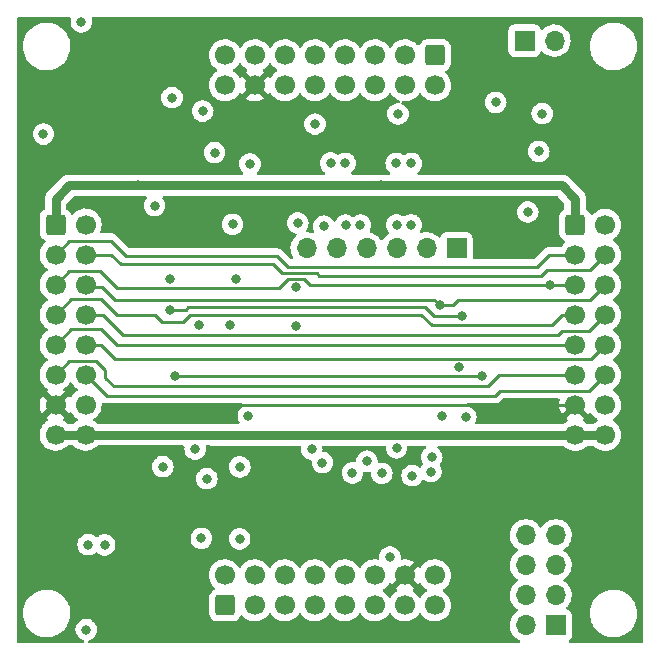
<source format=gbr>
%TF.GenerationSoftware,KiCad,Pcbnew,6.0.11+dfsg-1~bpo11+1*%
%TF.CreationDate,2023-05-15T10:52:48+02:00*%
%TF.ProjectId,avert_12,61766572-745f-4313-922e-6b696361645f,rev?*%
%TF.SameCoordinates,Original*%
%TF.FileFunction,Copper,L3,Inr*%
%TF.FilePolarity,Positive*%
%FSLAX46Y46*%
G04 Gerber Fmt 4.6, Leading zero omitted, Abs format (unit mm)*
G04 Created by KiCad (PCBNEW 6.0.11+dfsg-1~bpo11+1) date 2023-05-15 10:52:48*
%MOMM*%
%LPD*%
G01*
G04 APERTURE LIST*
G04 Aperture macros list*
%AMRoundRect*
0 Rectangle with rounded corners*
0 $1 Rounding radius*
0 $2 $3 $4 $5 $6 $7 $8 $9 X,Y pos of 4 corners*
0 Add a 4 corners polygon primitive as box body*
4,1,4,$2,$3,$4,$5,$6,$7,$8,$9,$2,$3,0*
0 Add four circle primitives for the rounded corners*
1,1,$1+$1,$2,$3*
1,1,$1+$1,$4,$5*
1,1,$1+$1,$6,$7*
1,1,$1+$1,$8,$9*
0 Add four rect primitives between the rounded corners*
20,1,$1+$1,$2,$3,$4,$5,0*
20,1,$1+$1,$4,$5,$6,$7,0*
20,1,$1+$1,$6,$7,$8,$9,0*
20,1,$1+$1,$8,$9,$2,$3,0*%
G04 Aperture macros list end*
%TA.AperFunction,ComponentPad*%
%ADD10RoundRect,0.250000X-0.600000X-0.600000X0.600000X-0.600000X0.600000X0.600000X-0.600000X0.600000X0*%
%TD*%
%TA.AperFunction,ComponentPad*%
%ADD11C,1.700000*%
%TD*%
%TA.AperFunction,ComponentPad*%
%ADD12RoundRect,0.250000X0.600000X-0.600000X0.600000X0.600000X-0.600000X0.600000X-0.600000X-0.600000X0*%
%TD*%
%TA.AperFunction,ComponentPad*%
%ADD13R,1.700000X1.700000*%
%TD*%
%TA.AperFunction,ComponentPad*%
%ADD14O,1.700000X1.700000*%
%TD*%
%TA.AperFunction,ComponentPad*%
%ADD15RoundRect,0.250000X-0.600000X0.600000X-0.600000X-0.600000X0.600000X-0.600000X0.600000X0.600000X0*%
%TD*%
%TA.AperFunction,ViaPad*%
%ADD16C,0.800000*%
%TD*%
%TA.AperFunction,Conductor*%
%ADD17C,0.800000*%
%TD*%
%TA.AperFunction,Conductor*%
%ADD18C,0.250000*%
%TD*%
G04 APERTURE END LIST*
D10*
%TO.N,+3V3*%
%TO.C,J4*%
X164445000Y-84440000D03*
D11*
%TO.N,GND*%
X166985000Y-84440000D03*
%TO.N,/TXD*%
X164445000Y-86980000D03*
%TO.N,/RXD*%
X166985000Y-86980000D03*
%TO.N,/SCL*%
X164445000Y-89520000D03*
%TO.N,/SDA*%
X166985000Y-89520000D03*
%TO.N,/MISO*%
X164445000Y-92060000D03*
%TO.N,/MOSI*%
X166985000Y-92060000D03*
%TO.N,/SCK*%
X164445000Y-94600000D03*
%TO.N,/SS*%
X166985000Y-94600000D03*
%TO.N,/CANH*%
X164445000Y-97140000D03*
%TO.N,/CANL*%
X166985000Y-97140000D03*
%TO.N,Earth*%
X164445000Y-99680000D03*
%TO.N,GND*%
X166985000Y-99680000D03*
%TO.N,+24V*%
X164445000Y-102220000D03*
X166985000Y-102220000D03*
%TD*%
D12*
%TO.N,GNDD*%
%TO.C,J2*%
X134790000Y-116660000D03*
D11*
%TO.N,/SC2*%
X134790000Y-114120000D03*
%TO.N,/SD2*%
X137330000Y-116660000D03*
%TO.N,/SC3*%
X137330000Y-114120000D03*
%TO.N,/SD3*%
X139870000Y-116660000D03*
%TO.N,unconnected-(J2-Pad6)*%
X139870000Y-114120000D03*
%TO.N,unconnected-(J2-Pad7)*%
X142410000Y-116660000D03*
%TO.N,unconnected-(J2-Pad8)*%
X142410000Y-114120000D03*
%TO.N,unconnected-(J2-Pad9)*%
X144950000Y-116660000D03*
%TO.N,+5V*%
X144950000Y-114120000D03*
%TO.N,-12V*%
X147490000Y-116660000D03*
%TO.N,+12V*%
X147490000Y-114120000D03*
%TO.N,GNDD*%
X150030000Y-116660000D03*
%TO.N,Earth*%
X150030000Y-114120000D03*
%TO.N,+VSW*%
X152570000Y-116660000D03*
X152570000Y-114120000D03*
%TD*%
D13*
%TO.N,/CANH*%
%TO.C,J7*%
X160155000Y-68840000D03*
D14*
%TO.N,Net-(J7-Pad2)*%
X162695000Y-68840000D03*
%TD*%
D15*
%TO.N,GNDD*%
%TO.C,J1*%
X152585000Y-70087500D03*
D11*
%TO.N,/SC0*%
X152585000Y-72627500D03*
%TO.N,/SD0*%
X150045000Y-70087500D03*
%TO.N,/SC1*%
X150045000Y-72627500D03*
%TO.N,/SD1*%
X147505000Y-70087500D03*
%TO.N,unconnected-(J1-Pad6)*%
X147505000Y-72627500D03*
%TO.N,unconnected-(J1-Pad7)*%
X144965000Y-70087500D03*
%TO.N,unconnected-(J1-Pad8)*%
X144965000Y-72627500D03*
%TO.N,unconnected-(J1-Pad9)*%
X142425000Y-70087500D03*
%TO.N,+5V*%
X142425000Y-72627500D03*
%TO.N,-12V*%
X139885000Y-70087500D03*
%TO.N,+12V*%
X139885000Y-72627500D03*
%TO.N,GNDD*%
X137345000Y-70087500D03*
%TO.N,Earth*%
X137345000Y-72627500D03*
%TO.N,+VSW*%
X134805000Y-70087500D03*
X134805000Y-72627500D03*
%TD*%
D13*
%TO.N,GND*%
%TO.C,J5*%
X154400000Y-86415000D03*
D14*
%TO.N,unconnected-(J5-Pad2)*%
X151860000Y-86415000D03*
%TO.N,+3V3*%
X149320000Y-86415000D03*
%TO.N,/RX_0*%
X146780000Y-86415000D03*
%TO.N,/TX_0*%
X144240000Y-86415000D03*
%TO.N,unconnected-(J5-Pad6)*%
X141700000Y-86415000D03*
%TD*%
D13*
%TO.N,GND*%
%TO.C,J8*%
X162795000Y-118340000D03*
D14*
%TO.N,/ADDR0*%
X160255000Y-118340000D03*
%TO.N,GND*%
X162795000Y-115800000D03*
%TO.N,/ADDR1*%
X160255000Y-115800000D03*
%TO.N,GND*%
X162795000Y-113260000D03*
%TO.N,/ADDR2*%
X160255000Y-113260000D03*
%TO.N,GND*%
X162795000Y-110720000D03*
%TO.N,/ADDR3*%
X160255000Y-110720000D03*
%TD*%
D10*
%TO.N,+3V3*%
%TO.C,J3*%
X120455000Y-84420000D03*
D11*
%TO.N,GND*%
X122995000Y-84420000D03*
%TO.N,/TXD*%
X120455000Y-86960000D03*
%TO.N,/RXD*%
X122995000Y-86960000D03*
%TO.N,/SCL*%
X120455000Y-89500000D03*
%TO.N,/SDA*%
X122995000Y-89500000D03*
%TO.N,/MISO*%
X120455000Y-92040000D03*
%TO.N,/MOSI*%
X122995000Y-92040000D03*
%TO.N,/SCK*%
X120455000Y-94580000D03*
%TO.N,/SS*%
X122995000Y-94580000D03*
%TO.N,/CANH*%
X120455000Y-97120000D03*
%TO.N,/CANL*%
X122995000Y-97120000D03*
%TO.N,Earth*%
X120455000Y-99660000D03*
%TO.N,GND*%
X122995000Y-99660000D03*
%TO.N,+24V*%
X120455000Y-102200000D03*
X122995000Y-102200000D03*
%TD*%
D16*
%TO.N,GND*%
X161650000Y-75020000D03*
X128840000Y-82810000D03*
X123050000Y-118710000D03*
X142140000Y-103440000D03*
X140810000Y-92980000D03*
X160430000Y-83350000D03*
X152300000Y-104100000D03*
X154650000Y-96510000D03*
X135440000Y-84400000D03*
X146260000Y-84470000D03*
X140790000Y-89730000D03*
X140960000Y-84280000D03*
%TO.N,+3V3*%
X127430000Y-81100000D03*
X143050000Y-104570000D03*
X148020000Y-81100000D03*
%TO.N,GNDD*%
X149440000Y-75050000D03*
X136040000Y-111030000D03*
X132270000Y-103430000D03*
X148760000Y-112560000D03*
X132570000Y-92950000D03*
X124610000Y-111540000D03*
X130310000Y-73680000D03*
X133920000Y-78330000D03*
X119420000Y-76760000D03*
X132790000Y-110980000D03*
X135210000Y-92960000D03*
X122630000Y-67270000D03*
%TO.N,+12V*%
X123210000Y-111520000D03*
X136770000Y-100590000D03*
X136050000Y-104930000D03*
%TO.N,-12V*%
X133260000Y-105940000D03*
X129530000Y-104920000D03*
X132910000Y-74810000D03*
%TO.N,+5V*%
X136910000Y-79280000D03*
X142420000Y-75914500D03*
X135690000Y-88990000D03*
%TO.N,/SC2*%
X150570000Y-79250000D03*
%TO.N,/SD2*%
X149290000Y-79230000D03*
%TO.N,/SCL*%
X162340000Y-89520000D03*
%TO.N,/SDA*%
X152990000Y-91260000D03*
%TO.N,Earth*%
X134874500Y-100090000D03*
X131780000Y-84610000D03*
%TO.N,/CTX*%
X153170000Y-100630000D03*
X157720000Y-74080000D03*
%TO.N,/CRX*%
X155180000Y-100720000D03*
X161360000Y-78230000D03*
%TO.N,/IO0*%
X154850000Y-92140000D03*
X130140000Y-89040000D03*
X130160000Y-91620000D03*
%TO.N,/ADDR0*%
X150640000Y-105670000D03*
%TO.N,/ADDR1*%
X152230000Y-105330000D03*
%TO.N,/LED_MQTT*%
X156520000Y-97270000D03*
X130565000Y-97275000D03*
%TO.N,/SC3*%
X144980000Y-79230000D03*
%TO.N,/SD3*%
X143740000Y-79200000D03*
%TO.N,/SCL2*%
X149320000Y-103320000D03*
X150550000Y-84440000D03*
%TO.N,/SDA2*%
X149330000Y-84450000D03*
X148080000Y-105480000D03*
%TO.N,/SCL3*%
X145000000Y-84460000D03*
X146810000Y-104450000D03*
%TO.N,/SDA3*%
X145580000Y-105440000D03*
X143160000Y-84560000D03*
%TD*%
D17*
%TO.N,+3V3*%
X163320000Y-81100000D02*
X148020000Y-81100000D01*
X164445000Y-84440000D02*
X164445000Y-82225000D01*
X164445000Y-82495000D02*
X164445000Y-84440000D01*
X121580000Y-81100000D02*
X127430000Y-81100000D01*
X120455000Y-84420000D02*
X120455000Y-82225000D01*
X147320000Y-81100000D02*
X148020000Y-81100000D01*
X120455000Y-82225000D02*
X121580000Y-81100000D01*
X164445000Y-82225000D02*
X163320000Y-81100000D01*
X127430000Y-81100000D02*
X147320000Y-81100000D01*
%TO.N,+24V*%
X122995000Y-102200000D02*
X120455000Y-102200000D01*
X133580000Y-102200000D02*
X133600000Y-102220000D01*
X164445000Y-102220000D02*
X166985000Y-102220000D01*
X133600000Y-102220000D02*
X164445000Y-102220000D01*
X122995000Y-102200000D02*
X133580000Y-102200000D01*
D18*
%TO.N,/TXD*%
X126430000Y-87080000D02*
X125135000Y-85785000D01*
X162210000Y-86980000D02*
X161213198Y-87976802D01*
X164445000Y-86980000D02*
X162210000Y-86980000D01*
X125135000Y-85785000D02*
X121630000Y-85785000D01*
X140106802Y-87976802D02*
X139210000Y-87080000D01*
X161213198Y-87976802D02*
X140106802Y-87976802D01*
X139210000Y-87080000D02*
X126430000Y-87080000D01*
X121630000Y-85785000D02*
X120455000Y-86960000D01*
%TO.N,/RXD*%
X139585000Y-88555000D02*
X138820000Y-87790000D01*
X138820000Y-87790000D02*
X125980000Y-87790000D01*
X125150000Y-86960000D02*
X122995000Y-86960000D01*
X125980000Y-87790000D02*
X125150000Y-86960000D01*
X161570000Y-88760000D02*
X142770000Y-88760000D01*
X142770000Y-88760000D02*
X142565000Y-88555000D01*
X165725000Y-88240000D02*
X162090000Y-88240000D01*
X142565000Y-88555000D02*
X139585000Y-88555000D01*
X166985000Y-86980000D02*
X165725000Y-88240000D01*
X162090000Y-88240000D02*
X161570000Y-88760000D01*
%TO.N,/SCL*%
X164445000Y-89520000D02*
X162340000Y-89520000D01*
X139370000Y-89790000D02*
X125650000Y-89790000D01*
X141475000Y-89005000D02*
X140155000Y-89005000D01*
X162340000Y-89520000D02*
X141990000Y-89520000D01*
X121630000Y-88325000D02*
X120455000Y-89500000D01*
X140155000Y-89005000D02*
X139370000Y-89790000D01*
X141990000Y-89520000D02*
X141475000Y-89005000D01*
X125650000Y-89790000D02*
X124185000Y-88325000D01*
X124185000Y-88325000D02*
X121630000Y-88325000D01*
%TO.N,/SDA*%
X125490000Y-90800000D02*
X125470000Y-90820000D01*
X165685000Y-90820000D02*
X154510000Y-90820000D01*
X123210000Y-89715000D02*
X122995000Y-89500000D01*
X124365000Y-89715000D02*
X123210000Y-89715000D01*
X152990000Y-91260000D02*
X152530000Y-90800000D01*
X125470000Y-90820000D02*
X124365000Y-89715000D01*
X152530000Y-90800000D02*
X125490000Y-90800000D01*
X166985000Y-89520000D02*
X165685000Y-90820000D01*
X152990000Y-91260000D02*
X154070000Y-91260000D01*
X154070000Y-91260000D02*
X154510000Y-90820000D01*
%TO.N,/MISO*%
X131220000Y-92680000D02*
X131840000Y-92060000D01*
X162450000Y-92950000D02*
X163340000Y-92060000D01*
X163340000Y-92060000D02*
X164445000Y-92060000D01*
X131840000Y-92060000D02*
X151410000Y-92060000D01*
X152300000Y-92950000D02*
X162450000Y-92950000D01*
X120455000Y-92040000D02*
X121765000Y-90730000D01*
X124330000Y-90730000D02*
X125660000Y-92060000D01*
X151410000Y-92060000D02*
X152300000Y-92950000D01*
X128870000Y-92060000D02*
X129490000Y-92680000D01*
X121765000Y-90730000D02*
X124330000Y-90730000D01*
X125660000Y-92060000D02*
X128870000Y-92060000D01*
X129490000Y-92680000D02*
X131220000Y-92680000D01*
%TO.N,/MOSI*%
X165645000Y-93400000D02*
X166985000Y-92060000D01*
X122995000Y-92040000D02*
X124430000Y-92040000D01*
X163010000Y-93760000D02*
X163370000Y-93400000D01*
X163370000Y-93400000D02*
X165645000Y-93400000D01*
X126150000Y-93760000D02*
X163010000Y-93760000D01*
X124430000Y-92040000D02*
X126150000Y-93760000D01*
%TO.N,/SCK*%
X121785000Y-93250000D02*
X124290000Y-93250000D01*
X125640000Y-94600000D02*
X124290000Y-93250000D01*
X164445000Y-94600000D02*
X125640000Y-94600000D01*
X120455000Y-94580000D02*
X121785000Y-93250000D01*
%TO.N,/SS*%
X124300000Y-94580000D02*
X122995000Y-94580000D01*
X166985000Y-94600000D02*
X165810000Y-95775000D01*
X165810000Y-95775000D02*
X125495000Y-95775000D01*
X125495000Y-95775000D02*
X124300000Y-94580000D01*
%TO.N,/CANH*%
X124640000Y-96720000D02*
X123865000Y-95945000D01*
X164445000Y-97140000D02*
X158020000Y-97140000D01*
X125360000Y-98090000D02*
X124640000Y-97370000D01*
X121630000Y-95945000D02*
X120455000Y-97120000D01*
X157070000Y-98090000D02*
X125360000Y-98090000D01*
X123865000Y-95945000D02*
X121630000Y-95945000D01*
X158020000Y-97140000D02*
X157070000Y-98090000D01*
X124640000Y-97370000D02*
X124640000Y-96720000D01*
%TO.N,/CANL*%
X165620000Y-98505000D02*
X158065000Y-98505000D01*
X158065000Y-98505000D02*
X157640000Y-98930000D01*
X124805000Y-98930000D02*
X122995000Y-97120000D01*
X157640000Y-98930000D02*
X124805000Y-98930000D01*
X166985000Y-97140000D02*
X165620000Y-98505000D01*
%TO.N,Earth*%
X135284500Y-99680000D02*
X134874500Y-100090000D01*
X164445000Y-99680000D02*
X135284500Y-99680000D01*
%TO.N,/IO0*%
X131690000Y-91430000D02*
X151750000Y-91430000D01*
X151750000Y-91430000D02*
X152460000Y-92140000D01*
X131500000Y-91620000D02*
X131690000Y-91430000D01*
X152460000Y-92140000D02*
X154850000Y-92140000D01*
X130160000Y-91620000D02*
X131500000Y-91620000D01*
%TO.N,/LED_MQTT*%
X130565000Y-97275000D02*
X156515000Y-97275000D01*
X156515000Y-97275000D02*
X156520000Y-97270000D01*
%TD*%
%TA.AperFunction,Conductor*%
%TO.N,Earth*%
G36*
X121706398Y-66868502D02*
G01*
X121752891Y-66922158D01*
X121762995Y-66992432D01*
X121758112Y-67013428D01*
X121736458Y-67080072D01*
X121716496Y-67270000D01*
X121736458Y-67459928D01*
X121795473Y-67641556D01*
X121798776Y-67647278D01*
X121798777Y-67647279D01*
X121821634Y-67686868D01*
X121890960Y-67806944D01*
X121895378Y-67811851D01*
X121895379Y-67811852D01*
X122011209Y-67940494D01*
X122018747Y-67948866D01*
X122173248Y-68061118D01*
X122179276Y-68063802D01*
X122179278Y-68063803D01*
X122341681Y-68136109D01*
X122347712Y-68138794D01*
X122441113Y-68158647D01*
X122528056Y-68177128D01*
X122528061Y-68177128D01*
X122534513Y-68178500D01*
X122725487Y-68178500D01*
X122731939Y-68177128D01*
X122731944Y-68177128D01*
X122818887Y-68158647D01*
X122912288Y-68138794D01*
X122918319Y-68136109D01*
X123080722Y-68063803D01*
X123080724Y-68063802D01*
X123086752Y-68061118D01*
X123241253Y-67948866D01*
X123248791Y-67940494D01*
X123364621Y-67811852D01*
X123364622Y-67811851D01*
X123369040Y-67806944D01*
X123438366Y-67686868D01*
X123461223Y-67647279D01*
X123461224Y-67647278D01*
X123464527Y-67641556D01*
X123523542Y-67459928D01*
X123543504Y-67270000D01*
X123523542Y-67080072D01*
X123501890Y-67013434D01*
X123499862Y-66942470D01*
X123536524Y-66881671D01*
X123600236Y-66850346D01*
X123621723Y-66848500D01*
X170060500Y-66848500D01*
X170128621Y-66868502D01*
X170175114Y-66922158D01*
X170186500Y-66974500D01*
X170186500Y-119705500D01*
X170166498Y-119773621D01*
X170112842Y-119820114D01*
X170060500Y-119831500D01*
X164015226Y-119831500D01*
X163947105Y-119811498D01*
X163900612Y-119757842D01*
X163890508Y-119687568D01*
X163920002Y-119622988D01*
X163939661Y-119604674D01*
X164001080Y-119558643D01*
X164001081Y-119558642D01*
X164008261Y-119553261D01*
X164095615Y-119436705D01*
X164146745Y-119300316D01*
X164153500Y-119238134D01*
X164153500Y-117441866D01*
X164146745Y-117379684D01*
X164123965Y-117318918D01*
X165681917Y-117318918D01*
X165682334Y-117326156D01*
X165697682Y-117592320D01*
X165750405Y-117861053D01*
X165751792Y-117865103D01*
X165751793Y-117865108D01*
X165826932Y-118084570D01*
X165839112Y-118120144D01*
X165868238Y-118178054D01*
X165946027Y-118332721D01*
X165962160Y-118364799D01*
X165964586Y-118368328D01*
X165964589Y-118368334D01*
X166064562Y-118513794D01*
X166117274Y-118590490D01*
X166301582Y-118793043D01*
X166511675Y-118968707D01*
X166515316Y-118970991D01*
X166740024Y-119111951D01*
X166740028Y-119111953D01*
X166743664Y-119114234D01*
X166811544Y-119144883D01*
X166989345Y-119225164D01*
X166989349Y-119225166D01*
X166993257Y-119226930D01*
X167052883Y-119244592D01*
X167251723Y-119303491D01*
X167251727Y-119303492D01*
X167255836Y-119304709D01*
X167260070Y-119305357D01*
X167260075Y-119305358D01*
X167522298Y-119345483D01*
X167522300Y-119345483D01*
X167526540Y-119346132D01*
X167665912Y-119348322D01*
X167796071Y-119350367D01*
X167796077Y-119350367D01*
X167800362Y-119350434D01*
X168072235Y-119317534D01*
X168337127Y-119248041D01*
X168341087Y-119246401D01*
X168341092Y-119246399D01*
X168463631Y-119195641D01*
X168590136Y-119143241D01*
X168826582Y-119005073D01*
X169042089Y-118836094D01*
X169083809Y-118793043D01*
X169229686Y-118642509D01*
X169232669Y-118639431D01*
X169235202Y-118635983D01*
X169235206Y-118635978D01*
X169392257Y-118422178D01*
X169394795Y-118418723D01*
X169422154Y-118368334D01*
X169523418Y-118181830D01*
X169523419Y-118181828D01*
X169525468Y-118178054D01*
X169595816Y-117991883D01*
X169620751Y-117925895D01*
X169620752Y-117925891D01*
X169622269Y-117921877D01*
X169666885Y-117727072D01*
X169682449Y-117659117D01*
X169682450Y-117659113D01*
X169683407Y-117654933D01*
X169685630Y-117630031D01*
X169707531Y-117384627D01*
X169707531Y-117384625D01*
X169707751Y-117382161D01*
X169708193Y-117340000D01*
X169705986Y-117307625D01*
X169689859Y-117071055D01*
X169689858Y-117071049D01*
X169689567Y-117066778D01*
X169683242Y-117036233D01*
X169634901Y-116802809D01*
X169634032Y-116798612D01*
X169542617Y-116540465D01*
X169489401Y-116437361D01*
X169418978Y-116300919D01*
X169418978Y-116300918D01*
X169417013Y-116297112D01*
X169407040Y-116282921D01*
X169273577Y-116093023D01*
X169259545Y-116073057D01*
X169154131Y-115959618D01*
X169076046Y-115875588D01*
X169076043Y-115875585D01*
X169073125Y-115872445D01*
X169069810Y-115869731D01*
X169069806Y-115869728D01*
X168906488Y-115736054D01*
X168861205Y-115698990D01*
X168627704Y-115555901D01*
X168613594Y-115549707D01*
X168380873Y-115447549D01*
X168380869Y-115447548D01*
X168376945Y-115445825D01*
X168113566Y-115370800D01*
X168109324Y-115370196D01*
X168109318Y-115370195D01*
X167908834Y-115341662D01*
X167842443Y-115332213D01*
X167698589Y-115331460D01*
X167572877Y-115330802D01*
X167572871Y-115330802D01*
X167568591Y-115330780D01*
X167564347Y-115331339D01*
X167564343Y-115331339D01*
X167445302Y-115347011D01*
X167297078Y-115366525D01*
X167292938Y-115367658D01*
X167292936Y-115367658D01*
X167275957Y-115372303D01*
X167032928Y-115438788D01*
X167028980Y-115440472D01*
X166784982Y-115544546D01*
X166784978Y-115544548D01*
X166781030Y-115546232D01*
X166703006Y-115592928D01*
X166549725Y-115684664D01*
X166549721Y-115684667D01*
X166546043Y-115686868D01*
X166332318Y-115858094D01*
X166235975Y-115959618D01*
X166182623Y-116015840D01*
X166143808Y-116056742D01*
X165984002Y-116279136D01*
X165855857Y-116521161D01*
X165854385Y-116525184D01*
X165854383Y-116525188D01*
X165763353Y-116773938D01*
X165761743Y-116778337D01*
X165703404Y-117045907D01*
X165681917Y-117318918D01*
X164123965Y-117318918D01*
X164095615Y-117243295D01*
X164008261Y-117126739D01*
X163891705Y-117039385D01*
X163864905Y-117029338D01*
X163773203Y-116994960D01*
X163716439Y-116952318D01*
X163691739Y-116885756D01*
X163706947Y-116816408D01*
X163728493Y-116787727D01*
X163746251Y-116770031D01*
X163833096Y-116683489D01*
X163847557Y-116663365D01*
X163960435Y-116506277D01*
X163963453Y-116502077D01*
X163984320Y-116459857D01*
X164060136Y-116306453D01*
X164060137Y-116306451D01*
X164062430Y-116301811D01*
X164127370Y-116088069D01*
X164156529Y-115866590D01*
X164157465Y-115828277D01*
X164158074Y-115803365D01*
X164158074Y-115803361D01*
X164158156Y-115800000D01*
X164139852Y-115577361D01*
X164085431Y-115360702D01*
X163996354Y-115155840D01*
X163875014Y-114968277D01*
X163724670Y-114803051D01*
X163720619Y-114799852D01*
X163720615Y-114799848D01*
X163553414Y-114667800D01*
X163553410Y-114667798D01*
X163549359Y-114664598D01*
X163508053Y-114641796D01*
X163458084Y-114591364D01*
X163443312Y-114521921D01*
X163468428Y-114455516D01*
X163495780Y-114428909D01*
X163539603Y-114397650D01*
X163674860Y-114301173D01*
X163833096Y-114143489D01*
X163847557Y-114123365D01*
X163960435Y-113966277D01*
X163963453Y-113962077D01*
X163984320Y-113919857D01*
X164060136Y-113766453D01*
X164060137Y-113766451D01*
X164062430Y-113761811D01*
X164127370Y-113548069D01*
X164156529Y-113326590D01*
X164157465Y-113288277D01*
X164158074Y-113263365D01*
X164158074Y-113263361D01*
X164158156Y-113260000D01*
X164139852Y-113037361D01*
X164085431Y-112820702D01*
X163996354Y-112615840D01*
X163888097Y-112448500D01*
X163877822Y-112432617D01*
X163877820Y-112432614D01*
X163875014Y-112428277D01*
X163724670Y-112263051D01*
X163720619Y-112259852D01*
X163720615Y-112259848D01*
X163553414Y-112127800D01*
X163553410Y-112127798D01*
X163549359Y-112124598D01*
X163508053Y-112101796D01*
X163458084Y-112051364D01*
X163443312Y-111981921D01*
X163468428Y-111915516D01*
X163495780Y-111888909D01*
X163555783Y-111846109D01*
X163674860Y-111761173D01*
X163699915Y-111736206D01*
X163756209Y-111680107D01*
X163833096Y-111603489D01*
X163892594Y-111520689D01*
X163960435Y-111426277D01*
X163963453Y-111422077D01*
X163976702Y-111395271D01*
X164060136Y-111226453D01*
X164060137Y-111226451D01*
X164062430Y-111221811D01*
X164120707Y-111030000D01*
X164125865Y-111013023D01*
X164125865Y-111013021D01*
X164127370Y-111008069D01*
X164156529Y-110786590D01*
X164156611Y-110783240D01*
X164158074Y-110723365D01*
X164158074Y-110723361D01*
X164158156Y-110720000D01*
X164139852Y-110497361D01*
X164085431Y-110280702D01*
X163996354Y-110075840D01*
X163875014Y-109888277D01*
X163724670Y-109723051D01*
X163720619Y-109719852D01*
X163720615Y-109719848D01*
X163553414Y-109587800D01*
X163553410Y-109587798D01*
X163549359Y-109584598D01*
X163353789Y-109476638D01*
X163348920Y-109474914D01*
X163348916Y-109474912D01*
X163148087Y-109403795D01*
X163148083Y-109403794D01*
X163143212Y-109402069D01*
X163138119Y-109401162D01*
X163138116Y-109401161D01*
X162928373Y-109363800D01*
X162928367Y-109363799D01*
X162923284Y-109362894D01*
X162849452Y-109361992D01*
X162705081Y-109360228D01*
X162705079Y-109360228D01*
X162699911Y-109360165D01*
X162479091Y-109393955D01*
X162266756Y-109463357D01*
X162068607Y-109566507D01*
X162064474Y-109569610D01*
X162064471Y-109569612D01*
X162040247Y-109587800D01*
X161889965Y-109700635D01*
X161735629Y-109862138D01*
X161628201Y-110019621D01*
X161573293Y-110064621D01*
X161502768Y-110072792D01*
X161439021Y-110041538D01*
X161418324Y-110017054D01*
X161337822Y-109892617D01*
X161337820Y-109892614D01*
X161335014Y-109888277D01*
X161184670Y-109723051D01*
X161180619Y-109719852D01*
X161180615Y-109719848D01*
X161013414Y-109587800D01*
X161013410Y-109587798D01*
X161009359Y-109584598D01*
X160813789Y-109476638D01*
X160808920Y-109474914D01*
X160808916Y-109474912D01*
X160608087Y-109403795D01*
X160608083Y-109403794D01*
X160603212Y-109402069D01*
X160598119Y-109401162D01*
X160598116Y-109401161D01*
X160388373Y-109363800D01*
X160388367Y-109363799D01*
X160383284Y-109362894D01*
X160309452Y-109361992D01*
X160165081Y-109360228D01*
X160165079Y-109360228D01*
X160159911Y-109360165D01*
X159939091Y-109393955D01*
X159726756Y-109463357D01*
X159528607Y-109566507D01*
X159524474Y-109569610D01*
X159524471Y-109569612D01*
X159500247Y-109587800D01*
X159349965Y-109700635D01*
X159195629Y-109862138D01*
X159069743Y-110046680D01*
X159054003Y-110080590D01*
X158978725Y-110242763D01*
X158975688Y-110249305D01*
X158915989Y-110464570D01*
X158892251Y-110686695D01*
X158892548Y-110691848D01*
X158892548Y-110691851D01*
X158901678Y-110850192D01*
X158905110Y-110909715D01*
X158906247Y-110914761D01*
X158906248Y-110914767D01*
X158926119Y-111002939D01*
X158954222Y-111127639D01*
X158992461Y-111221811D01*
X159033872Y-111323794D01*
X159038266Y-111334616D01*
X159075435Y-111395271D01*
X159152291Y-111520688D01*
X159154987Y-111525088D01*
X159301250Y-111693938D01*
X159473126Y-111836632D01*
X159489344Y-111846109D01*
X159546445Y-111879476D01*
X159595169Y-111931114D01*
X159608240Y-112000897D01*
X159581509Y-112066669D01*
X159541055Y-112100027D01*
X159528607Y-112106507D01*
X159524474Y-112109610D01*
X159524471Y-112109612D01*
X159354100Y-112237530D01*
X159349965Y-112240635D01*
X159346393Y-112244373D01*
X159260932Y-112333803D01*
X159195629Y-112402138D01*
X159192720Y-112406403D01*
X159192714Y-112406411D01*
X159190153Y-112410166D01*
X159069743Y-112586680D01*
X159022716Y-112687992D01*
X158980053Y-112779902D01*
X158975688Y-112789305D01*
X158915989Y-113004570D01*
X158892251Y-113226695D01*
X158892548Y-113231848D01*
X158892548Y-113231851D01*
X158898011Y-113326590D01*
X158905110Y-113449715D01*
X158906247Y-113454761D01*
X158906248Y-113454767D01*
X158912068Y-113480590D01*
X158954222Y-113667639D01*
X158992461Y-113761811D01*
X159036273Y-113869707D01*
X159038266Y-113874616D01*
X159089019Y-113957438D01*
X159152291Y-114060688D01*
X159154987Y-114065088D01*
X159301250Y-114233938D01*
X159473126Y-114376632D01*
X159518145Y-114402939D01*
X159546445Y-114419476D01*
X159595169Y-114471114D01*
X159608240Y-114540897D01*
X159581509Y-114606669D01*
X159541055Y-114640027D01*
X159528607Y-114646507D01*
X159524474Y-114649610D01*
X159524471Y-114649612D01*
X159354100Y-114777530D01*
X159349965Y-114780635D01*
X159346393Y-114784373D01*
X159208194Y-114928990D01*
X159195629Y-114942138D01*
X159069743Y-115126680D01*
X159030588Y-115211033D01*
X158980819Y-115318252D01*
X158975688Y-115329305D01*
X158915989Y-115544570D01*
X158892251Y-115766695D01*
X158892548Y-115771848D01*
X158892548Y-115771851D01*
X158899857Y-115898611D01*
X158905110Y-115989715D01*
X158906247Y-115994761D01*
X158906248Y-115994767D01*
X158923184Y-116069916D01*
X158954222Y-116207639D01*
X159038266Y-116414616D01*
X159089019Y-116497438D01*
X159152291Y-116600688D01*
X159154987Y-116605088D01*
X159301250Y-116773938D01*
X159473126Y-116916632D01*
X159518145Y-116942939D01*
X159546445Y-116959476D01*
X159595169Y-117011114D01*
X159608240Y-117080897D01*
X159581509Y-117146669D01*
X159541055Y-117180027D01*
X159528607Y-117186507D01*
X159524474Y-117189610D01*
X159524471Y-117189612D01*
X159354100Y-117317530D01*
X159349965Y-117320635D01*
X159314795Y-117357438D01*
X159208194Y-117468990D01*
X159195629Y-117482138D01*
X159069743Y-117666680D01*
X159034187Y-117743279D01*
X158978925Y-117862332D01*
X158975688Y-117869305D01*
X158915989Y-118084570D01*
X158892251Y-118306695D01*
X158892548Y-118311848D01*
X158892548Y-118311851D01*
X158904192Y-118513794D01*
X158905110Y-118529715D01*
X158906247Y-118534761D01*
X158906248Y-118534767D01*
X158929058Y-118635978D01*
X158954222Y-118747639D01*
X159038266Y-118954616D01*
X159040965Y-118959020D01*
X159136080Y-119114234D01*
X159154987Y-119145088D01*
X159301250Y-119313938D01*
X159473126Y-119456632D01*
X159666000Y-119569338D01*
X159670825Y-119571180D01*
X159670826Y-119571181D01*
X159714321Y-119587790D01*
X159770824Y-119630778D01*
X159795117Y-119697489D01*
X159779487Y-119766743D01*
X159728896Y-119816554D01*
X159669372Y-119831500D01*
X123342212Y-119831500D01*
X123274091Y-119811498D01*
X123227598Y-119757842D01*
X123217494Y-119687568D01*
X123246988Y-119622988D01*
X123306714Y-119584604D01*
X123316015Y-119582254D01*
X123325822Y-119580169D01*
X123325827Y-119580167D01*
X123332288Y-119578794D01*
X123338319Y-119576109D01*
X123500722Y-119503803D01*
X123500724Y-119503802D01*
X123506752Y-119501118D01*
X123661253Y-119388866D01*
X123696322Y-119349918D01*
X123784621Y-119251852D01*
X123784622Y-119251851D01*
X123789040Y-119246944D01*
X123865660Y-119114234D01*
X123881223Y-119087279D01*
X123881224Y-119087278D01*
X123884527Y-119081556D01*
X123943542Y-118899928D01*
X123963504Y-118710000D01*
X123962814Y-118703435D01*
X123944232Y-118526635D01*
X123944232Y-118526633D01*
X123943542Y-118520072D01*
X123884527Y-118338444D01*
X123869174Y-118311851D01*
X123832640Y-118248574D01*
X123789040Y-118173056D01*
X123661253Y-118031134D01*
X123552493Y-117952115D01*
X123512094Y-117922763D01*
X123512093Y-117922762D01*
X123506752Y-117918882D01*
X123500724Y-117916198D01*
X123500722Y-117916197D01*
X123338319Y-117843891D01*
X123338318Y-117843891D01*
X123332288Y-117841206D01*
X123238888Y-117821353D01*
X123151944Y-117802872D01*
X123151939Y-117802872D01*
X123145487Y-117801500D01*
X122954513Y-117801500D01*
X122948061Y-117802872D01*
X122948056Y-117802872D01*
X122861112Y-117821353D01*
X122767712Y-117841206D01*
X122761682Y-117843891D01*
X122761681Y-117843891D01*
X122599278Y-117916197D01*
X122599276Y-117916198D01*
X122593248Y-117918882D01*
X122587907Y-117922762D01*
X122587906Y-117922763D01*
X122547507Y-117952115D01*
X122438747Y-118031134D01*
X122310960Y-118173056D01*
X122267360Y-118248574D01*
X122230827Y-118311851D01*
X122215473Y-118338444D01*
X122156458Y-118520072D01*
X122155768Y-118526633D01*
X122155768Y-118526635D01*
X122137186Y-118703435D01*
X122136496Y-118710000D01*
X122156458Y-118899928D01*
X122215473Y-119081556D01*
X122218776Y-119087278D01*
X122218777Y-119087279D01*
X122234340Y-119114234D01*
X122310960Y-119246944D01*
X122315378Y-119251851D01*
X122315379Y-119251852D01*
X122403678Y-119349918D01*
X122438747Y-119388866D01*
X122593248Y-119501118D01*
X122599276Y-119503802D01*
X122599278Y-119503803D01*
X122761681Y-119576109D01*
X122767712Y-119578794D01*
X122774173Y-119580167D01*
X122774178Y-119580169D01*
X122783985Y-119582254D01*
X122846459Y-119615982D01*
X122880780Y-119678132D01*
X122876052Y-119748971D01*
X122833776Y-119806008D01*
X122767374Y-119831135D01*
X122757788Y-119831500D01*
X117329500Y-119831500D01*
X117261379Y-119811498D01*
X117214886Y-119757842D01*
X117203500Y-119705500D01*
X117203500Y-117318918D01*
X117681917Y-117318918D01*
X117682334Y-117326156D01*
X117697682Y-117592320D01*
X117750405Y-117861053D01*
X117751792Y-117865103D01*
X117751793Y-117865108D01*
X117826932Y-118084570D01*
X117839112Y-118120144D01*
X117868238Y-118178054D01*
X117946027Y-118332721D01*
X117962160Y-118364799D01*
X117964586Y-118368328D01*
X117964589Y-118368334D01*
X118064562Y-118513794D01*
X118117274Y-118590490D01*
X118301582Y-118793043D01*
X118511675Y-118968707D01*
X118515316Y-118970991D01*
X118740024Y-119111951D01*
X118740028Y-119111953D01*
X118743664Y-119114234D01*
X118811544Y-119144883D01*
X118989345Y-119225164D01*
X118989349Y-119225166D01*
X118993257Y-119226930D01*
X119052883Y-119244592D01*
X119251723Y-119303491D01*
X119251727Y-119303492D01*
X119255836Y-119304709D01*
X119260070Y-119305357D01*
X119260075Y-119305358D01*
X119522298Y-119345483D01*
X119522300Y-119345483D01*
X119526540Y-119346132D01*
X119665912Y-119348322D01*
X119796071Y-119350367D01*
X119796077Y-119350367D01*
X119800362Y-119350434D01*
X120072235Y-119317534D01*
X120337127Y-119248041D01*
X120341087Y-119246401D01*
X120341092Y-119246399D01*
X120463631Y-119195641D01*
X120590136Y-119143241D01*
X120826582Y-119005073D01*
X121042089Y-118836094D01*
X121083809Y-118793043D01*
X121229686Y-118642509D01*
X121232669Y-118639431D01*
X121235202Y-118635983D01*
X121235206Y-118635978D01*
X121392257Y-118422178D01*
X121394795Y-118418723D01*
X121422154Y-118368334D01*
X121523418Y-118181830D01*
X121523419Y-118181828D01*
X121525468Y-118178054D01*
X121595816Y-117991883D01*
X121620751Y-117925895D01*
X121620752Y-117925891D01*
X121622269Y-117921877D01*
X121666885Y-117727072D01*
X121682449Y-117659117D01*
X121682450Y-117659113D01*
X121683407Y-117654933D01*
X121685630Y-117630031D01*
X121707531Y-117384627D01*
X121707531Y-117384625D01*
X121707751Y-117382161D01*
X121708193Y-117340000D01*
X121705986Y-117307625D01*
X121689859Y-117071055D01*
X121689858Y-117071049D01*
X121689567Y-117066778D01*
X121683242Y-117036233D01*
X121634901Y-116802809D01*
X121634032Y-116798612D01*
X121542617Y-116540465D01*
X121489401Y-116437361D01*
X121418978Y-116300919D01*
X121418978Y-116300918D01*
X121417013Y-116297112D01*
X121407040Y-116282921D01*
X121273577Y-116093023D01*
X121259545Y-116073057D01*
X121154131Y-115959618D01*
X121076046Y-115875588D01*
X121076043Y-115875585D01*
X121073125Y-115872445D01*
X121069810Y-115869731D01*
X121069806Y-115869728D01*
X120906488Y-115736054D01*
X120861205Y-115698990D01*
X120627704Y-115555901D01*
X120613594Y-115549707D01*
X120380873Y-115447549D01*
X120380869Y-115447548D01*
X120376945Y-115445825D01*
X120113566Y-115370800D01*
X120109324Y-115370196D01*
X120109318Y-115370195D01*
X119908834Y-115341662D01*
X119842443Y-115332213D01*
X119698589Y-115331460D01*
X119572877Y-115330802D01*
X119572871Y-115330802D01*
X119568591Y-115330780D01*
X119564347Y-115331339D01*
X119564343Y-115331339D01*
X119445302Y-115347011D01*
X119297078Y-115366525D01*
X119292938Y-115367658D01*
X119292936Y-115367658D01*
X119275957Y-115372303D01*
X119032928Y-115438788D01*
X119028980Y-115440472D01*
X118784982Y-115544546D01*
X118784978Y-115544548D01*
X118781030Y-115546232D01*
X118703006Y-115592928D01*
X118549725Y-115684664D01*
X118549721Y-115684667D01*
X118546043Y-115686868D01*
X118332318Y-115858094D01*
X118235975Y-115959618D01*
X118182623Y-116015840D01*
X118143808Y-116056742D01*
X117984002Y-116279136D01*
X117855857Y-116521161D01*
X117854385Y-116525184D01*
X117854383Y-116525188D01*
X117763353Y-116773938D01*
X117761743Y-116778337D01*
X117703404Y-117045907D01*
X117681917Y-117318918D01*
X117203500Y-117318918D01*
X117203500Y-114086695D01*
X133427251Y-114086695D01*
X133427548Y-114091848D01*
X133427548Y-114091851D01*
X133435741Y-114233938D01*
X133440110Y-114309715D01*
X133441247Y-114314761D01*
X133441248Y-114314767D01*
X133455779Y-114379242D01*
X133489222Y-114527639D01*
X133573266Y-114734616D01*
X133613240Y-114799848D01*
X133687291Y-114920688D01*
X133689987Y-114925088D01*
X133836250Y-115093938D01*
X133870534Y-115122401D01*
X133906344Y-115152131D01*
X133945979Y-115211033D01*
X133947477Y-115282014D01*
X133910363Y-115342537D01*
X133879312Y-115363175D01*
X133872996Y-115366134D01*
X133866054Y-115368450D01*
X133715652Y-115461522D01*
X133710479Y-115466704D01*
X133655176Y-115522104D01*
X133590695Y-115586697D01*
X133586855Y-115592927D01*
X133586854Y-115592928D01*
X133502466Y-115729831D01*
X133497885Y-115737262D01*
X133478188Y-115796646D01*
X133452005Y-115875588D01*
X133442203Y-115905139D01*
X133431500Y-116009600D01*
X133431500Y-117310400D01*
X133431837Y-117313646D01*
X133431837Y-117313650D01*
X133441054Y-117402476D01*
X133442474Y-117416166D01*
X133444655Y-117422702D01*
X133444655Y-117422704D01*
X133488728Y-117554806D01*
X133498450Y-117583946D01*
X133591522Y-117734348D01*
X133716697Y-117859305D01*
X133722927Y-117863145D01*
X133722928Y-117863146D01*
X133860090Y-117947694D01*
X133867262Y-117952115D01*
X133921371Y-117970062D01*
X134028611Y-118005632D01*
X134028613Y-118005632D01*
X134035139Y-118007797D01*
X134041975Y-118008497D01*
X134041978Y-118008498D01*
X134081372Y-118012534D01*
X134139600Y-118018500D01*
X135440400Y-118018500D01*
X135443646Y-118018163D01*
X135443650Y-118018163D01*
X135539308Y-118008238D01*
X135539312Y-118008237D01*
X135546166Y-118007526D01*
X135552702Y-118005345D01*
X135552704Y-118005345D01*
X135684806Y-117961272D01*
X135713946Y-117951550D01*
X135864348Y-117858478D01*
X135989305Y-117733303D01*
X136082115Y-117582738D01*
X136084418Y-117575795D01*
X136086763Y-117570766D01*
X136133680Y-117517481D01*
X136201958Y-117498021D01*
X136269918Y-117518564D01*
X136296194Y-117541520D01*
X136372860Y-117630025D01*
X136376250Y-117633938D01*
X136548126Y-117776632D01*
X136741000Y-117889338D01*
X136745825Y-117891180D01*
X136745826Y-117891181D01*
X136815244Y-117917689D01*
X136949692Y-117969030D01*
X136954760Y-117970061D01*
X136954763Y-117970062D01*
X137062017Y-117991883D01*
X137168597Y-118013567D01*
X137173772Y-118013757D01*
X137173774Y-118013757D01*
X137386673Y-118021564D01*
X137386677Y-118021564D01*
X137391837Y-118021753D01*
X137396957Y-118021097D01*
X137396959Y-118021097D01*
X137608288Y-117994025D01*
X137608289Y-117994025D01*
X137613416Y-117993368D01*
X137618366Y-117991883D01*
X137822429Y-117930661D01*
X137822434Y-117930659D01*
X137827384Y-117929174D01*
X138027994Y-117830896D01*
X138209860Y-117701173D01*
X138368096Y-117543489D01*
X138409111Y-117486411D01*
X138498453Y-117362077D01*
X138499776Y-117363028D01*
X138546645Y-117319857D01*
X138616580Y-117307625D01*
X138682026Y-117335144D01*
X138709875Y-117366994D01*
X138719169Y-117382161D01*
X138769987Y-117465088D01*
X138916250Y-117633938D01*
X139088126Y-117776632D01*
X139281000Y-117889338D01*
X139285825Y-117891180D01*
X139285826Y-117891181D01*
X139355244Y-117917689D01*
X139489692Y-117969030D01*
X139494760Y-117970061D01*
X139494763Y-117970062D01*
X139602017Y-117991883D01*
X139708597Y-118013567D01*
X139713772Y-118013757D01*
X139713774Y-118013757D01*
X139926673Y-118021564D01*
X139926677Y-118021564D01*
X139931837Y-118021753D01*
X139936957Y-118021097D01*
X139936959Y-118021097D01*
X140148288Y-117994025D01*
X140148289Y-117994025D01*
X140153416Y-117993368D01*
X140158366Y-117991883D01*
X140362429Y-117930661D01*
X140362434Y-117930659D01*
X140367384Y-117929174D01*
X140567994Y-117830896D01*
X140749860Y-117701173D01*
X140908096Y-117543489D01*
X140949111Y-117486411D01*
X141038453Y-117362077D01*
X141039776Y-117363028D01*
X141086645Y-117319857D01*
X141156580Y-117307625D01*
X141222026Y-117335144D01*
X141249875Y-117366994D01*
X141259169Y-117382161D01*
X141309987Y-117465088D01*
X141456250Y-117633938D01*
X141628126Y-117776632D01*
X141821000Y-117889338D01*
X141825825Y-117891180D01*
X141825826Y-117891181D01*
X141895244Y-117917689D01*
X142029692Y-117969030D01*
X142034760Y-117970061D01*
X142034763Y-117970062D01*
X142142017Y-117991883D01*
X142248597Y-118013567D01*
X142253772Y-118013757D01*
X142253774Y-118013757D01*
X142466673Y-118021564D01*
X142466677Y-118021564D01*
X142471837Y-118021753D01*
X142476957Y-118021097D01*
X142476959Y-118021097D01*
X142688288Y-117994025D01*
X142688289Y-117994025D01*
X142693416Y-117993368D01*
X142698366Y-117991883D01*
X142902429Y-117930661D01*
X142902434Y-117930659D01*
X142907384Y-117929174D01*
X143107994Y-117830896D01*
X143289860Y-117701173D01*
X143448096Y-117543489D01*
X143489111Y-117486411D01*
X143578453Y-117362077D01*
X143579776Y-117363028D01*
X143626645Y-117319857D01*
X143696580Y-117307625D01*
X143762026Y-117335144D01*
X143789875Y-117366994D01*
X143799169Y-117382161D01*
X143849987Y-117465088D01*
X143996250Y-117633938D01*
X144168126Y-117776632D01*
X144361000Y-117889338D01*
X144365825Y-117891180D01*
X144365826Y-117891181D01*
X144435244Y-117917689D01*
X144569692Y-117969030D01*
X144574760Y-117970061D01*
X144574763Y-117970062D01*
X144682017Y-117991883D01*
X144788597Y-118013567D01*
X144793772Y-118013757D01*
X144793774Y-118013757D01*
X145006673Y-118021564D01*
X145006677Y-118021564D01*
X145011837Y-118021753D01*
X145016957Y-118021097D01*
X145016959Y-118021097D01*
X145228288Y-117994025D01*
X145228289Y-117994025D01*
X145233416Y-117993368D01*
X145238366Y-117991883D01*
X145442429Y-117930661D01*
X145442434Y-117930659D01*
X145447384Y-117929174D01*
X145647994Y-117830896D01*
X145829860Y-117701173D01*
X145988096Y-117543489D01*
X146029111Y-117486411D01*
X146118453Y-117362077D01*
X146119776Y-117363028D01*
X146166645Y-117319857D01*
X146236580Y-117307625D01*
X146302026Y-117335144D01*
X146329875Y-117366994D01*
X146339169Y-117382161D01*
X146389987Y-117465088D01*
X146536250Y-117633938D01*
X146708126Y-117776632D01*
X146901000Y-117889338D01*
X146905825Y-117891180D01*
X146905826Y-117891181D01*
X146975244Y-117917689D01*
X147109692Y-117969030D01*
X147114760Y-117970061D01*
X147114763Y-117970062D01*
X147222017Y-117991883D01*
X147328597Y-118013567D01*
X147333772Y-118013757D01*
X147333774Y-118013757D01*
X147546673Y-118021564D01*
X147546677Y-118021564D01*
X147551837Y-118021753D01*
X147556957Y-118021097D01*
X147556959Y-118021097D01*
X147768288Y-117994025D01*
X147768289Y-117994025D01*
X147773416Y-117993368D01*
X147778366Y-117991883D01*
X147982429Y-117930661D01*
X147982434Y-117930659D01*
X147987384Y-117929174D01*
X148187994Y-117830896D01*
X148369860Y-117701173D01*
X148528096Y-117543489D01*
X148569111Y-117486411D01*
X148658453Y-117362077D01*
X148659776Y-117363028D01*
X148706645Y-117319857D01*
X148776580Y-117307625D01*
X148842026Y-117335144D01*
X148869875Y-117366994D01*
X148879169Y-117382161D01*
X148929987Y-117465088D01*
X149076250Y-117633938D01*
X149248126Y-117776632D01*
X149441000Y-117889338D01*
X149445825Y-117891180D01*
X149445826Y-117891181D01*
X149515244Y-117917689D01*
X149649692Y-117969030D01*
X149654760Y-117970061D01*
X149654763Y-117970062D01*
X149762017Y-117991883D01*
X149868597Y-118013567D01*
X149873772Y-118013757D01*
X149873774Y-118013757D01*
X150086673Y-118021564D01*
X150086677Y-118021564D01*
X150091837Y-118021753D01*
X150096957Y-118021097D01*
X150096959Y-118021097D01*
X150308288Y-117994025D01*
X150308289Y-117994025D01*
X150313416Y-117993368D01*
X150318366Y-117991883D01*
X150522429Y-117930661D01*
X150522434Y-117930659D01*
X150527384Y-117929174D01*
X150727994Y-117830896D01*
X150909860Y-117701173D01*
X151068096Y-117543489D01*
X151109111Y-117486411D01*
X151198453Y-117362077D01*
X151199776Y-117363028D01*
X151246645Y-117319857D01*
X151316580Y-117307625D01*
X151382026Y-117335144D01*
X151409875Y-117366994D01*
X151419169Y-117382161D01*
X151469987Y-117465088D01*
X151616250Y-117633938D01*
X151788126Y-117776632D01*
X151981000Y-117889338D01*
X151985825Y-117891180D01*
X151985826Y-117891181D01*
X152055244Y-117917689D01*
X152189692Y-117969030D01*
X152194760Y-117970061D01*
X152194763Y-117970062D01*
X152302017Y-117991883D01*
X152408597Y-118013567D01*
X152413772Y-118013757D01*
X152413774Y-118013757D01*
X152626673Y-118021564D01*
X152626677Y-118021564D01*
X152631837Y-118021753D01*
X152636957Y-118021097D01*
X152636959Y-118021097D01*
X152848288Y-117994025D01*
X152848289Y-117994025D01*
X152853416Y-117993368D01*
X152858366Y-117991883D01*
X153062429Y-117930661D01*
X153062434Y-117930659D01*
X153067384Y-117929174D01*
X153267994Y-117830896D01*
X153449860Y-117701173D01*
X153608096Y-117543489D01*
X153649111Y-117486411D01*
X153735435Y-117366277D01*
X153738453Y-117362077D01*
X153745967Y-117346875D01*
X153835136Y-117166453D01*
X153835137Y-117166451D01*
X153837430Y-117161811D01*
X153887773Y-116996112D01*
X153900865Y-116953023D01*
X153900865Y-116953021D01*
X153902370Y-116948069D01*
X153931529Y-116726590D01*
X153933156Y-116660000D01*
X153914852Y-116437361D01*
X153860431Y-116220702D01*
X153771354Y-116015840D01*
X153678588Y-115872445D01*
X153652822Y-115832617D01*
X153652820Y-115832614D01*
X153650014Y-115828277D01*
X153499670Y-115663051D01*
X153495619Y-115659852D01*
X153495615Y-115659848D01*
X153328414Y-115527800D01*
X153328410Y-115527798D01*
X153324359Y-115524598D01*
X153283053Y-115501796D01*
X153233084Y-115451364D01*
X153218312Y-115381921D01*
X153243428Y-115315516D01*
X153270780Y-115288909D01*
X153335110Y-115243023D01*
X153449860Y-115161173D01*
X153458271Y-115152792D01*
X153604435Y-115007137D01*
X153608096Y-115003489D01*
X153649111Y-114946411D01*
X153735435Y-114826277D01*
X153738453Y-114822077D01*
X153751995Y-114794678D01*
X153835136Y-114626453D01*
X153835137Y-114626451D01*
X153837430Y-114621811D01*
X153883215Y-114471114D01*
X153900865Y-114413023D01*
X153900865Y-114413021D01*
X153902370Y-114408069D01*
X153931529Y-114186590D01*
X153933156Y-114120000D01*
X153914852Y-113897361D01*
X153860431Y-113680702D01*
X153771354Y-113475840D01*
X153690668Y-113351118D01*
X153652822Y-113292617D01*
X153652820Y-113292614D01*
X153650014Y-113288277D01*
X153499670Y-113123051D01*
X153495619Y-113119852D01*
X153495615Y-113119848D01*
X153328414Y-112987800D01*
X153328410Y-112987798D01*
X153324359Y-112984598D01*
X153128789Y-112876638D01*
X153123920Y-112874914D01*
X153123916Y-112874912D01*
X152923087Y-112803795D01*
X152923083Y-112803794D01*
X152918212Y-112802069D01*
X152913119Y-112801162D01*
X152913116Y-112801161D01*
X152703373Y-112763800D01*
X152703367Y-112763799D01*
X152698284Y-112762894D01*
X152624452Y-112761992D01*
X152480081Y-112760228D01*
X152480079Y-112760228D01*
X152474911Y-112760165D01*
X152254091Y-112793955D01*
X152041756Y-112863357D01*
X151843607Y-112966507D01*
X151839474Y-112969610D01*
X151839471Y-112969612D01*
X151669100Y-113097530D01*
X151664965Y-113100635D01*
X151510629Y-113262138D01*
X151403204Y-113419618D01*
X151402898Y-113420066D01*
X151347987Y-113465069D01*
X151277462Y-113473240D01*
X151213715Y-113441986D01*
X151193017Y-113417501D01*
X151163062Y-113371197D01*
X151152377Y-113361995D01*
X151142812Y-113366398D01*
X150402022Y-114107188D01*
X150394408Y-114121132D01*
X150394539Y-114122965D01*
X150398790Y-114129580D01*
X151140474Y-114871264D01*
X151152484Y-114877823D01*
X151164223Y-114868855D01*
X151198022Y-114821819D01*
X151199277Y-114822721D01*
X151246391Y-114779355D01*
X151316330Y-114767148D01*
X151381767Y-114794691D01*
X151409580Y-114826513D01*
X151467287Y-114920683D01*
X151467291Y-114920688D01*
X151469987Y-114925088D01*
X151616250Y-115093938D01*
X151788126Y-115236632D01*
X151799063Y-115243023D01*
X151861445Y-115279476D01*
X151910169Y-115331114D01*
X151923240Y-115400897D01*
X151896509Y-115466669D01*
X151856055Y-115500027D01*
X151843607Y-115506507D01*
X151839474Y-115509610D01*
X151839471Y-115509612D01*
X151669100Y-115637530D01*
X151664965Y-115640635D01*
X151661393Y-115644373D01*
X151578580Y-115731032D01*
X151510629Y-115802138D01*
X151403201Y-115959621D01*
X151348293Y-116004621D01*
X151277768Y-116012792D01*
X151214021Y-115981538D01*
X151193324Y-115957054D01*
X151112822Y-115832617D01*
X151112820Y-115832614D01*
X151110014Y-115828277D01*
X150959670Y-115663051D01*
X150955619Y-115659852D01*
X150955615Y-115659848D01*
X150788414Y-115527800D01*
X150788410Y-115527798D01*
X150784359Y-115524598D01*
X150742569Y-115501529D01*
X150692598Y-115451097D01*
X150677826Y-115381654D01*
X150702942Y-115315248D01*
X150730293Y-115288642D01*
X150779247Y-115253723D01*
X150787648Y-115243023D01*
X150780660Y-115229870D01*
X150042812Y-114492022D01*
X150028868Y-114484408D01*
X150027035Y-114484539D01*
X150020420Y-114488790D01*
X149276737Y-115232473D01*
X149269977Y-115244853D01*
X149275258Y-115251907D01*
X149321969Y-115279203D01*
X149370693Y-115330841D01*
X149383764Y-115400624D01*
X149357033Y-115466396D01*
X149316584Y-115499752D01*
X149303607Y-115506507D01*
X149299474Y-115509610D01*
X149299471Y-115509612D01*
X149129100Y-115637530D01*
X149124965Y-115640635D01*
X149121393Y-115644373D01*
X149038580Y-115731032D01*
X148970629Y-115802138D01*
X148863201Y-115959621D01*
X148808293Y-116004621D01*
X148737768Y-116012792D01*
X148674021Y-115981538D01*
X148653324Y-115957054D01*
X148572822Y-115832617D01*
X148572820Y-115832614D01*
X148570014Y-115828277D01*
X148419670Y-115663051D01*
X148415619Y-115659852D01*
X148415615Y-115659848D01*
X148248414Y-115527800D01*
X148248410Y-115527798D01*
X148244359Y-115524598D01*
X148203053Y-115501796D01*
X148153084Y-115451364D01*
X148138312Y-115381921D01*
X148163428Y-115315516D01*
X148190780Y-115288909D01*
X148255110Y-115243023D01*
X148369860Y-115161173D01*
X148378271Y-115152792D01*
X148524435Y-115007137D01*
X148528096Y-115003489D01*
X148569111Y-114946411D01*
X148658453Y-114822077D01*
X148659640Y-114822930D01*
X148706960Y-114779362D01*
X148776897Y-114767145D01*
X148842338Y-114794678D01*
X148870166Y-114826512D01*
X148896459Y-114869419D01*
X148906916Y-114878880D01*
X148915694Y-114875096D01*
X150783389Y-113007401D01*
X150790410Y-112994544D01*
X150783611Y-112985213D01*
X150779554Y-112982518D01*
X150593117Y-112879599D01*
X150583705Y-112875369D01*
X150382959Y-112804280D01*
X150372989Y-112801646D01*
X150163327Y-112764301D01*
X150153073Y-112763331D01*
X149940116Y-112760728D01*
X149929832Y-112761448D01*
X149809235Y-112779902D01*
X149738873Y-112770435D01*
X149684799Y-112724429D01*
X149664181Y-112656492D01*
X149664866Y-112642190D01*
X149673504Y-112560000D01*
X149657612Y-112408794D01*
X149654232Y-112376635D01*
X149654232Y-112376633D01*
X149653542Y-112370072D01*
X149594527Y-112188444D01*
X149499040Y-112023056D01*
X149388390Y-111900166D01*
X149375675Y-111886045D01*
X149375674Y-111886044D01*
X149371253Y-111881134D01*
X149216752Y-111768882D01*
X149210724Y-111766198D01*
X149210722Y-111766197D01*
X149048319Y-111693891D01*
X149048318Y-111693891D01*
X149042288Y-111691206D01*
X148948887Y-111671353D01*
X148861944Y-111652872D01*
X148861939Y-111652872D01*
X148855487Y-111651500D01*
X148664513Y-111651500D01*
X148658061Y-111652872D01*
X148658056Y-111652872D01*
X148571112Y-111671353D01*
X148477712Y-111691206D01*
X148471682Y-111693891D01*
X148471681Y-111693891D01*
X148309278Y-111766197D01*
X148309276Y-111766198D01*
X148303248Y-111768882D01*
X148148747Y-111881134D01*
X148144326Y-111886044D01*
X148144325Y-111886045D01*
X148131611Y-111900166D01*
X148020960Y-112023056D01*
X147925473Y-112188444D01*
X147866458Y-112370072D01*
X147865768Y-112376633D01*
X147865768Y-112376635D01*
X147862388Y-112408794D01*
X147846496Y-112560000D01*
X147847186Y-112566564D01*
X147847186Y-112566565D01*
X147855072Y-112641598D01*
X147842300Y-112711436D01*
X147793798Y-112763283D01*
X147724965Y-112780677D01*
X147707666Y-112778815D01*
X147623373Y-112763800D01*
X147623367Y-112763799D01*
X147618284Y-112762894D01*
X147544452Y-112761992D01*
X147400081Y-112760228D01*
X147400079Y-112760228D01*
X147394911Y-112760165D01*
X147174091Y-112793955D01*
X146961756Y-112863357D01*
X146763607Y-112966507D01*
X146759474Y-112969610D01*
X146759471Y-112969612D01*
X146589100Y-113097530D01*
X146584965Y-113100635D01*
X146430629Y-113262138D01*
X146323201Y-113419621D01*
X146268293Y-113464621D01*
X146197768Y-113472792D01*
X146134021Y-113441538D01*
X146113324Y-113417054D01*
X146032822Y-113292617D01*
X146032820Y-113292614D01*
X146030014Y-113288277D01*
X145879670Y-113123051D01*
X145875619Y-113119852D01*
X145875615Y-113119848D01*
X145708414Y-112987800D01*
X145708410Y-112987798D01*
X145704359Y-112984598D01*
X145508789Y-112876638D01*
X145503920Y-112874914D01*
X145503916Y-112874912D01*
X145303087Y-112803795D01*
X145303083Y-112803794D01*
X145298212Y-112802069D01*
X145293119Y-112801162D01*
X145293116Y-112801161D01*
X145083373Y-112763800D01*
X145083367Y-112763799D01*
X145078284Y-112762894D01*
X145004452Y-112761992D01*
X144860081Y-112760228D01*
X144860079Y-112760228D01*
X144854911Y-112760165D01*
X144634091Y-112793955D01*
X144421756Y-112863357D01*
X144223607Y-112966507D01*
X144219474Y-112969610D01*
X144219471Y-112969612D01*
X144049100Y-113097530D01*
X144044965Y-113100635D01*
X143890629Y-113262138D01*
X143783201Y-113419621D01*
X143728293Y-113464621D01*
X143657768Y-113472792D01*
X143594021Y-113441538D01*
X143573324Y-113417054D01*
X143492822Y-113292617D01*
X143492820Y-113292614D01*
X143490014Y-113288277D01*
X143339670Y-113123051D01*
X143335619Y-113119852D01*
X143335615Y-113119848D01*
X143168414Y-112987800D01*
X143168410Y-112987798D01*
X143164359Y-112984598D01*
X142968789Y-112876638D01*
X142963920Y-112874914D01*
X142963916Y-112874912D01*
X142763087Y-112803795D01*
X142763083Y-112803794D01*
X142758212Y-112802069D01*
X142753119Y-112801162D01*
X142753116Y-112801161D01*
X142543373Y-112763800D01*
X142543367Y-112763799D01*
X142538284Y-112762894D01*
X142464452Y-112761992D01*
X142320081Y-112760228D01*
X142320079Y-112760228D01*
X142314911Y-112760165D01*
X142094091Y-112793955D01*
X141881756Y-112863357D01*
X141683607Y-112966507D01*
X141679474Y-112969610D01*
X141679471Y-112969612D01*
X141509100Y-113097530D01*
X141504965Y-113100635D01*
X141350629Y-113262138D01*
X141243201Y-113419621D01*
X141188293Y-113464621D01*
X141117768Y-113472792D01*
X141054021Y-113441538D01*
X141033324Y-113417054D01*
X140952822Y-113292617D01*
X140952820Y-113292614D01*
X140950014Y-113288277D01*
X140799670Y-113123051D01*
X140795619Y-113119852D01*
X140795615Y-113119848D01*
X140628414Y-112987800D01*
X140628410Y-112987798D01*
X140624359Y-112984598D01*
X140428789Y-112876638D01*
X140423920Y-112874914D01*
X140423916Y-112874912D01*
X140223087Y-112803795D01*
X140223083Y-112803794D01*
X140218212Y-112802069D01*
X140213119Y-112801162D01*
X140213116Y-112801161D01*
X140003373Y-112763800D01*
X140003367Y-112763799D01*
X139998284Y-112762894D01*
X139924452Y-112761992D01*
X139780081Y-112760228D01*
X139780079Y-112760228D01*
X139774911Y-112760165D01*
X139554091Y-112793955D01*
X139341756Y-112863357D01*
X139143607Y-112966507D01*
X139139474Y-112969610D01*
X139139471Y-112969612D01*
X138969100Y-113097530D01*
X138964965Y-113100635D01*
X138810629Y-113262138D01*
X138703201Y-113419621D01*
X138648293Y-113464621D01*
X138577768Y-113472792D01*
X138514021Y-113441538D01*
X138493324Y-113417054D01*
X138412822Y-113292617D01*
X138412820Y-113292614D01*
X138410014Y-113288277D01*
X138259670Y-113123051D01*
X138255619Y-113119852D01*
X138255615Y-113119848D01*
X138088414Y-112987800D01*
X138088410Y-112987798D01*
X138084359Y-112984598D01*
X137888789Y-112876638D01*
X137883920Y-112874914D01*
X137883916Y-112874912D01*
X137683087Y-112803795D01*
X137683083Y-112803794D01*
X137678212Y-112802069D01*
X137673119Y-112801162D01*
X137673116Y-112801161D01*
X137463373Y-112763800D01*
X137463367Y-112763799D01*
X137458284Y-112762894D01*
X137384452Y-112761992D01*
X137240081Y-112760228D01*
X137240079Y-112760228D01*
X137234911Y-112760165D01*
X137014091Y-112793955D01*
X136801756Y-112863357D01*
X136603607Y-112966507D01*
X136599474Y-112969610D01*
X136599471Y-112969612D01*
X136429100Y-113097530D01*
X136424965Y-113100635D01*
X136270629Y-113262138D01*
X136163201Y-113419621D01*
X136108293Y-113464621D01*
X136037768Y-113472792D01*
X135974021Y-113441538D01*
X135953324Y-113417054D01*
X135872822Y-113292617D01*
X135872820Y-113292614D01*
X135870014Y-113288277D01*
X135719670Y-113123051D01*
X135715619Y-113119852D01*
X135715615Y-113119848D01*
X135548414Y-112987800D01*
X135548410Y-112987798D01*
X135544359Y-112984598D01*
X135348789Y-112876638D01*
X135343920Y-112874914D01*
X135343916Y-112874912D01*
X135143087Y-112803795D01*
X135143083Y-112803794D01*
X135138212Y-112802069D01*
X135133119Y-112801162D01*
X135133116Y-112801161D01*
X134923373Y-112763800D01*
X134923367Y-112763799D01*
X134918284Y-112762894D01*
X134844452Y-112761992D01*
X134700081Y-112760228D01*
X134700079Y-112760228D01*
X134694911Y-112760165D01*
X134474091Y-112793955D01*
X134261756Y-112863357D01*
X134063607Y-112966507D01*
X134059474Y-112969610D01*
X134059471Y-112969612D01*
X133889100Y-113097530D01*
X133884965Y-113100635D01*
X133730629Y-113262138D01*
X133604743Y-113446680D01*
X133510688Y-113649305D01*
X133450989Y-113864570D01*
X133427251Y-114086695D01*
X117203500Y-114086695D01*
X117203500Y-111520000D01*
X122296496Y-111520000D01*
X122316458Y-111709928D01*
X122375473Y-111891556D01*
X122470960Y-112056944D01*
X122475378Y-112061851D01*
X122475379Y-112061852D01*
X122515587Y-112106507D01*
X122598747Y-112198866D01*
X122753248Y-112311118D01*
X122759276Y-112313802D01*
X122759278Y-112313803D01*
X122885661Y-112370072D01*
X122927712Y-112388794D01*
X123010593Y-112406411D01*
X123108056Y-112427128D01*
X123108061Y-112427128D01*
X123114513Y-112428500D01*
X123305487Y-112428500D01*
X123311939Y-112427128D01*
X123311944Y-112427128D01*
X123409407Y-112406411D01*
X123492288Y-112388794D01*
X123534339Y-112370072D01*
X123660722Y-112313803D01*
X123660724Y-112313802D01*
X123666752Y-112311118D01*
X123793726Y-112218866D01*
X123821253Y-112198866D01*
X123822117Y-112200055D01*
X123879236Y-112172640D01*
X123949690Y-112181402D01*
X123989183Y-112209808D01*
X123989423Y-112209541D01*
X123991848Y-112211724D01*
X123993178Y-112212681D01*
X123998747Y-112218866D01*
X124153248Y-112331118D01*
X124159276Y-112333802D01*
X124159278Y-112333803D01*
X124312762Y-112402138D01*
X124327712Y-112408794D01*
X124413966Y-112427128D01*
X124508056Y-112447128D01*
X124508061Y-112447128D01*
X124514513Y-112448500D01*
X124705487Y-112448500D01*
X124711939Y-112447128D01*
X124711944Y-112447128D01*
X124806034Y-112427128D01*
X124892288Y-112408794D01*
X124907238Y-112402138D01*
X125060722Y-112333803D01*
X125060724Y-112333802D01*
X125066752Y-112331118D01*
X125221253Y-112218866D01*
X125235765Y-112202749D01*
X125344621Y-112081852D01*
X125344622Y-112081851D01*
X125349040Y-112076944D01*
X125444527Y-111911556D01*
X125503542Y-111729928D01*
X125523504Y-111540000D01*
X125511627Y-111426994D01*
X125504232Y-111356635D01*
X125504232Y-111356633D01*
X125503542Y-111350072D01*
X125444527Y-111168444D01*
X125349040Y-111003056D01*
X125336181Y-110988774D01*
X125328281Y-110980000D01*
X131876496Y-110980000D01*
X131877186Y-110986565D01*
X131895701Y-111162721D01*
X131896458Y-111169928D01*
X131955473Y-111351556D01*
X132050960Y-111516944D01*
X132055378Y-111521851D01*
X132055379Y-111521852D01*
X132095980Y-111566944D01*
X132178747Y-111658866D01*
X132333248Y-111771118D01*
X132339276Y-111773802D01*
X132339278Y-111773803D01*
X132501681Y-111846109D01*
X132507712Y-111848794D01*
X132601112Y-111868647D01*
X132688056Y-111887128D01*
X132688061Y-111887128D01*
X132694513Y-111888500D01*
X132885487Y-111888500D01*
X132891939Y-111887128D01*
X132891944Y-111887128D01*
X132978888Y-111868647D01*
X133072288Y-111848794D01*
X133078319Y-111846109D01*
X133240722Y-111773803D01*
X133240724Y-111773802D01*
X133246752Y-111771118D01*
X133401253Y-111658866D01*
X133484020Y-111566944D01*
X133524621Y-111521852D01*
X133524622Y-111521851D01*
X133529040Y-111516944D01*
X133624527Y-111351556D01*
X133683542Y-111169928D01*
X133684300Y-111162721D01*
X133698249Y-111030000D01*
X135126496Y-111030000D01*
X135127186Y-111036565D01*
X135145171Y-111207680D01*
X135146458Y-111219928D01*
X135205473Y-111401556D01*
X135300960Y-111566944D01*
X135305378Y-111571851D01*
X135305379Y-111571852D01*
X135411788Y-111690031D01*
X135428747Y-111708866D01*
X135583248Y-111821118D01*
X135589276Y-111823802D01*
X135589278Y-111823803D01*
X135741455Y-111891556D01*
X135757712Y-111898794D01*
X135844677Y-111917279D01*
X135938056Y-111937128D01*
X135938061Y-111937128D01*
X135944513Y-111938500D01*
X136135487Y-111938500D01*
X136141939Y-111937128D01*
X136141944Y-111937128D01*
X136235323Y-111917279D01*
X136322288Y-111898794D01*
X136338545Y-111891556D01*
X136490722Y-111823803D01*
X136490724Y-111823802D01*
X136496752Y-111821118D01*
X136651253Y-111708866D01*
X136668212Y-111690031D01*
X136774621Y-111571852D01*
X136774622Y-111571851D01*
X136779040Y-111566944D01*
X136874527Y-111401556D01*
X136933542Y-111219928D01*
X136934830Y-111207680D01*
X136952814Y-111036565D01*
X136953504Y-111030000D01*
X136934404Y-110848276D01*
X136934232Y-110846635D01*
X136934232Y-110846633D01*
X136933542Y-110840072D01*
X136874527Y-110658444D01*
X136779040Y-110493056D01*
X136758017Y-110469707D01*
X136655675Y-110356045D01*
X136655674Y-110356044D01*
X136651253Y-110351134D01*
X136496752Y-110238882D01*
X136490724Y-110236198D01*
X136490722Y-110236197D01*
X136328319Y-110163891D01*
X136328318Y-110163891D01*
X136322288Y-110161206D01*
X136228888Y-110141353D01*
X136141944Y-110122872D01*
X136141939Y-110122872D01*
X136135487Y-110121500D01*
X135944513Y-110121500D01*
X135938061Y-110122872D01*
X135938056Y-110122872D01*
X135851112Y-110141353D01*
X135757712Y-110161206D01*
X135751682Y-110163891D01*
X135751681Y-110163891D01*
X135589278Y-110236197D01*
X135589276Y-110236198D01*
X135583248Y-110238882D01*
X135428747Y-110351134D01*
X135424326Y-110356044D01*
X135424325Y-110356045D01*
X135321984Y-110469707D01*
X135300960Y-110493056D01*
X135205473Y-110658444D01*
X135146458Y-110840072D01*
X135145768Y-110846633D01*
X135145768Y-110846635D01*
X135145596Y-110848276D01*
X135126496Y-111030000D01*
X133698249Y-111030000D01*
X133702814Y-110986565D01*
X133703504Y-110980000D01*
X133689861Y-110850192D01*
X133684232Y-110796635D01*
X133684232Y-110796633D01*
X133683542Y-110790072D01*
X133624527Y-110608444D01*
X133529040Y-110443056D01*
X133401253Y-110301134D01*
X133246752Y-110188882D01*
X133240724Y-110186198D01*
X133240722Y-110186197D01*
X133078319Y-110113891D01*
X133078318Y-110113891D01*
X133072288Y-110111206D01*
X132978887Y-110091353D01*
X132891944Y-110072872D01*
X132891939Y-110072872D01*
X132885487Y-110071500D01*
X132694513Y-110071500D01*
X132688061Y-110072872D01*
X132688056Y-110072872D01*
X132601113Y-110091353D01*
X132507712Y-110111206D01*
X132501682Y-110113891D01*
X132501681Y-110113891D01*
X132339278Y-110186197D01*
X132339276Y-110186198D01*
X132333248Y-110188882D01*
X132178747Y-110301134D01*
X132050960Y-110443056D01*
X131955473Y-110608444D01*
X131896458Y-110790072D01*
X131895768Y-110796633D01*
X131895768Y-110796635D01*
X131890139Y-110850192D01*
X131876496Y-110980000D01*
X125328281Y-110980000D01*
X125225675Y-110866045D01*
X125225674Y-110866044D01*
X125221253Y-110861134D01*
X125066752Y-110748882D01*
X125060724Y-110746198D01*
X125060722Y-110746197D01*
X124898319Y-110673891D01*
X124898318Y-110673891D01*
X124892288Y-110671206D01*
X124791741Y-110649834D01*
X124711944Y-110632872D01*
X124711939Y-110632872D01*
X124705487Y-110631500D01*
X124514513Y-110631500D01*
X124508061Y-110632872D01*
X124508056Y-110632872D01*
X124428259Y-110649834D01*
X124327712Y-110671206D01*
X124321682Y-110673891D01*
X124321681Y-110673891D01*
X124159278Y-110746197D01*
X124159276Y-110746198D01*
X124153248Y-110748882D01*
X124147907Y-110752762D01*
X124147906Y-110752763D01*
X124019523Y-110846039D01*
X123998747Y-110861134D01*
X123997883Y-110859945D01*
X123940764Y-110887360D01*
X123870310Y-110878598D01*
X123830817Y-110850192D01*
X123830577Y-110850459D01*
X123828152Y-110848276D01*
X123826822Y-110847319D01*
X123821253Y-110841134D01*
X123666752Y-110728882D01*
X123660724Y-110726198D01*
X123660722Y-110726197D01*
X123498319Y-110653891D01*
X123498318Y-110653891D01*
X123492288Y-110651206D01*
X123398888Y-110631353D01*
X123311944Y-110612872D01*
X123311939Y-110612872D01*
X123305487Y-110611500D01*
X123114513Y-110611500D01*
X123108061Y-110612872D01*
X123108056Y-110612872D01*
X123021112Y-110631353D01*
X122927712Y-110651206D01*
X122921682Y-110653891D01*
X122921681Y-110653891D01*
X122759278Y-110726197D01*
X122759276Y-110726198D01*
X122753248Y-110728882D01*
X122598747Y-110841134D01*
X122594326Y-110846044D01*
X122594325Y-110846045D01*
X122500996Y-110949698D01*
X122470960Y-110983056D01*
X122467659Y-110988774D01*
X122384722Y-111132425D01*
X122375473Y-111148444D01*
X122316458Y-111330072D01*
X122315768Y-111336633D01*
X122315768Y-111336635D01*
X122306271Y-111426994D01*
X122296496Y-111520000D01*
X117203500Y-111520000D01*
X117203500Y-105940000D01*
X132346496Y-105940000D01*
X132366458Y-106129928D01*
X132425473Y-106311556D01*
X132428776Y-106317278D01*
X132428777Y-106317279D01*
X132449256Y-106352749D01*
X132520960Y-106476944D01*
X132648747Y-106618866D01*
X132803248Y-106731118D01*
X132809276Y-106733802D01*
X132809278Y-106733803D01*
X132971681Y-106806109D01*
X132977712Y-106808794D01*
X133071112Y-106828647D01*
X133158056Y-106847128D01*
X133158061Y-106847128D01*
X133164513Y-106848500D01*
X133355487Y-106848500D01*
X133361939Y-106847128D01*
X133361944Y-106847128D01*
X133448887Y-106828647D01*
X133542288Y-106808794D01*
X133548319Y-106806109D01*
X133710722Y-106733803D01*
X133710724Y-106733802D01*
X133716752Y-106731118D01*
X133871253Y-106618866D01*
X133999040Y-106476944D01*
X134070744Y-106352749D01*
X134091223Y-106317279D01*
X134091224Y-106317278D01*
X134094527Y-106311556D01*
X134153542Y-106129928D01*
X134173504Y-105940000D01*
X134169283Y-105899835D01*
X134154232Y-105756635D01*
X134154232Y-105756633D01*
X134153542Y-105750072D01*
X134094527Y-105568444D01*
X133999040Y-105403056D01*
X133963697Y-105363803D01*
X133875675Y-105266045D01*
X133875674Y-105266044D01*
X133871253Y-105261134D01*
X133716752Y-105148882D01*
X133710724Y-105146198D01*
X133710722Y-105146197D01*
X133548319Y-105073891D01*
X133548318Y-105073891D01*
X133542288Y-105071206D01*
X133448888Y-105051353D01*
X133361944Y-105032872D01*
X133361939Y-105032872D01*
X133355487Y-105031500D01*
X133164513Y-105031500D01*
X133158061Y-105032872D01*
X133158056Y-105032872D01*
X133071112Y-105051353D01*
X132977712Y-105071206D01*
X132971682Y-105073891D01*
X132971681Y-105073891D01*
X132809278Y-105146197D01*
X132809276Y-105146198D01*
X132803248Y-105148882D01*
X132648747Y-105261134D01*
X132644326Y-105266044D01*
X132644325Y-105266045D01*
X132556304Y-105363803D01*
X132520960Y-105403056D01*
X132425473Y-105568444D01*
X132366458Y-105750072D01*
X132365768Y-105756633D01*
X132365768Y-105756635D01*
X132350717Y-105899835D01*
X132346496Y-105940000D01*
X117203500Y-105940000D01*
X117203500Y-104920000D01*
X128616496Y-104920000D01*
X128617186Y-104926565D01*
X128635701Y-105102721D01*
X128636458Y-105109928D01*
X128695473Y-105291556D01*
X128698776Y-105297278D01*
X128698777Y-105297279D01*
X128703078Y-105304729D01*
X128790960Y-105456944D01*
X128795378Y-105461851D01*
X128795379Y-105461852D01*
X128847671Y-105519928D01*
X128918747Y-105598866D01*
X128961500Y-105629928D01*
X129051437Y-105695271D01*
X129073248Y-105711118D01*
X129079276Y-105713802D01*
X129079278Y-105713803D01*
X129175481Y-105756635D01*
X129247712Y-105788794D01*
X129325230Y-105805271D01*
X129428056Y-105827128D01*
X129428061Y-105827128D01*
X129434513Y-105828500D01*
X129625487Y-105828500D01*
X129631939Y-105827128D01*
X129631944Y-105827128D01*
X129734770Y-105805271D01*
X129812288Y-105788794D01*
X129884519Y-105756635D01*
X129980722Y-105713803D01*
X129980724Y-105713802D01*
X129986752Y-105711118D01*
X130008564Y-105695271D01*
X130098500Y-105629928D01*
X130141253Y-105598866D01*
X130212329Y-105519928D01*
X130264621Y-105461852D01*
X130264622Y-105461851D01*
X130269040Y-105456944D01*
X130356922Y-105304729D01*
X130361223Y-105297279D01*
X130361224Y-105297278D01*
X130364527Y-105291556D01*
X130423542Y-105109928D01*
X130424300Y-105102721D01*
X130442453Y-104930000D01*
X135136496Y-104930000D01*
X135137186Y-104936565D01*
X135143438Y-104996045D01*
X135156458Y-105119928D01*
X135215473Y-105301556D01*
X135218776Y-105307278D01*
X135218777Y-105307279D01*
X135248350Y-105358500D01*
X135310960Y-105466944D01*
X135315378Y-105471851D01*
X135315379Y-105471852D01*
X135358667Y-105519928D01*
X135438747Y-105608866D01*
X135522791Y-105669928D01*
X135574143Y-105707237D01*
X135593248Y-105721118D01*
X135599276Y-105723802D01*
X135599278Y-105723803D01*
X135748333Y-105790166D01*
X135767712Y-105798794D01*
X135854677Y-105817279D01*
X135948056Y-105837128D01*
X135948061Y-105837128D01*
X135954513Y-105838500D01*
X136145487Y-105838500D01*
X136151939Y-105837128D01*
X136151944Y-105837128D01*
X136245323Y-105817279D01*
X136332288Y-105798794D01*
X136351667Y-105790166D01*
X136500722Y-105723803D01*
X136500724Y-105723802D01*
X136506752Y-105721118D01*
X136525858Y-105707237D01*
X136577209Y-105669928D01*
X136661253Y-105608866D01*
X136741333Y-105519928D01*
X136784621Y-105471852D01*
X136784622Y-105471851D01*
X136789040Y-105466944D01*
X136851650Y-105358500D01*
X136881223Y-105307279D01*
X136881224Y-105307278D01*
X136884527Y-105301556D01*
X136943542Y-105119928D01*
X136956563Y-104996045D01*
X136962814Y-104936565D01*
X136963504Y-104930000D01*
X136950250Y-104803891D01*
X136944232Y-104746635D01*
X136944232Y-104746633D01*
X136943542Y-104740072D01*
X136884527Y-104558444D01*
X136878754Y-104548444D01*
X136792341Y-104398774D01*
X136789040Y-104393056D01*
X136771697Y-104373794D01*
X136665675Y-104256045D01*
X136665674Y-104256044D01*
X136661253Y-104251134D01*
X136506752Y-104138882D01*
X136500724Y-104136198D01*
X136500722Y-104136197D01*
X136338319Y-104063891D01*
X136338318Y-104063891D01*
X136332288Y-104061206D01*
X136238888Y-104041353D01*
X136151944Y-104022872D01*
X136151939Y-104022872D01*
X136145487Y-104021500D01*
X135954513Y-104021500D01*
X135948061Y-104022872D01*
X135948056Y-104022872D01*
X135861113Y-104041353D01*
X135767712Y-104061206D01*
X135761682Y-104063891D01*
X135761681Y-104063891D01*
X135599278Y-104136197D01*
X135599276Y-104136198D01*
X135593248Y-104138882D01*
X135438747Y-104251134D01*
X135434326Y-104256044D01*
X135434325Y-104256045D01*
X135328304Y-104373794D01*
X135310960Y-104393056D01*
X135307659Y-104398774D01*
X135221247Y-104548444D01*
X135215473Y-104558444D01*
X135156458Y-104740072D01*
X135155768Y-104746633D01*
X135155768Y-104746635D01*
X135149750Y-104803891D01*
X135136496Y-104930000D01*
X130442453Y-104930000D01*
X130442814Y-104926565D01*
X130443504Y-104920000D01*
X130431301Y-104803891D01*
X130424232Y-104736635D01*
X130424232Y-104736633D01*
X130423542Y-104730072D01*
X130364527Y-104548444D01*
X130355537Y-104532872D01*
X130278115Y-104398774D01*
X130269040Y-104383056D01*
X130260701Y-104373794D01*
X130145675Y-104246045D01*
X130145674Y-104246044D01*
X130141253Y-104241134D01*
X130042157Y-104169136D01*
X129992094Y-104132763D01*
X129992093Y-104132762D01*
X129986752Y-104128882D01*
X129980724Y-104126198D01*
X129980722Y-104126197D01*
X129818319Y-104053891D01*
X129818318Y-104053891D01*
X129812288Y-104051206D01*
X129718887Y-104031353D01*
X129631944Y-104012872D01*
X129631939Y-104012872D01*
X129625487Y-104011500D01*
X129434513Y-104011500D01*
X129428061Y-104012872D01*
X129428056Y-104012872D01*
X129341113Y-104031353D01*
X129247712Y-104051206D01*
X129241682Y-104053891D01*
X129241681Y-104053891D01*
X129079278Y-104126197D01*
X129079276Y-104126198D01*
X129073248Y-104128882D01*
X129067907Y-104132762D01*
X129067906Y-104132763D01*
X129017843Y-104169136D01*
X128918747Y-104241134D01*
X128914326Y-104246044D01*
X128914325Y-104246045D01*
X128799300Y-104373794D01*
X128790960Y-104383056D01*
X128781885Y-104398774D01*
X128704464Y-104532872D01*
X128695473Y-104548444D01*
X128636458Y-104730072D01*
X128635768Y-104736633D01*
X128635768Y-104736635D01*
X128628699Y-104803891D01*
X128616496Y-104920000D01*
X117203500Y-104920000D01*
X117203500Y-102166695D01*
X119092251Y-102166695D01*
X119092548Y-102171848D01*
X119092548Y-102171851D01*
X119098971Y-102283240D01*
X119105110Y-102389715D01*
X119106247Y-102394761D01*
X119106248Y-102394767D01*
X119130304Y-102501508D01*
X119154222Y-102607639D01*
X119238266Y-102814616D01*
X119354987Y-103005088D01*
X119501250Y-103173938D01*
X119673126Y-103316632D01*
X119866000Y-103429338D01*
X119870825Y-103431180D01*
X119870826Y-103431181D01*
X119918375Y-103449338D01*
X120074692Y-103509030D01*
X120079760Y-103510061D01*
X120079763Y-103510062D01*
X120178067Y-103530062D01*
X120293597Y-103553567D01*
X120298772Y-103553757D01*
X120298774Y-103553757D01*
X120511673Y-103561564D01*
X120511677Y-103561564D01*
X120516837Y-103561753D01*
X120521957Y-103561097D01*
X120521959Y-103561097D01*
X120733288Y-103534025D01*
X120733289Y-103534025D01*
X120738416Y-103533368D01*
X120743366Y-103531883D01*
X120947429Y-103470661D01*
X120947434Y-103470659D01*
X120952384Y-103469174D01*
X121152994Y-103370896D01*
X121334860Y-103241173D01*
X121431120Y-103145248D01*
X121493490Y-103111333D01*
X121520059Y-103108500D01*
X121927011Y-103108500D01*
X121995132Y-103128502D01*
X122022248Y-103152002D01*
X122037864Y-103170030D01*
X122037869Y-103170035D01*
X122041250Y-103173938D01*
X122213126Y-103316632D01*
X122406000Y-103429338D01*
X122410825Y-103431180D01*
X122410826Y-103431181D01*
X122458375Y-103449338D01*
X122614692Y-103509030D01*
X122619760Y-103510061D01*
X122619763Y-103510062D01*
X122718067Y-103530062D01*
X122833597Y-103553567D01*
X122838772Y-103553757D01*
X122838774Y-103553757D01*
X123051673Y-103561564D01*
X123051677Y-103561564D01*
X123056837Y-103561753D01*
X123061957Y-103561097D01*
X123061959Y-103561097D01*
X123273288Y-103534025D01*
X123273289Y-103534025D01*
X123278416Y-103533368D01*
X123283366Y-103531883D01*
X123487429Y-103470661D01*
X123487434Y-103470659D01*
X123492384Y-103469174D01*
X123692994Y-103370896D01*
X123874860Y-103241173D01*
X123971120Y-103145248D01*
X124033490Y-103111333D01*
X124060059Y-103108500D01*
X131250349Y-103108500D01*
X131318470Y-103128502D01*
X131364963Y-103182158D01*
X131375659Y-103247670D01*
X131366309Y-103336632D01*
X131356496Y-103430000D01*
X131357186Y-103436565D01*
X131371082Y-103568774D01*
X131376458Y-103619928D01*
X131435473Y-103801556D01*
X131438776Y-103807278D01*
X131438777Y-103807279D01*
X131444551Y-103817279D01*
X131530960Y-103966944D01*
X131535378Y-103971851D01*
X131535379Y-103971852D01*
X131563199Y-104002749D01*
X131658747Y-104108866D01*
X131705402Y-104142763D01*
X131790691Y-104204729D01*
X131813248Y-104221118D01*
X131819276Y-104223802D01*
X131819278Y-104223803D01*
X131981681Y-104296109D01*
X131987712Y-104298794D01*
X132081113Y-104318647D01*
X132168056Y-104337128D01*
X132168061Y-104337128D01*
X132174513Y-104338500D01*
X132365487Y-104338500D01*
X132371939Y-104337128D01*
X132371944Y-104337128D01*
X132458887Y-104318647D01*
X132552288Y-104298794D01*
X132558319Y-104296109D01*
X132720722Y-104223803D01*
X132720724Y-104223802D01*
X132726752Y-104221118D01*
X132749310Y-104204729D01*
X132834598Y-104142763D01*
X132881253Y-104108866D01*
X132976801Y-104002749D01*
X133004621Y-103971852D01*
X133004622Y-103971851D01*
X133009040Y-103966944D01*
X133095449Y-103817279D01*
X133101223Y-103807279D01*
X133101224Y-103807278D01*
X133104527Y-103801556D01*
X133163542Y-103619928D01*
X133168919Y-103568774D01*
X133182814Y-103436565D01*
X133183504Y-103430000D01*
X133173691Y-103336632D01*
X133164341Y-103247670D01*
X133177113Y-103177832D01*
X133225615Y-103125985D01*
X133289651Y-103108500D01*
X133376430Y-103108500D01*
X133402628Y-103111254D01*
X133403791Y-103111501D01*
X133410072Y-103113542D01*
X133424061Y-103115012D01*
X133443508Y-103118616D01*
X133457096Y-103122257D01*
X133463695Y-103122603D01*
X133463696Y-103122603D01*
X133525385Y-103125836D01*
X133531960Y-103126353D01*
X133546222Y-103127852D01*
X133552390Y-103128500D01*
X133572925Y-103128500D01*
X133579519Y-103128673D01*
X133641217Y-103131907D01*
X133641222Y-103131907D01*
X133647809Y-103132252D01*
X133661707Y-103130051D01*
X133681416Y-103128500D01*
X141119298Y-103128500D01*
X141187419Y-103148502D01*
X141233912Y-103202158D01*
X141244608Y-103267670D01*
X141237360Y-103336632D01*
X141226496Y-103440000D01*
X141227186Y-103446564D01*
X141227186Y-103446565D01*
X141240031Y-103568774D01*
X141246458Y-103629928D01*
X141305473Y-103811556D01*
X141308776Y-103817278D01*
X141308777Y-103817279D01*
X141331678Y-103856944D01*
X141400960Y-103976944D01*
X141405378Y-103981851D01*
X141405379Y-103981852D01*
X141424195Y-104002749D01*
X141528747Y-104118866D01*
X141621299Y-104186109D01*
X141664143Y-104217237D01*
X141683248Y-104231118D01*
X141689276Y-104233802D01*
X141689278Y-104233803D01*
X141838333Y-104300166D01*
X141857712Y-104308794D01*
X142044513Y-104348500D01*
X142043975Y-104351032D01*
X142098912Y-104373619D01*
X142139556Y-104431830D01*
X142145419Y-104485104D01*
X142136496Y-104570000D01*
X142137186Y-104576565D01*
X142144505Y-104646197D01*
X142156458Y-104759928D01*
X142215473Y-104941556D01*
X142310960Y-105106944D01*
X142315378Y-105111851D01*
X142315379Y-105111852D01*
X142434180Y-105243794D01*
X142438747Y-105248866D01*
X142486821Y-105283794D01*
X142557347Y-105335034D01*
X142593248Y-105361118D01*
X142599276Y-105363802D01*
X142599278Y-105363803D01*
X142755675Y-105433435D01*
X142767712Y-105438794D01*
X142836903Y-105453501D01*
X142948056Y-105477128D01*
X142948061Y-105477128D01*
X142954513Y-105478500D01*
X143145487Y-105478500D01*
X143151939Y-105477128D01*
X143151944Y-105477128D01*
X143263097Y-105453501D01*
X143326614Y-105440000D01*
X144666496Y-105440000D01*
X144667186Y-105446565D01*
X144675557Y-105526206D01*
X144686458Y-105629928D01*
X144745473Y-105811556D01*
X144748776Y-105817278D01*
X144748777Y-105817279D01*
X144760237Y-105837128D01*
X144840960Y-105976944D01*
X144845378Y-105981851D01*
X144845379Y-105981852D01*
X144873199Y-106012749D01*
X144968747Y-106118866D01*
X145123248Y-106231118D01*
X145129276Y-106233802D01*
X145129278Y-106233803D01*
X145289799Y-106305271D01*
X145297712Y-106308794D01*
X145391113Y-106328647D01*
X145478056Y-106347128D01*
X145478061Y-106347128D01*
X145484513Y-106348500D01*
X145675487Y-106348500D01*
X145681939Y-106347128D01*
X145681944Y-106347128D01*
X145768888Y-106328647D01*
X145862288Y-106308794D01*
X145870201Y-106305271D01*
X146030722Y-106233803D01*
X146030724Y-106233802D01*
X146036752Y-106231118D01*
X146191253Y-106118866D01*
X146286801Y-106012749D01*
X146314621Y-105981852D01*
X146314622Y-105981851D01*
X146319040Y-105976944D01*
X146399763Y-105837128D01*
X146411223Y-105817279D01*
X146411224Y-105817278D01*
X146414527Y-105811556D01*
X146473542Y-105629928D01*
X146484444Y-105526206D01*
X146492085Y-105453501D01*
X146519098Y-105387845D01*
X146577320Y-105347215D01*
X146643591Y-105343425D01*
X146661422Y-105347215D01*
X146708056Y-105357128D01*
X146708061Y-105357128D01*
X146714513Y-105358500D01*
X146905487Y-105358500D01*
X146922398Y-105354905D01*
X147015889Y-105335034D01*
X147086679Y-105340436D01*
X147143312Y-105383253D01*
X147167805Y-105449891D01*
X147167394Y-105471456D01*
X147166496Y-105480000D01*
X147186458Y-105669928D01*
X147245473Y-105851556D01*
X147248776Y-105857278D01*
X147248777Y-105857279D01*
X147251056Y-105861226D01*
X147340960Y-106016944D01*
X147345378Y-106021851D01*
X147345379Y-106021852D01*
X147436227Y-106122749D01*
X147468747Y-106158866D01*
X147541676Y-106211852D01*
X147571889Y-106233803D01*
X147623248Y-106271118D01*
X147629276Y-106273802D01*
X147629278Y-106273803D01*
X147786843Y-106343955D01*
X147797712Y-106348794D01*
X147891112Y-106368647D01*
X147978056Y-106387128D01*
X147978061Y-106387128D01*
X147984513Y-106388500D01*
X148175487Y-106388500D01*
X148181939Y-106387128D01*
X148181944Y-106387128D01*
X148268888Y-106368647D01*
X148362288Y-106348794D01*
X148373157Y-106343955D01*
X148530722Y-106273803D01*
X148530724Y-106273802D01*
X148536752Y-106271118D01*
X148588112Y-106233803D01*
X148618324Y-106211852D01*
X148691253Y-106158866D01*
X148723773Y-106122749D01*
X148814621Y-106021852D01*
X148814622Y-106021851D01*
X148819040Y-106016944D01*
X148908944Y-105861226D01*
X148911223Y-105857279D01*
X148911224Y-105857278D01*
X148914527Y-105851556D01*
X148973542Y-105669928D01*
X148993504Y-105480000D01*
X148979150Y-105343425D01*
X148974232Y-105296635D01*
X148974232Y-105296633D01*
X148973542Y-105290072D01*
X148914527Y-105108444D01*
X148892236Y-105069834D01*
X148844556Y-104987251D01*
X148819040Y-104943056D01*
X148813196Y-104936565D01*
X148695675Y-104806045D01*
X148695674Y-104806044D01*
X148691253Y-104801134D01*
X148536752Y-104688882D01*
X148530724Y-104686198D01*
X148530722Y-104686197D01*
X148368319Y-104613891D01*
X148368318Y-104613891D01*
X148362288Y-104611206D01*
X148260471Y-104589564D01*
X148181944Y-104572872D01*
X148181939Y-104572872D01*
X148175487Y-104571500D01*
X147984513Y-104571500D01*
X147967602Y-104575095D01*
X147874111Y-104594966D01*
X147803321Y-104589564D01*
X147746688Y-104546747D01*
X147722195Y-104480109D01*
X147722606Y-104458542D01*
X147722814Y-104456564D01*
X147723504Y-104450000D01*
X147703542Y-104260072D01*
X147644527Y-104078444D01*
X147633783Y-104059834D01*
X147600824Y-104002749D01*
X147549040Y-103913056D01*
X147540701Y-103903794D01*
X147425675Y-103776045D01*
X147425674Y-103776044D01*
X147421253Y-103771134D01*
X147266752Y-103658882D01*
X147260724Y-103656198D01*
X147260722Y-103656197D01*
X147098319Y-103583891D01*
X147098318Y-103583891D01*
X147092288Y-103581206D01*
X146997683Y-103561097D01*
X146911944Y-103542872D01*
X146911939Y-103542872D01*
X146905487Y-103541500D01*
X146714513Y-103541500D01*
X146708061Y-103542872D01*
X146708056Y-103542872D01*
X146622317Y-103561097D01*
X146527712Y-103581206D01*
X146521682Y-103583891D01*
X146521681Y-103583891D01*
X146359278Y-103656197D01*
X146359276Y-103656198D01*
X146353248Y-103658882D01*
X146198747Y-103771134D01*
X146194326Y-103776044D01*
X146194325Y-103776045D01*
X146079300Y-103903794D01*
X146070960Y-103913056D01*
X146019176Y-104002749D01*
X145986218Y-104059834D01*
X145975473Y-104078444D01*
X145916458Y-104260072D01*
X145915769Y-104266631D01*
X145915768Y-104266634D01*
X145897915Y-104436499D01*
X145870902Y-104502155D01*
X145812680Y-104542785D01*
X145746409Y-104546575D01*
X145728142Y-104542692D01*
X145681944Y-104532872D01*
X145681939Y-104532872D01*
X145675487Y-104531500D01*
X145484513Y-104531500D01*
X145478061Y-104532872D01*
X145478056Y-104532872D01*
X145404798Y-104548444D01*
X145297712Y-104571206D01*
X145291682Y-104573891D01*
X145291681Y-104573891D01*
X145129278Y-104646197D01*
X145129276Y-104646198D01*
X145123248Y-104648882D01*
X145117907Y-104652762D01*
X145117906Y-104652763D01*
X145068721Y-104688498D01*
X144968747Y-104761134D01*
X144964326Y-104766044D01*
X144964325Y-104766045D01*
X144911616Y-104824585D01*
X144840960Y-104903056D01*
X144829194Y-104923435D01*
X144766011Y-105032872D01*
X144745473Y-105068444D01*
X144686458Y-105250072D01*
X144685768Y-105256633D01*
X144685768Y-105256635D01*
X144672460Y-105383253D01*
X144666496Y-105440000D01*
X143326614Y-105440000D01*
X143332288Y-105438794D01*
X143344325Y-105433435D01*
X143500722Y-105363803D01*
X143500724Y-105363802D01*
X143506752Y-105361118D01*
X143542654Y-105335034D01*
X143613179Y-105283794D01*
X143661253Y-105248866D01*
X143665820Y-105243794D01*
X143784621Y-105111852D01*
X143784622Y-105111851D01*
X143789040Y-105106944D01*
X143884527Y-104941556D01*
X143943542Y-104759928D01*
X143955496Y-104646197D01*
X143962814Y-104576565D01*
X143963504Y-104570000D01*
X143952497Y-104465271D01*
X143944232Y-104386635D01*
X143944232Y-104386633D01*
X143943542Y-104380072D01*
X143884527Y-104198444D01*
X143877406Y-104186109D01*
X143840824Y-104122749D01*
X143789040Y-104033056D01*
X143761752Y-104002749D01*
X143665675Y-103896045D01*
X143665674Y-103896044D01*
X143661253Y-103891134D01*
X143537960Y-103801556D01*
X143512094Y-103782763D01*
X143512093Y-103782762D01*
X143506752Y-103778882D01*
X143500724Y-103776198D01*
X143500722Y-103776197D01*
X143338319Y-103703891D01*
X143338318Y-103703891D01*
X143332288Y-103701206D01*
X143145487Y-103661500D01*
X143146025Y-103658968D01*
X143091088Y-103636381D01*
X143050444Y-103578170D01*
X143044581Y-103524894D01*
X143045495Y-103516206D01*
X143053504Y-103440000D01*
X143042640Y-103336632D01*
X143035392Y-103267670D01*
X143048164Y-103197832D01*
X143096666Y-103145985D01*
X143160702Y-103128500D01*
X148286686Y-103128500D01*
X148354807Y-103148502D01*
X148401300Y-103202158D01*
X148411996Y-103267670D01*
X148406496Y-103320000D01*
X148407186Y-103326565D01*
X148422175Y-103469174D01*
X148426458Y-103509928D01*
X148485473Y-103691556D01*
X148488776Y-103697278D01*
X148488777Y-103697279D01*
X148503466Y-103722721D01*
X148580960Y-103856944D01*
X148585378Y-103861851D01*
X148585379Y-103861852D01*
X148704325Y-103993955D01*
X148708747Y-103998866D01*
X148778898Y-104049834D01*
X148838910Y-104093435D01*
X148863248Y-104111118D01*
X148869276Y-104113802D01*
X148869278Y-104113803D01*
X148925607Y-104138882D01*
X149037712Y-104188794D01*
X149112680Y-104204729D01*
X149218056Y-104227128D01*
X149218061Y-104227128D01*
X149224513Y-104228500D01*
X149415487Y-104228500D01*
X149421939Y-104227128D01*
X149421944Y-104227128D01*
X149527320Y-104204729D01*
X149602288Y-104188794D01*
X149714393Y-104138882D01*
X149770722Y-104113803D01*
X149770724Y-104113802D01*
X149776752Y-104111118D01*
X149801091Y-104093435D01*
X149861102Y-104049834D01*
X149931253Y-103998866D01*
X149935675Y-103993955D01*
X150054621Y-103861852D01*
X150054622Y-103861851D01*
X150059040Y-103856944D01*
X150136534Y-103722721D01*
X150151223Y-103697279D01*
X150151224Y-103697278D01*
X150154527Y-103691556D01*
X150213542Y-103509928D01*
X150217826Y-103469174D01*
X150232814Y-103326565D01*
X150233504Y-103320000D01*
X150228004Y-103267670D01*
X150240776Y-103197832D01*
X150289278Y-103145985D01*
X150353314Y-103128500D01*
X151703735Y-103128500D01*
X151771856Y-103148502D01*
X151818349Y-103202158D01*
X151828453Y-103272432D01*
X151798959Y-103337012D01*
X151777796Y-103356436D01*
X151734501Y-103387892D01*
X151688747Y-103421134D01*
X151684326Y-103426044D01*
X151684325Y-103426045D01*
X151569092Y-103554025D01*
X151560960Y-103563056D01*
X151465473Y-103728444D01*
X151406458Y-103910072D01*
X151405768Y-103916633D01*
X151405768Y-103916635D01*
X151394602Y-104022872D01*
X151386496Y-104100000D01*
X151387186Y-104106565D01*
X151402381Y-104251134D01*
X151406458Y-104289928D01*
X151465473Y-104471556D01*
X151518520Y-104563435D01*
X151542757Y-104605415D01*
X151559495Y-104674410D01*
X151536275Y-104741502D01*
X151527273Y-104752726D01*
X151495383Y-104788143D01*
X151495380Y-104788147D01*
X151490960Y-104793056D01*
X151415686Y-104923435D01*
X151409527Y-104934102D01*
X151358145Y-104983095D01*
X151288431Y-104996531D01*
X151226347Y-104973038D01*
X151102094Y-104882763D01*
X151102093Y-104882762D01*
X151096752Y-104878882D01*
X151090724Y-104876198D01*
X151090722Y-104876197D01*
X150928319Y-104803891D01*
X150928318Y-104803891D01*
X150922288Y-104801206D01*
X150828887Y-104781353D01*
X150741944Y-104762872D01*
X150741939Y-104762872D01*
X150735487Y-104761500D01*
X150544513Y-104761500D01*
X150538061Y-104762872D01*
X150538056Y-104762872D01*
X150451112Y-104781353D01*
X150357712Y-104801206D01*
X150351682Y-104803891D01*
X150351681Y-104803891D01*
X150189278Y-104876197D01*
X150189276Y-104876198D01*
X150183248Y-104878882D01*
X150028747Y-104991134D01*
X150024326Y-104996044D01*
X150024325Y-104996045D01*
X149921785Y-105109928D01*
X149900960Y-105133056D01*
X149893373Y-105146197D01*
X149810307Y-105290072D01*
X149805473Y-105298444D01*
X149746458Y-105480072D01*
X149745768Y-105486633D01*
X149745768Y-105486635D01*
X149732921Y-105608866D01*
X149726496Y-105670000D01*
X149727186Y-105676565D01*
X149744918Y-105845271D01*
X149746458Y-105859928D01*
X149805473Y-106041556D01*
X149900960Y-106206944D01*
X150028747Y-106348866D01*
X150183248Y-106461118D01*
X150189276Y-106463802D01*
X150189278Y-106463803D01*
X150351681Y-106536109D01*
X150357712Y-106538794D01*
X150451112Y-106558647D01*
X150538056Y-106577128D01*
X150538061Y-106577128D01*
X150544513Y-106578500D01*
X150735487Y-106578500D01*
X150741939Y-106577128D01*
X150741944Y-106577128D01*
X150828887Y-106558647D01*
X150922288Y-106538794D01*
X150928319Y-106536109D01*
X151090722Y-106463803D01*
X151090724Y-106463802D01*
X151096752Y-106461118D01*
X151251253Y-106348866D01*
X151379040Y-106206944D01*
X151460473Y-106065898D01*
X151511855Y-106016905D01*
X151581569Y-106003469D01*
X151643653Y-106026962D01*
X151697244Y-106065898D01*
X151773248Y-106121118D01*
X151779276Y-106123802D01*
X151779278Y-106123803D01*
X151866753Y-106162749D01*
X151947712Y-106198794D01*
X152041113Y-106218647D01*
X152128056Y-106237128D01*
X152128061Y-106237128D01*
X152134513Y-106238500D01*
X152325487Y-106238500D01*
X152331939Y-106237128D01*
X152331944Y-106237128D01*
X152418887Y-106218647D01*
X152512288Y-106198794D01*
X152593247Y-106162749D01*
X152680722Y-106123803D01*
X152680724Y-106123802D01*
X152686752Y-106121118D01*
X152841253Y-106008866D01*
X152845675Y-106003955D01*
X152964621Y-105871852D01*
X152964622Y-105871851D01*
X152969040Y-105866944D01*
X153057456Y-105713803D01*
X153061223Y-105707279D01*
X153061224Y-105707278D01*
X153064527Y-105701556D01*
X153123542Y-105519928D01*
X153128041Y-105477128D01*
X153142814Y-105336565D01*
X153143504Y-105330000D01*
X153134977Y-105248866D01*
X153124232Y-105146635D01*
X153124232Y-105146633D01*
X153123542Y-105140072D01*
X153064527Y-104958444D01*
X152987243Y-104824584D01*
X152970505Y-104755590D01*
X152993725Y-104688498D01*
X153002727Y-104677274D01*
X153034617Y-104641857D01*
X153034620Y-104641853D01*
X153039040Y-104636944D01*
X153075444Y-104573891D01*
X153131223Y-104477279D01*
X153131224Y-104477278D01*
X153134527Y-104471556D01*
X153193542Y-104289928D01*
X153197620Y-104251134D01*
X153212814Y-104106565D01*
X153213504Y-104100000D01*
X153205398Y-104022872D01*
X153194232Y-103916635D01*
X153194232Y-103916633D01*
X153193542Y-103910072D01*
X153134527Y-103728444D01*
X153039040Y-103563056D01*
X153030909Y-103554025D01*
X152915675Y-103426045D01*
X152915674Y-103426044D01*
X152911253Y-103421134D01*
X152865500Y-103387892D01*
X152822204Y-103356436D01*
X152778850Y-103300214D01*
X152772775Y-103229477D01*
X152805906Y-103166686D01*
X152867727Y-103131774D01*
X152896265Y-103128500D01*
X163377011Y-103128500D01*
X163445132Y-103148502D01*
X163472248Y-103172002D01*
X163487864Y-103190030D01*
X163487869Y-103190035D01*
X163491250Y-103193938D01*
X163663126Y-103336632D01*
X163856000Y-103449338D01*
X164064692Y-103529030D01*
X164069760Y-103530061D01*
X164069763Y-103530062D01*
X164132727Y-103542872D01*
X164283597Y-103573567D01*
X164288772Y-103573757D01*
X164288774Y-103573757D01*
X164501673Y-103581564D01*
X164501677Y-103581564D01*
X164506837Y-103581753D01*
X164511957Y-103581097D01*
X164511959Y-103581097D01*
X164723288Y-103554025D01*
X164723289Y-103554025D01*
X164728416Y-103553368D01*
X164767974Y-103541500D01*
X164937429Y-103490661D01*
X164937434Y-103490659D01*
X164942384Y-103489174D01*
X165142994Y-103390896D01*
X165324860Y-103261173D01*
X165421120Y-103165248D01*
X165483490Y-103131333D01*
X165510059Y-103128500D01*
X165917011Y-103128500D01*
X165985132Y-103148502D01*
X166012248Y-103172002D01*
X166027864Y-103190030D01*
X166027869Y-103190035D01*
X166031250Y-103193938D01*
X166203126Y-103336632D01*
X166396000Y-103449338D01*
X166604692Y-103529030D01*
X166609760Y-103530061D01*
X166609763Y-103530062D01*
X166672727Y-103542872D01*
X166823597Y-103573567D01*
X166828772Y-103573757D01*
X166828774Y-103573757D01*
X167041673Y-103581564D01*
X167041677Y-103581564D01*
X167046837Y-103581753D01*
X167051957Y-103581097D01*
X167051959Y-103581097D01*
X167263288Y-103554025D01*
X167263289Y-103554025D01*
X167268416Y-103553368D01*
X167307974Y-103541500D01*
X167477429Y-103490661D01*
X167477434Y-103490659D01*
X167482384Y-103489174D01*
X167682994Y-103390896D01*
X167864860Y-103261173D01*
X168023096Y-103103489D01*
X168153453Y-102922077D01*
X168252430Y-102721811D01*
X168317370Y-102508069D01*
X168346529Y-102286590D01*
X168348156Y-102220000D01*
X168329852Y-101997361D01*
X168275431Y-101780702D01*
X168186354Y-101575840D01*
X168065014Y-101388277D01*
X167914670Y-101223051D01*
X167910619Y-101219852D01*
X167910615Y-101219848D01*
X167743414Y-101087800D01*
X167743410Y-101087798D01*
X167739359Y-101084598D01*
X167698053Y-101061796D01*
X167648084Y-101011364D01*
X167633312Y-100941921D01*
X167658428Y-100875516D01*
X167685780Y-100848909D01*
X167753728Y-100800442D01*
X167864860Y-100721173D01*
X168023096Y-100563489D01*
X168033107Y-100549558D01*
X168150435Y-100386277D01*
X168153453Y-100382077D01*
X168163020Y-100362721D01*
X168250136Y-100186453D01*
X168250137Y-100186451D01*
X168252430Y-100181811D01*
X168297940Y-100032022D01*
X168315865Y-99973023D01*
X168315865Y-99973021D01*
X168317370Y-99968069D01*
X168346529Y-99746590D01*
X168348156Y-99680000D01*
X168329852Y-99457361D01*
X168275431Y-99240702D01*
X168186354Y-99035840D01*
X168135674Y-98957501D01*
X168067822Y-98852617D01*
X168067820Y-98852614D01*
X168065014Y-98848277D01*
X167914670Y-98683051D01*
X167910619Y-98679852D01*
X167910615Y-98679848D01*
X167743414Y-98547800D01*
X167743410Y-98547798D01*
X167739359Y-98544598D01*
X167698053Y-98521796D01*
X167648084Y-98471364D01*
X167633312Y-98401921D01*
X167658428Y-98335516D01*
X167685780Y-98308909D01*
X167729603Y-98277650D01*
X167864860Y-98181173D01*
X168023096Y-98023489D01*
X168037468Y-98003489D01*
X168150435Y-97846277D01*
X168153453Y-97842077D01*
X168160908Y-97826994D01*
X168250136Y-97646453D01*
X168250137Y-97646451D01*
X168252430Y-97641811D01*
X168317370Y-97428069D01*
X168346529Y-97206590D01*
X168348156Y-97140000D01*
X168329852Y-96917361D01*
X168275431Y-96700702D01*
X168186354Y-96495840D01*
X168108955Y-96376199D01*
X168067822Y-96312617D01*
X168067820Y-96312614D01*
X168065014Y-96308277D01*
X167914670Y-96143051D01*
X167910619Y-96139852D01*
X167910615Y-96139848D01*
X167743414Y-96007800D01*
X167743410Y-96007798D01*
X167739359Y-96004598D01*
X167698053Y-95981796D01*
X167648084Y-95931364D01*
X167633312Y-95861921D01*
X167658428Y-95795516D01*
X167685780Y-95768909D01*
X167729603Y-95737650D01*
X167864860Y-95641173D01*
X168023096Y-95483489D01*
X168033605Y-95468865D01*
X168150435Y-95306277D01*
X168153453Y-95302077D01*
X168252430Y-95101811D01*
X168317370Y-94888069D01*
X168346529Y-94666590D01*
X168348156Y-94600000D01*
X168329852Y-94377361D01*
X168275431Y-94160702D01*
X168186354Y-93955840D01*
X168065014Y-93768277D01*
X167914670Y-93603051D01*
X167910619Y-93599852D01*
X167910615Y-93599848D01*
X167743414Y-93467800D01*
X167743410Y-93467798D01*
X167739359Y-93464598D01*
X167698053Y-93441796D01*
X167648084Y-93391364D01*
X167633312Y-93321921D01*
X167658428Y-93255516D01*
X167685780Y-93228909D01*
X167729603Y-93197650D01*
X167864860Y-93101173D01*
X167887618Y-93078495D01*
X167978658Y-92987772D01*
X168023096Y-92943489D01*
X168153453Y-92762077D01*
X168252430Y-92561811D01*
X168317370Y-92348069D01*
X168346529Y-92126590D01*
X168348156Y-92060000D01*
X168329852Y-91837361D01*
X168275431Y-91620702D01*
X168186354Y-91415840D01*
X168065014Y-91228277D01*
X167914670Y-91063051D01*
X167910619Y-91059852D01*
X167910615Y-91059848D01*
X167743414Y-90927800D01*
X167743410Y-90927798D01*
X167739359Y-90924598D01*
X167698053Y-90901796D01*
X167648084Y-90851364D01*
X167633312Y-90781921D01*
X167658428Y-90715516D01*
X167685780Y-90688909D01*
X167773274Y-90626500D01*
X167864860Y-90561173D01*
X168023096Y-90403489D01*
X168030510Y-90393172D01*
X168150435Y-90226277D01*
X168153453Y-90222077D01*
X168169640Y-90189326D01*
X168250136Y-90026453D01*
X168250137Y-90026451D01*
X168252430Y-90021811D01*
X168317370Y-89808069D01*
X168346529Y-89586590D01*
X168348156Y-89520000D01*
X168329852Y-89297361D01*
X168275431Y-89080702D01*
X168186354Y-88875840D01*
X168141583Y-88806635D01*
X168067822Y-88692617D01*
X168067820Y-88692614D01*
X168065014Y-88688277D01*
X167914670Y-88523051D01*
X167910619Y-88519852D01*
X167910615Y-88519848D01*
X167743414Y-88387800D01*
X167743410Y-88387798D01*
X167739359Y-88384598D01*
X167698053Y-88361796D01*
X167648084Y-88311364D01*
X167633312Y-88241921D01*
X167658428Y-88175516D01*
X167685780Y-88148909D01*
X167729603Y-88117650D01*
X167864860Y-88021173D01*
X168023096Y-87863489D01*
X168031590Y-87851669D01*
X168150435Y-87686277D01*
X168153453Y-87682077D01*
X168252430Y-87481811D01*
X168297639Y-87333011D01*
X168315865Y-87273023D01*
X168315865Y-87273021D01*
X168317370Y-87268069D01*
X168346529Y-87046590D01*
X168348156Y-86980000D01*
X168329852Y-86757361D01*
X168275431Y-86540702D01*
X168186354Y-86335840D01*
X168065014Y-86148277D01*
X167914670Y-85983051D01*
X167910616Y-85979849D01*
X167910615Y-85979848D01*
X167743414Y-85847800D01*
X167743410Y-85847798D01*
X167739359Y-85844598D01*
X167698053Y-85821796D01*
X167648084Y-85771364D01*
X167633312Y-85701921D01*
X167658428Y-85635516D01*
X167685780Y-85608909D01*
X167755331Y-85559299D01*
X167864860Y-85481173D01*
X167877578Y-85468500D01*
X167957288Y-85389067D01*
X168023096Y-85323489D01*
X168031590Y-85311669D01*
X168150435Y-85146277D01*
X168153453Y-85142077D01*
X168158682Y-85131498D01*
X168250136Y-84946453D01*
X168250137Y-84946451D01*
X168252430Y-84941811D01*
X168317370Y-84728069D01*
X168346529Y-84506590D01*
X168347263Y-84476565D01*
X168348074Y-84443365D01*
X168348074Y-84443361D01*
X168348156Y-84440000D01*
X168329852Y-84217361D01*
X168275431Y-84000702D01*
X168186354Y-83795840D01*
X168138298Y-83721556D01*
X168067822Y-83612617D01*
X168067820Y-83612614D01*
X168065014Y-83608277D01*
X167914670Y-83443051D01*
X167910619Y-83439852D01*
X167910615Y-83439848D01*
X167743414Y-83307800D01*
X167743410Y-83307798D01*
X167739359Y-83304598D01*
X167708930Y-83287800D01*
X167666029Y-83264118D01*
X167543789Y-83196638D01*
X167538920Y-83194914D01*
X167538916Y-83194912D01*
X167338087Y-83123795D01*
X167338083Y-83123794D01*
X167333212Y-83122069D01*
X167328119Y-83121162D01*
X167328116Y-83121161D01*
X167118373Y-83083800D01*
X167118367Y-83083799D01*
X167113284Y-83082894D01*
X167039452Y-83081992D01*
X166895081Y-83080228D01*
X166895079Y-83080228D01*
X166889911Y-83080165D01*
X166669091Y-83113955D01*
X166456756Y-83183357D01*
X166426443Y-83199137D01*
X166297027Y-83266507D01*
X166258607Y-83286507D01*
X166254474Y-83289610D01*
X166254471Y-83289612D01*
X166092523Y-83411206D01*
X166079965Y-83420635D01*
X165954908Y-83551500D01*
X165946027Y-83560793D01*
X165884503Y-83596223D01*
X165813590Y-83592766D01*
X165755804Y-83551520D01*
X165740833Y-83527194D01*
X165738865Y-83522994D01*
X165736550Y-83516054D01*
X165643478Y-83365652D01*
X165518303Y-83240695D01*
X165413383Y-83176021D01*
X165365891Y-83123250D01*
X165353500Y-83068762D01*
X165353500Y-82306416D01*
X165355051Y-82286704D01*
X165356220Y-82279324D01*
X165357252Y-82272809D01*
X165353673Y-82204519D01*
X165353500Y-82197925D01*
X165353500Y-82177390D01*
X165351353Y-82156960D01*
X165350836Y-82150385D01*
X165347603Y-82088696D01*
X165347603Y-82088695D01*
X165347257Y-82082096D01*
X165343616Y-82068508D01*
X165340012Y-82049061D01*
X165339233Y-82041644D01*
X165339232Y-82041640D01*
X165338542Y-82035072D01*
X165317402Y-81970009D01*
X165315529Y-81963685D01*
X165299539Y-81904010D01*
X165299537Y-81904004D01*
X165297829Y-81897630D01*
X165291440Y-81885092D01*
X165283875Y-81866826D01*
X165281569Y-81859728D01*
X165281568Y-81859726D01*
X165279527Y-81853444D01*
X165245331Y-81794215D01*
X165242185Y-81788421D01*
X165211129Y-81727470D01*
X165202273Y-81716533D01*
X165191073Y-81700237D01*
X165187343Y-81693776D01*
X165187340Y-81693772D01*
X165184040Y-81688056D01*
X165179623Y-81683150D01*
X165179619Y-81683145D01*
X165138278Y-81637231D01*
X165133994Y-81632216D01*
X165123148Y-81618823D01*
X165121072Y-81616259D01*
X165106557Y-81601744D01*
X165102016Y-81596959D01*
X165060673Y-81551043D01*
X165056253Y-81546134D01*
X165044865Y-81537860D01*
X165029832Y-81525019D01*
X164019981Y-80515168D01*
X164007140Y-80500135D01*
X164002746Y-80494087D01*
X164002745Y-80494086D01*
X163998866Y-80488747D01*
X163948041Y-80442984D01*
X163943256Y-80438443D01*
X163928741Y-80423928D01*
X163921282Y-80417888D01*
X163912784Y-80411006D01*
X163907769Y-80406722D01*
X163861855Y-80365381D01*
X163861850Y-80365377D01*
X163856944Y-80360960D01*
X163851228Y-80357660D01*
X163851224Y-80357657D01*
X163844763Y-80353927D01*
X163828466Y-80342727D01*
X163822660Y-80338025D01*
X163822658Y-80338024D01*
X163817530Y-80333871D01*
X163756577Y-80302814D01*
X163750782Y-80299667D01*
X163697279Y-80268777D01*
X163697278Y-80268776D01*
X163691556Y-80265473D01*
X163685274Y-80263432D01*
X163685272Y-80263431D01*
X163678174Y-80261125D01*
X163659907Y-80253559D01*
X163647370Y-80247171D01*
X163640989Y-80245461D01*
X163622852Y-80240601D01*
X163581299Y-80229467D01*
X163574997Y-80227600D01*
X163509928Y-80206458D01*
X163503363Y-80205768D01*
X163503354Y-80205766D01*
X163495925Y-80204985D01*
X163476491Y-80201383D01*
X163469286Y-80199453D01*
X163469284Y-80199453D01*
X163462903Y-80197743D01*
X163456312Y-80197398D01*
X163456308Y-80197397D01*
X163394616Y-80194164D01*
X163388042Y-80193647D01*
X163370884Y-80191844D01*
X163370882Y-80191844D01*
X163367610Y-80191500D01*
X163347074Y-80191500D01*
X163340480Y-80191327D01*
X163278782Y-80188093D01*
X163278777Y-80188093D01*
X163272190Y-80187748D01*
X163258292Y-80189949D01*
X163238583Y-80191500D01*
X151207556Y-80191500D01*
X151139435Y-80171498D01*
X151092942Y-80117842D01*
X151082838Y-80047568D01*
X151112332Y-79982988D01*
X151133495Y-79963564D01*
X151139962Y-79958866D01*
X151181253Y-79928866D01*
X151282028Y-79816944D01*
X151304621Y-79791852D01*
X151304622Y-79791851D01*
X151309040Y-79786944D01*
X151383902Y-79657279D01*
X151401223Y-79627279D01*
X151401224Y-79627278D01*
X151404527Y-79621556D01*
X151463542Y-79439928D01*
X151483504Y-79250000D01*
X151463542Y-79060072D01*
X151404527Y-78878444D01*
X151397888Y-78866944D01*
X151329662Y-78748774D01*
X151309040Y-78713056D01*
X151303839Y-78707279D01*
X151185675Y-78576045D01*
X151185674Y-78576044D01*
X151181253Y-78571134D01*
X151026752Y-78458882D01*
X151020724Y-78456198D01*
X151020722Y-78456197D01*
X150858319Y-78383891D01*
X150858318Y-78383891D01*
X150852288Y-78381206D01*
X150751741Y-78359834D01*
X150671944Y-78342872D01*
X150671939Y-78342872D01*
X150665487Y-78341500D01*
X150474513Y-78341500D01*
X150468061Y-78342872D01*
X150468056Y-78342872D01*
X150388259Y-78359834D01*
X150287712Y-78381206D01*
X150281682Y-78383891D01*
X150281681Y-78383891D01*
X150119278Y-78456197D01*
X150119276Y-78456198D01*
X150113248Y-78458882D01*
X150107907Y-78462762D01*
X150107906Y-78462763D01*
X150017825Y-78528211D01*
X149950957Y-78552070D01*
X149881806Y-78535989D01*
X149869703Y-78528211D01*
X149752094Y-78442763D01*
X149752093Y-78442762D01*
X149746752Y-78438882D01*
X149740724Y-78436198D01*
X149740722Y-78436197D01*
X149578319Y-78363891D01*
X149578318Y-78363891D01*
X149572288Y-78361206D01*
X149456362Y-78336565D01*
X149391944Y-78322872D01*
X149391939Y-78322872D01*
X149385487Y-78321500D01*
X149194513Y-78321500D01*
X149188061Y-78322872D01*
X149188056Y-78322872D01*
X149123638Y-78336565D01*
X149007712Y-78361206D01*
X149001682Y-78363891D01*
X149001681Y-78363891D01*
X148839278Y-78436197D01*
X148839276Y-78436198D01*
X148833248Y-78438882D01*
X148678747Y-78551134D01*
X148674326Y-78556044D01*
X148674325Y-78556045D01*
X148572824Y-78668774D01*
X148550960Y-78693056D01*
X148518791Y-78748774D01*
X148472794Y-78828444D01*
X148455473Y-78858444D01*
X148396458Y-79040072D01*
X148376496Y-79230000D01*
X148396458Y-79419928D01*
X148455473Y-79601556D01*
X148550960Y-79766944D01*
X148555378Y-79771851D01*
X148555379Y-79771852D01*
X148595980Y-79816944D01*
X148678747Y-79908866D01*
X148747566Y-79958866D01*
X148754032Y-79963564D01*
X148797386Y-80019786D01*
X148803461Y-80090523D01*
X148770329Y-80153314D01*
X148708509Y-80188226D01*
X148679971Y-80191500D01*
X145590029Y-80191500D01*
X145521908Y-80171498D01*
X145475415Y-80117842D01*
X145465311Y-80047568D01*
X145494805Y-79982988D01*
X145515968Y-79963564D01*
X145522434Y-79958866D01*
X145591253Y-79908866D01*
X145674020Y-79816944D01*
X145714621Y-79771852D01*
X145714622Y-79771851D01*
X145719040Y-79766944D01*
X145814527Y-79601556D01*
X145873542Y-79419928D01*
X145893504Y-79230000D01*
X145873542Y-79040072D01*
X145814527Y-78858444D01*
X145797207Y-78828444D01*
X145751209Y-78748774D01*
X145719040Y-78693056D01*
X145697177Y-78668774D01*
X145595675Y-78556045D01*
X145595674Y-78556044D01*
X145591253Y-78551134D01*
X145436752Y-78438882D01*
X145430724Y-78436198D01*
X145430722Y-78436197D01*
X145268319Y-78363891D01*
X145268318Y-78363891D01*
X145262288Y-78361206D01*
X145146362Y-78336565D01*
X145081944Y-78322872D01*
X145081939Y-78322872D01*
X145075487Y-78321500D01*
X144884513Y-78321500D01*
X144878061Y-78322872D01*
X144878056Y-78322872D01*
X144813638Y-78336565D01*
X144697712Y-78361206D01*
X144691682Y-78363891D01*
X144691681Y-78363891D01*
X144529278Y-78436197D01*
X144529276Y-78436198D01*
X144523248Y-78438882D01*
X144458125Y-78486197D01*
X144454707Y-78488680D01*
X144387839Y-78512539D01*
X144318688Y-78496458D01*
X144306585Y-78488680D01*
X144202094Y-78412763D01*
X144202093Y-78412762D01*
X144196752Y-78408882D01*
X144190724Y-78406198D01*
X144190722Y-78406197D01*
X144028319Y-78333891D01*
X144028318Y-78333891D01*
X144022288Y-78331206D01*
X143928887Y-78311353D01*
X143841944Y-78292872D01*
X143841939Y-78292872D01*
X143835487Y-78291500D01*
X143644513Y-78291500D01*
X143638061Y-78292872D01*
X143638056Y-78292872D01*
X143551113Y-78311353D01*
X143457712Y-78331206D01*
X143451682Y-78333891D01*
X143451681Y-78333891D01*
X143289278Y-78406197D01*
X143289276Y-78406198D01*
X143283248Y-78408882D01*
X143277907Y-78412762D01*
X143277906Y-78412763D01*
X143245652Y-78436197D01*
X143128747Y-78521134D01*
X143124326Y-78526044D01*
X143124325Y-78526045D01*
X143115372Y-78535989D01*
X143000960Y-78663056D01*
X142905473Y-78828444D01*
X142846458Y-79010072D01*
X142845768Y-79016633D01*
X142845768Y-79016635D01*
X142833104Y-79137128D01*
X142826496Y-79200000D01*
X142846458Y-79389928D01*
X142905473Y-79571556D01*
X142908776Y-79577278D01*
X142908777Y-79577279D01*
X142926098Y-79607279D01*
X143000960Y-79736944D01*
X143005378Y-79741851D01*
X143005379Y-79741852D01*
X143045980Y-79786944D01*
X143128747Y-79878866D01*
X143197566Y-79928866D01*
X143245323Y-79963564D01*
X143288677Y-80019787D01*
X143294752Y-80090523D01*
X143261620Y-80153314D01*
X143199800Y-80188226D01*
X143171262Y-80191500D01*
X137588848Y-80191500D01*
X137520727Y-80171498D01*
X137474234Y-80117842D01*
X137464130Y-80047568D01*
X137493624Y-79982988D01*
X137514785Y-79963565D01*
X137521253Y-79958866D01*
X137649040Y-79816944D01*
X137744527Y-79651556D01*
X137803542Y-79469928D01*
X137811291Y-79396206D01*
X137822814Y-79286565D01*
X137823504Y-79280000D01*
X137803542Y-79090072D01*
X137744527Y-78908444D01*
X137727207Y-78878444D01*
X137652341Y-78748774D01*
X137649040Y-78743056D01*
X137627177Y-78718774D01*
X137525675Y-78606045D01*
X137525674Y-78606044D01*
X137521253Y-78601134D01*
X137409483Y-78519928D01*
X137372094Y-78492763D01*
X137372093Y-78492762D01*
X137366752Y-78488882D01*
X137360724Y-78486198D01*
X137360722Y-78486197D01*
X137198319Y-78413891D01*
X137198318Y-78413891D01*
X137192288Y-78411206D01*
X137098888Y-78391353D01*
X137011944Y-78372872D01*
X137011939Y-78372872D01*
X137005487Y-78371500D01*
X136814513Y-78371500D01*
X136808061Y-78372872D01*
X136808056Y-78372872D01*
X136721112Y-78391353D01*
X136627712Y-78411206D01*
X136621682Y-78413891D01*
X136621681Y-78413891D01*
X136459278Y-78486197D01*
X136459276Y-78486198D01*
X136453248Y-78488882D01*
X136447907Y-78492762D01*
X136447906Y-78492763D01*
X136410517Y-78519928D01*
X136298747Y-78601134D01*
X136294326Y-78606044D01*
X136294325Y-78606045D01*
X136192824Y-78718774D01*
X136170960Y-78743056D01*
X136167659Y-78748774D01*
X136092794Y-78878444D01*
X136075473Y-78908444D01*
X136016458Y-79090072D01*
X135996496Y-79280000D01*
X135997186Y-79286565D01*
X136008710Y-79396206D01*
X136016458Y-79469928D01*
X136075473Y-79651556D01*
X136170960Y-79816944D01*
X136298747Y-79958866D01*
X136305215Y-79963565D01*
X136305709Y-79964205D01*
X136308998Y-79967167D01*
X136308456Y-79967769D01*
X136348568Y-80019788D01*
X136354642Y-80090525D01*
X136321509Y-80153316D01*
X136259688Y-80188226D01*
X136231152Y-80191500D01*
X121661416Y-80191500D01*
X121641707Y-80189949D01*
X121627809Y-80187748D01*
X121621222Y-80188093D01*
X121621217Y-80188093D01*
X121559519Y-80191327D01*
X121552925Y-80191500D01*
X121532390Y-80191500D01*
X121526222Y-80192148D01*
X121511960Y-80193647D01*
X121505385Y-80194164D01*
X121443696Y-80197397D01*
X121443695Y-80197397D01*
X121437096Y-80197743D01*
X121423508Y-80201384D01*
X121404061Y-80204988D01*
X121396644Y-80205767D01*
X121396640Y-80205768D01*
X121390072Y-80206458D01*
X121333276Y-80224912D01*
X121325009Y-80227598D01*
X121318685Y-80229471D01*
X121259010Y-80245461D01*
X121259006Y-80245462D01*
X121252630Y-80247171D01*
X121246748Y-80250168D01*
X121240093Y-80253559D01*
X121221826Y-80261125D01*
X121214728Y-80263431D01*
X121214726Y-80263432D01*
X121208444Y-80265473D01*
X121202722Y-80268776D01*
X121202721Y-80268777D01*
X121149218Y-80299667D01*
X121143423Y-80302814D01*
X121082470Y-80333871D01*
X121077342Y-80338024D01*
X121077340Y-80338025D01*
X121071534Y-80342727D01*
X121055237Y-80353927D01*
X121048776Y-80357657D01*
X121048772Y-80357660D01*
X121043056Y-80360960D01*
X121038150Y-80365377D01*
X121038145Y-80365381D01*
X120992231Y-80406722D01*
X120987216Y-80411006D01*
X120978718Y-80417888D01*
X120971259Y-80423928D01*
X120956744Y-80438443D01*
X120951959Y-80442984D01*
X120901134Y-80488747D01*
X120897255Y-80494086D01*
X120897254Y-80494087D01*
X120892860Y-80500135D01*
X120880019Y-80515168D01*
X119870168Y-81525019D01*
X119855135Y-81537860D01*
X119843747Y-81546134D01*
X119839327Y-81551043D01*
X119797984Y-81596959D01*
X119793443Y-81601744D01*
X119778928Y-81616259D01*
X119776852Y-81618823D01*
X119766006Y-81632216D01*
X119761722Y-81637231D01*
X119720381Y-81683145D01*
X119720377Y-81683150D01*
X119715960Y-81688056D01*
X119712660Y-81693772D01*
X119712657Y-81693776D01*
X119708927Y-81700237D01*
X119697727Y-81716533D01*
X119688871Y-81727470D01*
X119657815Y-81788421D01*
X119654669Y-81794215D01*
X119620473Y-81853444D01*
X119618432Y-81859726D01*
X119618431Y-81859728D01*
X119616125Y-81866826D01*
X119608560Y-81885092D01*
X119602171Y-81897630D01*
X119584472Y-81963685D01*
X119584469Y-81963695D01*
X119582600Y-81970003D01*
X119561458Y-82035072D01*
X119560768Y-82041637D01*
X119560766Y-82041646D01*
X119559985Y-82049075D01*
X119556383Y-82068509D01*
X119556382Y-82068514D01*
X119552743Y-82082097D01*
X119552398Y-82088688D01*
X119552397Y-82088692D01*
X119549164Y-82150384D01*
X119548647Y-82156958D01*
X119548647Y-82156960D01*
X119546500Y-82177390D01*
X119546500Y-82197926D01*
X119546327Y-82204520D01*
X119543094Y-82266217D01*
X119542748Y-82272810D01*
X119543780Y-82279324D01*
X119543780Y-82279325D01*
X119544949Y-82286705D01*
X119546500Y-82306417D01*
X119546500Y-83048689D01*
X119526498Y-83116810D01*
X119486804Y-83155833D01*
X119380652Y-83221522D01*
X119375479Y-83226704D01*
X119318165Y-83284118D01*
X119255695Y-83346697D01*
X119251855Y-83352927D01*
X119251854Y-83352928D01*
X119167466Y-83489831D01*
X119162885Y-83497262D01*
X119148212Y-83541500D01*
X119125863Y-83608882D01*
X119107203Y-83665139D01*
X119106503Y-83671975D01*
X119106502Y-83671978D01*
X119105154Y-83685139D01*
X119096500Y-83769600D01*
X119096500Y-85070400D01*
X119096837Y-85073646D01*
X119096837Y-85073650D01*
X119106209Y-85163973D01*
X119107474Y-85176166D01*
X119109655Y-85182702D01*
X119109655Y-85182704D01*
X119151624Y-85308500D01*
X119163450Y-85343946D01*
X119256522Y-85494348D01*
X119381697Y-85619305D01*
X119387927Y-85623145D01*
X119387928Y-85623146D01*
X119433301Y-85651114D01*
X119532262Y-85712115D01*
X119539209Y-85714419D01*
X119541276Y-85715383D01*
X119594561Y-85762299D01*
X119614023Y-85830576D01*
X119593482Y-85898536D01*
X119563681Y-85930337D01*
X119549965Y-85940635D01*
X119395629Y-86102138D01*
X119392715Y-86106410D01*
X119392714Y-86106411D01*
X119352947Y-86164707D01*
X119269743Y-86286680D01*
X119240664Y-86349326D01*
X119180564Y-86478801D01*
X119175688Y-86489305D01*
X119115989Y-86704570D01*
X119092251Y-86926695D01*
X119092548Y-86931848D01*
X119092548Y-86931851D01*
X119097909Y-87024829D01*
X119105110Y-87149715D01*
X119106247Y-87154761D01*
X119106248Y-87154767D01*
X119120950Y-87220001D01*
X119154222Y-87367639D01*
X119238266Y-87574616D01*
X119354987Y-87765088D01*
X119501250Y-87933938D01*
X119673126Y-88076632D01*
X119743595Y-88117811D01*
X119746445Y-88119476D01*
X119795169Y-88171114D01*
X119808240Y-88240897D01*
X119781509Y-88306669D01*
X119741055Y-88340027D01*
X119728607Y-88346507D01*
X119724474Y-88349610D01*
X119724471Y-88349612D01*
X119555584Y-88476416D01*
X119549965Y-88480635D01*
X119546393Y-88484373D01*
X119418272Y-88618444D01*
X119395629Y-88642138D01*
X119392715Y-88646410D01*
X119392714Y-88646411D01*
X119307556Y-88771249D01*
X119269743Y-88826680D01*
X119248942Y-88871492D01*
X119184650Y-89009999D01*
X119175688Y-89029305D01*
X119115989Y-89244570D01*
X119092251Y-89466695D01*
X119092548Y-89471848D01*
X119092548Y-89471851D01*
X119098971Y-89583240D01*
X119105110Y-89689715D01*
X119106247Y-89694761D01*
X119106248Y-89694767D01*
X119130304Y-89801508D01*
X119154222Y-89907639D01*
X119238266Y-90114616D01*
X119274351Y-90173502D01*
X119327632Y-90260448D01*
X119354987Y-90305088D01*
X119501250Y-90473938D01*
X119625696Y-90577255D01*
X119660920Y-90606498D01*
X119673126Y-90616632D01*
X119743595Y-90657811D01*
X119746445Y-90659476D01*
X119795169Y-90711114D01*
X119808240Y-90780897D01*
X119781509Y-90846669D01*
X119741055Y-90880027D01*
X119728607Y-90886507D01*
X119724474Y-90889610D01*
X119724471Y-90889612D01*
X119554100Y-91017530D01*
X119549965Y-91020635D01*
X119395629Y-91182138D01*
X119392715Y-91186410D01*
X119392714Y-91186411D01*
X119307556Y-91311249D01*
X119269743Y-91366680D01*
X119267564Y-91371375D01*
X119182116Y-91555458D01*
X119175688Y-91569305D01*
X119115989Y-91784570D01*
X119092251Y-92006695D01*
X119092548Y-92011848D01*
X119092548Y-92011851D01*
X119098971Y-92123240D01*
X119105110Y-92229715D01*
X119106247Y-92234761D01*
X119106248Y-92234767D01*
X119108068Y-92242842D01*
X119154222Y-92447639D01*
X119238266Y-92654616D01*
X119354987Y-92845088D01*
X119501250Y-93013938D01*
X119673126Y-93156632D01*
X119743595Y-93197811D01*
X119746445Y-93199476D01*
X119795169Y-93251114D01*
X119808240Y-93320897D01*
X119781509Y-93386669D01*
X119741055Y-93420027D01*
X119728607Y-93426507D01*
X119724474Y-93429610D01*
X119724471Y-93429612D01*
X119554100Y-93557530D01*
X119549965Y-93560635D01*
X119395629Y-93722138D01*
X119392715Y-93726410D01*
X119392714Y-93726411D01*
X119307556Y-93851249D01*
X119269743Y-93906680D01*
X119175688Y-94109305D01*
X119115989Y-94324570D01*
X119092251Y-94546695D01*
X119092548Y-94551848D01*
X119092548Y-94551851D01*
X119098971Y-94663240D01*
X119105110Y-94769715D01*
X119106247Y-94774761D01*
X119106248Y-94774767D01*
X119130304Y-94881508D01*
X119154222Y-94987639D01*
X119238266Y-95194616D01*
X119240965Y-95199020D01*
X119312287Y-95315407D01*
X119354987Y-95385088D01*
X119501250Y-95553938D01*
X119673126Y-95696632D01*
X119743595Y-95737811D01*
X119746445Y-95739476D01*
X119795169Y-95791114D01*
X119808240Y-95860897D01*
X119781509Y-95926669D01*
X119741055Y-95960027D01*
X119728607Y-95966507D01*
X119724474Y-95969610D01*
X119724471Y-95969612D01*
X119554100Y-96097530D01*
X119549965Y-96100635D01*
X119395629Y-96262138D01*
X119392715Y-96266410D01*
X119392714Y-96266411D01*
X119353011Y-96324613D01*
X119269743Y-96446680D01*
X119236756Y-96517745D01*
X119182116Y-96635458D01*
X119175688Y-96649305D01*
X119115989Y-96864570D01*
X119092251Y-97086695D01*
X119092548Y-97091848D01*
X119092548Y-97091851D01*
X119095584Y-97144499D01*
X119105110Y-97309715D01*
X119106247Y-97314761D01*
X119106248Y-97314767D01*
X119106826Y-97317330D01*
X119154222Y-97527639D01*
X119238266Y-97734616D01*
X119289942Y-97818944D01*
X119352291Y-97920688D01*
X119354987Y-97925088D01*
X119501250Y-98093938D01*
X119673126Y-98236632D01*
X119746445Y-98279476D01*
X119746955Y-98279774D01*
X119795679Y-98331412D01*
X119808750Y-98401195D01*
X119782019Y-98466967D01*
X119741562Y-98500327D01*
X119733460Y-98504544D01*
X119724734Y-98510039D01*
X119704677Y-98525099D01*
X119696223Y-98536427D01*
X119702968Y-98548758D01*
X120442188Y-99287978D01*
X120456132Y-99295592D01*
X120457965Y-99295461D01*
X120464580Y-99291210D01*
X121208389Y-98547401D01*
X121215410Y-98534544D01*
X121208611Y-98525213D01*
X121204559Y-98522521D01*
X121167602Y-98502120D01*
X121117631Y-98451687D01*
X121102859Y-98382245D01*
X121127975Y-98315839D01*
X121155327Y-98289232D01*
X121178797Y-98272491D01*
X121334860Y-98161173D01*
X121493096Y-98003489D01*
X121552594Y-97920689D01*
X121623453Y-97822077D01*
X121624776Y-97823028D01*
X121671645Y-97779857D01*
X121741580Y-97767625D01*
X121807026Y-97795144D01*
X121834875Y-97826994D01*
X121894987Y-97925088D01*
X122041250Y-98093938D01*
X122213126Y-98236632D01*
X122283595Y-98277811D01*
X122286445Y-98279476D01*
X122335169Y-98331114D01*
X122348240Y-98400897D01*
X122321509Y-98466669D01*
X122281055Y-98500027D01*
X122268607Y-98506507D01*
X122264474Y-98509610D01*
X122264471Y-98509612D01*
X122094100Y-98637530D01*
X122089965Y-98640635D01*
X121935629Y-98802138D01*
X121862693Y-98909059D01*
X121827898Y-98960066D01*
X121772987Y-99005069D01*
X121702462Y-99013240D01*
X121638715Y-98981986D01*
X121618017Y-98957501D01*
X121588062Y-98911197D01*
X121577377Y-98901995D01*
X121567812Y-98906398D01*
X120827022Y-99647188D01*
X120819408Y-99661132D01*
X120819539Y-99662965D01*
X120823790Y-99669580D01*
X121565474Y-100411264D01*
X121577484Y-100417823D01*
X121589223Y-100408855D01*
X121623022Y-100361819D01*
X121624277Y-100362721D01*
X121671391Y-100319355D01*
X121741330Y-100307148D01*
X121806767Y-100334691D01*
X121834580Y-100366513D01*
X121892287Y-100460683D01*
X121892291Y-100460688D01*
X121894987Y-100465088D01*
X122041250Y-100633938D01*
X122213126Y-100776632D01*
X122242374Y-100793723D01*
X122286445Y-100819476D01*
X122335169Y-100871114D01*
X122348240Y-100940897D01*
X122321509Y-101006669D01*
X122281055Y-101040027D01*
X122268607Y-101046507D01*
X122264474Y-101049610D01*
X122264471Y-101049612D01*
X122094100Y-101177530D01*
X122089965Y-101180635D01*
X122049432Y-101223051D01*
X122021241Y-101252551D01*
X121959717Y-101287981D01*
X121930147Y-101291500D01*
X121520856Y-101291500D01*
X121452735Y-101271498D01*
X121427662Y-101250299D01*
X121388148Y-101206873D01*
X121388146Y-101206871D01*
X121384670Y-101203051D01*
X121321600Y-101153241D01*
X121213414Y-101067800D01*
X121213410Y-101067798D01*
X121209359Y-101064598D01*
X121203800Y-101061529D01*
X121172259Y-101044118D01*
X121167569Y-101041529D01*
X121117598Y-100991097D01*
X121102826Y-100921654D01*
X121127942Y-100855248D01*
X121155293Y-100828642D01*
X121204247Y-100793723D01*
X121212648Y-100783023D01*
X121205660Y-100769870D01*
X120467812Y-100032022D01*
X120453868Y-100024408D01*
X120452035Y-100024539D01*
X120445420Y-100028790D01*
X119701737Y-100772473D01*
X119694977Y-100784853D01*
X119700258Y-100791907D01*
X119746969Y-100819203D01*
X119795693Y-100870841D01*
X119808764Y-100940624D01*
X119782033Y-101006396D01*
X119741584Y-101039752D01*
X119728607Y-101046507D01*
X119724474Y-101049610D01*
X119724471Y-101049612D01*
X119554100Y-101177530D01*
X119549965Y-101180635D01*
X119524891Y-101206873D01*
X119438385Y-101297397D01*
X119395629Y-101342138D01*
X119392715Y-101346410D01*
X119392714Y-101346411D01*
X119307556Y-101471249D01*
X119269743Y-101526680D01*
X119175688Y-101729305D01*
X119115989Y-101944570D01*
X119092251Y-102166695D01*
X117203500Y-102166695D01*
X117203500Y-99631863D01*
X119093050Y-99631863D01*
X119105309Y-99844477D01*
X119106745Y-99854697D01*
X119153565Y-100062446D01*
X119156645Y-100072275D01*
X119236770Y-100269603D01*
X119241413Y-100278794D01*
X119321460Y-100409420D01*
X119331916Y-100418880D01*
X119340694Y-100415096D01*
X120082978Y-99672812D01*
X120090592Y-99658868D01*
X120090461Y-99657035D01*
X120086210Y-99650420D01*
X119344849Y-98909059D01*
X119333313Y-98902759D01*
X119321031Y-98912382D01*
X119273089Y-98982662D01*
X119268004Y-98991613D01*
X119178338Y-99184783D01*
X119174775Y-99194470D01*
X119117864Y-99399681D01*
X119115933Y-99409800D01*
X119093302Y-99621574D01*
X119093050Y-99631863D01*
X117203500Y-99631863D01*
X117203500Y-78330000D01*
X133006496Y-78330000D01*
X133007186Y-78336565D01*
X133016608Y-78426206D01*
X133026458Y-78519928D01*
X133085473Y-78701556D01*
X133088776Y-78707278D01*
X133088777Y-78707279D01*
X133095414Y-78718774D01*
X133180960Y-78866944D01*
X133185378Y-78871851D01*
X133185379Y-78871852D01*
X133213174Y-78902721D01*
X133308747Y-79008866D01*
X133463248Y-79121118D01*
X133469276Y-79123802D01*
X133469278Y-79123803D01*
X133625675Y-79193435D01*
X133637712Y-79198794D01*
X133731113Y-79218647D01*
X133818056Y-79237128D01*
X133818061Y-79237128D01*
X133824513Y-79238500D01*
X134015487Y-79238500D01*
X134021939Y-79237128D01*
X134021944Y-79237128D01*
X134108887Y-79218647D01*
X134202288Y-79198794D01*
X134214325Y-79193435D01*
X134370722Y-79123803D01*
X134370724Y-79123802D01*
X134376752Y-79121118D01*
X134531253Y-79008866D01*
X134626826Y-78902721D01*
X134654621Y-78871852D01*
X134654622Y-78871851D01*
X134659040Y-78866944D01*
X134744586Y-78718774D01*
X134751223Y-78707279D01*
X134751224Y-78707278D01*
X134754527Y-78701556D01*
X134813542Y-78519928D01*
X134823393Y-78426206D01*
X134832814Y-78336565D01*
X134833504Y-78330000D01*
X134822994Y-78230000D01*
X160446496Y-78230000D01*
X160466458Y-78419928D01*
X160525473Y-78601556D01*
X160620960Y-78766944D01*
X160748747Y-78908866D01*
X160756817Y-78914729D01*
X160897078Y-79016635D01*
X160903248Y-79021118D01*
X160909276Y-79023802D01*
X160909278Y-79023803D01*
X161005481Y-79066635D01*
X161077712Y-79098794D01*
X161164479Y-79117237D01*
X161258056Y-79137128D01*
X161258061Y-79137128D01*
X161264513Y-79138500D01*
X161455487Y-79138500D01*
X161461939Y-79137128D01*
X161461944Y-79137128D01*
X161555521Y-79117237D01*
X161642288Y-79098794D01*
X161714519Y-79066635D01*
X161810722Y-79023803D01*
X161810724Y-79023802D01*
X161816752Y-79021118D01*
X161822923Y-79016635D01*
X161963183Y-78914729D01*
X161971253Y-78908866D01*
X162099040Y-78766944D01*
X162194527Y-78601556D01*
X162253542Y-78419928D01*
X162273504Y-78230000D01*
X162264052Y-78140072D01*
X162254232Y-78046635D01*
X162254232Y-78046633D01*
X162253542Y-78040072D01*
X162194527Y-77858444D01*
X162099040Y-77693056D01*
X162075695Y-77667128D01*
X161975675Y-77556045D01*
X161975674Y-77556044D01*
X161971253Y-77551134D01*
X161816752Y-77438882D01*
X161810724Y-77436198D01*
X161810722Y-77436197D01*
X161648319Y-77363891D01*
X161648318Y-77363891D01*
X161642288Y-77361206D01*
X161548887Y-77341353D01*
X161461944Y-77322872D01*
X161461939Y-77322872D01*
X161455487Y-77321500D01*
X161264513Y-77321500D01*
X161258061Y-77322872D01*
X161258056Y-77322872D01*
X161171113Y-77341353D01*
X161077712Y-77361206D01*
X161071682Y-77363891D01*
X161071681Y-77363891D01*
X160909278Y-77436197D01*
X160909276Y-77436198D01*
X160903248Y-77438882D01*
X160748747Y-77551134D01*
X160744326Y-77556044D01*
X160744325Y-77556045D01*
X160644306Y-77667128D01*
X160620960Y-77693056D01*
X160525473Y-77858444D01*
X160466458Y-78040072D01*
X160465768Y-78046633D01*
X160465768Y-78046635D01*
X160455948Y-78140072D01*
X160446496Y-78230000D01*
X134822994Y-78230000D01*
X134813542Y-78140072D01*
X134754527Y-77958444D01*
X134659040Y-77793056D01*
X134546890Y-77668500D01*
X134535675Y-77656045D01*
X134535674Y-77656044D01*
X134531253Y-77651134D01*
X134397289Y-77553803D01*
X134382094Y-77542763D01*
X134382093Y-77542762D01*
X134376752Y-77538882D01*
X134370724Y-77536198D01*
X134370722Y-77536197D01*
X134208319Y-77463891D01*
X134208318Y-77463891D01*
X134202288Y-77461206D01*
X134108887Y-77441353D01*
X134021944Y-77422872D01*
X134021939Y-77422872D01*
X134015487Y-77421500D01*
X133824513Y-77421500D01*
X133818061Y-77422872D01*
X133818056Y-77422872D01*
X133731113Y-77441353D01*
X133637712Y-77461206D01*
X133631682Y-77463891D01*
X133631681Y-77463891D01*
X133469278Y-77536197D01*
X133469276Y-77536198D01*
X133463248Y-77538882D01*
X133457907Y-77542762D01*
X133457906Y-77542763D01*
X133442711Y-77553803D01*
X133308747Y-77651134D01*
X133304326Y-77656044D01*
X133304325Y-77656045D01*
X133293111Y-77668500D01*
X133180960Y-77793056D01*
X133085473Y-77958444D01*
X133026458Y-78140072D01*
X133006496Y-78330000D01*
X117203500Y-78330000D01*
X117203500Y-76760000D01*
X118506496Y-76760000D01*
X118526458Y-76949928D01*
X118585473Y-77131556D01*
X118680960Y-77296944D01*
X118685378Y-77301851D01*
X118685379Y-77301852D01*
X118794346Y-77422872D01*
X118808747Y-77438866D01*
X118843191Y-77463891D01*
X118946407Y-77538882D01*
X118963248Y-77551118D01*
X118969276Y-77553802D01*
X118969278Y-77553803D01*
X118974314Y-77556045D01*
X119137712Y-77628794D01*
X119224545Y-77647251D01*
X119318056Y-77667128D01*
X119318061Y-77667128D01*
X119324513Y-77668500D01*
X119515487Y-77668500D01*
X119521939Y-77667128D01*
X119521944Y-77667128D01*
X119615455Y-77647251D01*
X119702288Y-77628794D01*
X119865686Y-77556045D01*
X119870722Y-77553803D01*
X119870724Y-77553802D01*
X119876752Y-77551118D01*
X119893594Y-77538882D01*
X119996809Y-77463891D01*
X120031253Y-77438866D01*
X120045654Y-77422872D01*
X120154621Y-77301852D01*
X120154622Y-77301851D01*
X120159040Y-77296944D01*
X120254527Y-77131556D01*
X120313542Y-76949928D01*
X120333504Y-76760000D01*
X120332814Y-76753435D01*
X120314232Y-76576635D01*
X120314232Y-76576633D01*
X120313542Y-76570072D01*
X120254527Y-76388444D01*
X120159040Y-76223056D01*
X120031253Y-76081134D01*
X119876752Y-75968882D01*
X119870724Y-75966198D01*
X119870722Y-75966197D01*
X119754608Y-75914500D01*
X141506496Y-75914500D01*
X141507186Y-75921065D01*
X141523602Y-76077251D01*
X141526458Y-76104428D01*
X141585473Y-76286056D01*
X141680960Y-76451444D01*
X141808747Y-76593366D01*
X141963248Y-76705618D01*
X141969276Y-76708302D01*
X141969278Y-76708303D01*
X142131681Y-76780609D01*
X142137712Y-76783294D01*
X142231113Y-76803147D01*
X142318056Y-76821628D01*
X142318061Y-76821628D01*
X142324513Y-76823000D01*
X142515487Y-76823000D01*
X142521939Y-76821628D01*
X142521944Y-76821628D01*
X142608887Y-76803147D01*
X142702288Y-76783294D01*
X142708319Y-76780609D01*
X142870722Y-76708303D01*
X142870724Y-76708302D01*
X142876752Y-76705618D01*
X143031253Y-76593366D01*
X143159040Y-76451444D01*
X143254527Y-76286056D01*
X143313542Y-76104428D01*
X143316399Y-76077251D01*
X143332814Y-75921065D01*
X143333504Y-75914500D01*
X143325791Y-75841118D01*
X143314232Y-75731135D01*
X143314232Y-75731133D01*
X143313542Y-75724572D01*
X143254527Y-75542944D01*
X143159040Y-75377556D01*
X143126329Y-75341226D01*
X143035675Y-75240545D01*
X143035674Y-75240544D01*
X143031253Y-75235634D01*
X142876752Y-75123382D01*
X142870724Y-75120698D01*
X142870722Y-75120697D01*
X142708319Y-75048391D01*
X142708318Y-75048391D01*
X142702288Y-75045706D01*
X142608887Y-75025853D01*
X142521944Y-75007372D01*
X142521939Y-75007372D01*
X142515487Y-75006000D01*
X142324513Y-75006000D01*
X142318061Y-75007372D01*
X142318056Y-75007372D01*
X142231113Y-75025853D01*
X142137712Y-75045706D01*
X142131682Y-75048391D01*
X142131681Y-75048391D01*
X141969278Y-75120697D01*
X141969276Y-75120698D01*
X141963248Y-75123382D01*
X141808747Y-75235634D01*
X141804326Y-75240544D01*
X141804325Y-75240545D01*
X141713672Y-75341226D01*
X141680960Y-75377556D01*
X141585473Y-75542944D01*
X141526458Y-75724572D01*
X141525768Y-75731133D01*
X141525768Y-75731135D01*
X141514209Y-75841118D01*
X141506496Y-75914500D01*
X119754608Y-75914500D01*
X119708319Y-75893891D01*
X119708318Y-75893891D01*
X119702288Y-75891206D01*
X119608888Y-75871353D01*
X119521944Y-75852872D01*
X119521939Y-75852872D01*
X119515487Y-75851500D01*
X119324513Y-75851500D01*
X119318061Y-75852872D01*
X119318056Y-75852872D01*
X119231112Y-75871353D01*
X119137712Y-75891206D01*
X119131682Y-75893891D01*
X119131681Y-75893891D01*
X118969278Y-75966197D01*
X118969276Y-75966198D01*
X118963248Y-75968882D01*
X118808747Y-76081134D01*
X118680960Y-76223056D01*
X118585473Y-76388444D01*
X118526458Y-76570072D01*
X118525768Y-76576633D01*
X118525768Y-76576635D01*
X118507186Y-76753435D01*
X118506496Y-76760000D01*
X117203500Y-76760000D01*
X117203500Y-74810000D01*
X131996496Y-74810000D01*
X131997186Y-74816565D01*
X132015113Y-74987128D01*
X132016458Y-74999928D01*
X132075473Y-75181556D01*
X132170960Y-75346944D01*
X132175378Y-75351851D01*
X132175379Y-75351852D01*
X132205470Y-75385271D01*
X132298747Y-75488866D01*
X132453248Y-75601118D01*
X132459276Y-75603802D01*
X132459278Y-75603803D01*
X132621681Y-75676109D01*
X132627712Y-75678794D01*
X132721112Y-75698647D01*
X132808056Y-75717128D01*
X132808061Y-75717128D01*
X132814513Y-75718500D01*
X133005487Y-75718500D01*
X133011939Y-75717128D01*
X133011944Y-75717128D01*
X133098888Y-75698647D01*
X133192288Y-75678794D01*
X133198319Y-75676109D01*
X133360722Y-75603803D01*
X133360724Y-75603802D01*
X133366752Y-75601118D01*
X133521253Y-75488866D01*
X133614530Y-75385271D01*
X133644621Y-75351852D01*
X133644622Y-75351851D01*
X133649040Y-75346944D01*
X133744527Y-75181556D01*
X133803542Y-74999928D01*
X133804888Y-74987128D01*
X133822814Y-74816565D01*
X133823504Y-74810000D01*
X133806524Y-74648444D01*
X133804232Y-74626635D01*
X133804232Y-74626633D01*
X133803542Y-74620072D01*
X133744527Y-74438444D01*
X133649040Y-74273056D01*
X133541744Y-74153891D01*
X133525675Y-74136045D01*
X133525674Y-74136044D01*
X133521253Y-74131134D01*
X133366752Y-74018882D01*
X133360724Y-74016198D01*
X133360722Y-74016197D01*
X133198319Y-73943891D01*
X133198318Y-73943891D01*
X133192288Y-73941206D01*
X133098887Y-73921353D01*
X133011944Y-73902872D01*
X133011939Y-73902872D01*
X133005487Y-73901500D01*
X132814513Y-73901500D01*
X132808061Y-73902872D01*
X132808056Y-73902872D01*
X132721113Y-73921353D01*
X132627712Y-73941206D01*
X132621682Y-73943891D01*
X132621681Y-73943891D01*
X132459278Y-74016197D01*
X132459276Y-74016198D01*
X132453248Y-74018882D01*
X132298747Y-74131134D01*
X132294326Y-74136044D01*
X132294325Y-74136045D01*
X132278257Y-74153891D01*
X132170960Y-74273056D01*
X132075473Y-74438444D01*
X132016458Y-74620072D01*
X132015768Y-74626633D01*
X132015768Y-74626635D01*
X132013476Y-74648444D01*
X131996496Y-74810000D01*
X117203500Y-74810000D01*
X117203500Y-73680000D01*
X129396496Y-73680000D01*
X129397186Y-73686565D01*
X129414761Y-73853779D01*
X129416458Y-73869928D01*
X129475473Y-74051556D01*
X129570960Y-74216944D01*
X129575378Y-74221851D01*
X129575379Y-74221852D01*
X129617064Y-74268148D01*
X129698747Y-74358866D01*
X129853248Y-74471118D01*
X129859276Y-74473802D01*
X129859278Y-74473803D01*
X130021681Y-74546109D01*
X130027712Y-74548794D01*
X130121113Y-74568647D01*
X130208056Y-74587128D01*
X130208061Y-74587128D01*
X130214513Y-74588500D01*
X130405487Y-74588500D01*
X130411939Y-74587128D01*
X130411944Y-74587128D01*
X130498887Y-74568647D01*
X130592288Y-74548794D01*
X130598319Y-74546109D01*
X130760722Y-74473803D01*
X130760724Y-74473802D01*
X130766752Y-74471118D01*
X130921253Y-74358866D01*
X131002936Y-74268148D01*
X131044621Y-74221852D01*
X131044622Y-74221851D01*
X131049040Y-74216944D01*
X131144527Y-74051556D01*
X131203542Y-73869928D01*
X131205240Y-73853779D01*
X131222814Y-73686565D01*
X131223504Y-73680000D01*
X131222629Y-73671671D01*
X131204232Y-73496635D01*
X131204232Y-73496633D01*
X131203542Y-73490072D01*
X131144527Y-73308444D01*
X131141179Y-73302644D01*
X131089937Y-73213891D01*
X131049040Y-73143056D01*
X131032204Y-73124357D01*
X130925675Y-73006045D01*
X130925674Y-73006044D01*
X130921253Y-73001134D01*
X130766752Y-72888882D01*
X130760724Y-72886198D01*
X130760722Y-72886197D01*
X130598319Y-72813891D01*
X130598318Y-72813891D01*
X130592288Y-72811206D01*
X130498888Y-72791353D01*
X130411944Y-72772872D01*
X130411939Y-72772872D01*
X130405487Y-72771500D01*
X130214513Y-72771500D01*
X130208061Y-72772872D01*
X130208056Y-72772872D01*
X130121112Y-72791353D01*
X130027712Y-72811206D01*
X130021682Y-72813891D01*
X130021681Y-72813891D01*
X129859278Y-72886197D01*
X129859276Y-72886198D01*
X129853248Y-72888882D01*
X129698747Y-73001134D01*
X129694326Y-73006044D01*
X129694325Y-73006045D01*
X129587797Y-73124357D01*
X129570960Y-73143056D01*
X129530063Y-73213891D01*
X129478822Y-73302644D01*
X129475473Y-73308444D01*
X129416458Y-73490072D01*
X129415768Y-73496633D01*
X129415768Y-73496635D01*
X129397371Y-73671671D01*
X129396496Y-73680000D01*
X117203500Y-73680000D01*
X117203500Y-72594195D01*
X133442251Y-72594195D01*
X133442548Y-72599348D01*
X133442548Y-72599351D01*
X133448011Y-72694090D01*
X133455110Y-72817215D01*
X133456247Y-72822261D01*
X133456248Y-72822267D01*
X133470656Y-72886197D01*
X133504222Y-73035139D01*
X133588266Y-73242116D01*
X133625405Y-73302721D01*
X133702291Y-73428188D01*
X133704987Y-73432588D01*
X133851250Y-73601438D01*
X134023126Y-73744132D01*
X134216000Y-73856838D01*
X134220825Y-73858680D01*
X134220826Y-73858681D01*
X134286591Y-73883794D01*
X134424692Y-73936530D01*
X134429760Y-73937561D01*
X134429763Y-73937562D01*
X134534604Y-73958892D01*
X134643597Y-73981067D01*
X134648772Y-73981257D01*
X134648774Y-73981257D01*
X134861673Y-73989064D01*
X134861677Y-73989064D01*
X134866837Y-73989253D01*
X134871957Y-73988597D01*
X134871959Y-73988597D01*
X135083288Y-73961525D01*
X135083289Y-73961525D01*
X135088416Y-73960868D01*
X135093366Y-73959383D01*
X135297429Y-73898161D01*
X135297434Y-73898159D01*
X135302384Y-73896674D01*
X135502994Y-73798396D01*
X135567544Y-73752353D01*
X136584977Y-73752353D01*
X136590258Y-73759407D01*
X136751756Y-73853779D01*
X136761042Y-73858229D01*
X136960001Y-73934203D01*
X136969899Y-73937079D01*
X137178595Y-73979538D01*
X137188823Y-73980757D01*
X137401650Y-73988562D01*
X137411936Y-73988095D01*
X137623185Y-73961034D01*
X137633262Y-73958892D01*
X137837255Y-73897691D01*
X137846842Y-73893933D01*
X138038098Y-73800238D01*
X138046944Y-73794965D01*
X138094247Y-73761223D01*
X138102648Y-73750523D01*
X138095660Y-73737370D01*
X137357812Y-72999522D01*
X137343868Y-72991908D01*
X137342035Y-72992039D01*
X137335420Y-72996290D01*
X136591737Y-73739973D01*
X136584977Y-73752353D01*
X135567544Y-73752353D01*
X135684860Y-73668673D01*
X135843096Y-73510989D01*
X135862638Y-73483794D01*
X135973453Y-73329577D01*
X135974640Y-73330430D01*
X136021960Y-73286862D01*
X136091897Y-73274645D01*
X136157338Y-73302178D01*
X136185166Y-73334012D01*
X136211459Y-73376919D01*
X136221916Y-73386380D01*
X136230694Y-73382596D01*
X136972978Y-72640312D01*
X136980592Y-72626368D01*
X136980461Y-72624535D01*
X136976210Y-72617920D01*
X136234849Y-71876559D01*
X136223313Y-71870259D01*
X136211031Y-71879882D01*
X136178499Y-71927572D01*
X136123587Y-71972575D01*
X136053063Y-71980746D01*
X135989316Y-71949492D01*
X135968618Y-71925008D01*
X135887822Y-71800117D01*
X135887820Y-71800114D01*
X135885014Y-71795777D01*
X135734670Y-71630551D01*
X135730616Y-71627349D01*
X135730615Y-71627348D01*
X135563414Y-71495300D01*
X135563410Y-71495298D01*
X135559359Y-71492098D01*
X135518053Y-71469296D01*
X135468084Y-71418864D01*
X135453312Y-71349421D01*
X135478428Y-71283016D01*
X135505780Y-71256409D01*
X135549603Y-71225150D01*
X135684860Y-71128673D01*
X135697578Y-71116000D01*
X135766209Y-71047607D01*
X135843096Y-70970989D01*
X135902594Y-70888189D01*
X135973453Y-70789577D01*
X135974776Y-70790528D01*
X136021645Y-70747357D01*
X136091580Y-70735125D01*
X136157026Y-70762644D01*
X136184875Y-70794494D01*
X136244987Y-70892588D01*
X136391250Y-71061438D01*
X136563126Y-71204132D01*
X136604228Y-71228150D01*
X136636955Y-71247274D01*
X136685679Y-71298912D01*
X136698750Y-71368695D01*
X136672019Y-71434467D01*
X136631562Y-71467827D01*
X136623460Y-71472044D01*
X136614734Y-71477539D01*
X136594677Y-71492599D01*
X136586223Y-71503927D01*
X136592968Y-71516258D01*
X137332188Y-72255478D01*
X137346132Y-72263092D01*
X137347965Y-72262961D01*
X137354580Y-72258710D01*
X138098389Y-71514901D01*
X138105410Y-71502044D01*
X138098611Y-71492713D01*
X138094559Y-71490021D01*
X138057602Y-71469620D01*
X138007631Y-71419187D01*
X137992859Y-71349745D01*
X138017975Y-71283339D01*
X138045327Y-71256732D01*
X138068797Y-71239991D01*
X138224860Y-71128673D01*
X138237578Y-71116000D01*
X138306209Y-71047607D01*
X138383096Y-70970989D01*
X138442594Y-70888189D01*
X138513453Y-70789577D01*
X138514776Y-70790528D01*
X138561645Y-70747357D01*
X138631580Y-70735125D01*
X138697026Y-70762644D01*
X138724875Y-70794494D01*
X138784987Y-70892588D01*
X138931250Y-71061438D01*
X139103126Y-71204132D01*
X139144228Y-71228150D01*
X139176445Y-71246976D01*
X139225169Y-71298614D01*
X139238240Y-71368397D01*
X139211509Y-71434169D01*
X139171055Y-71467527D01*
X139158607Y-71474007D01*
X139154474Y-71477110D01*
X139154471Y-71477112D01*
X138984100Y-71605030D01*
X138979965Y-71608135D01*
X138825629Y-71769638D01*
X138718204Y-71927118D01*
X138717898Y-71927566D01*
X138662987Y-71972569D01*
X138592462Y-71980740D01*
X138528715Y-71949486D01*
X138508017Y-71925001D01*
X138478062Y-71878697D01*
X138467377Y-71869495D01*
X138457812Y-71873898D01*
X137717022Y-72614688D01*
X137709408Y-72628632D01*
X137709539Y-72630465D01*
X137713790Y-72637080D01*
X138455474Y-73378764D01*
X138467484Y-73385323D01*
X138479223Y-73376355D01*
X138513022Y-73329319D01*
X138514277Y-73330221D01*
X138561391Y-73286855D01*
X138631330Y-73274648D01*
X138696767Y-73302191D01*
X138724580Y-73334013D01*
X138782287Y-73428183D01*
X138782291Y-73428188D01*
X138784987Y-73432588D01*
X138931250Y-73601438D01*
X139103126Y-73744132D01*
X139296000Y-73856838D01*
X139300825Y-73858680D01*
X139300826Y-73858681D01*
X139366591Y-73883794D01*
X139504692Y-73936530D01*
X139509760Y-73937561D01*
X139509763Y-73937562D01*
X139614604Y-73958892D01*
X139723597Y-73981067D01*
X139728772Y-73981257D01*
X139728774Y-73981257D01*
X139941673Y-73989064D01*
X139941677Y-73989064D01*
X139946837Y-73989253D01*
X139951957Y-73988597D01*
X139951959Y-73988597D01*
X140163288Y-73961525D01*
X140163289Y-73961525D01*
X140168416Y-73960868D01*
X140173366Y-73959383D01*
X140377429Y-73898161D01*
X140377434Y-73898159D01*
X140382384Y-73896674D01*
X140582994Y-73798396D01*
X140764860Y-73668673D01*
X140923096Y-73510989D01*
X140942638Y-73483794D01*
X141053453Y-73329577D01*
X141054776Y-73330528D01*
X141101645Y-73287357D01*
X141171580Y-73275125D01*
X141237026Y-73302644D01*
X141264875Y-73334494D01*
X141324987Y-73432588D01*
X141471250Y-73601438D01*
X141643126Y-73744132D01*
X141836000Y-73856838D01*
X141840825Y-73858680D01*
X141840826Y-73858681D01*
X141906591Y-73883794D01*
X142044692Y-73936530D01*
X142049760Y-73937561D01*
X142049763Y-73937562D01*
X142154604Y-73958892D01*
X142263597Y-73981067D01*
X142268772Y-73981257D01*
X142268774Y-73981257D01*
X142481673Y-73989064D01*
X142481677Y-73989064D01*
X142486837Y-73989253D01*
X142491957Y-73988597D01*
X142491959Y-73988597D01*
X142703288Y-73961525D01*
X142703289Y-73961525D01*
X142708416Y-73960868D01*
X142713366Y-73959383D01*
X142917429Y-73898161D01*
X142917434Y-73898159D01*
X142922384Y-73896674D01*
X143122994Y-73798396D01*
X143304860Y-73668673D01*
X143463096Y-73510989D01*
X143482638Y-73483794D01*
X143593453Y-73329577D01*
X143594776Y-73330528D01*
X143641645Y-73287357D01*
X143711580Y-73275125D01*
X143777026Y-73302644D01*
X143804875Y-73334494D01*
X143864987Y-73432588D01*
X144011250Y-73601438D01*
X144183126Y-73744132D01*
X144376000Y-73856838D01*
X144380825Y-73858680D01*
X144380826Y-73858681D01*
X144446591Y-73883794D01*
X144584692Y-73936530D01*
X144589760Y-73937561D01*
X144589763Y-73937562D01*
X144694604Y-73958892D01*
X144803597Y-73981067D01*
X144808772Y-73981257D01*
X144808774Y-73981257D01*
X145021673Y-73989064D01*
X145021677Y-73989064D01*
X145026837Y-73989253D01*
X145031957Y-73988597D01*
X145031959Y-73988597D01*
X145243288Y-73961525D01*
X145243289Y-73961525D01*
X145248416Y-73960868D01*
X145253366Y-73959383D01*
X145457429Y-73898161D01*
X145457434Y-73898159D01*
X145462384Y-73896674D01*
X145662994Y-73798396D01*
X145844860Y-73668673D01*
X146003096Y-73510989D01*
X146022638Y-73483794D01*
X146133453Y-73329577D01*
X146134776Y-73330528D01*
X146181645Y-73287357D01*
X146251580Y-73275125D01*
X146317026Y-73302644D01*
X146344875Y-73334494D01*
X146404987Y-73432588D01*
X146551250Y-73601438D01*
X146723126Y-73744132D01*
X146916000Y-73856838D01*
X146920825Y-73858680D01*
X146920826Y-73858681D01*
X146986591Y-73883794D01*
X147124692Y-73936530D01*
X147129760Y-73937561D01*
X147129763Y-73937562D01*
X147234604Y-73958892D01*
X147343597Y-73981067D01*
X147348772Y-73981257D01*
X147348774Y-73981257D01*
X147561673Y-73989064D01*
X147561677Y-73989064D01*
X147566837Y-73989253D01*
X147571957Y-73988597D01*
X147571959Y-73988597D01*
X147783288Y-73961525D01*
X147783289Y-73961525D01*
X147788416Y-73960868D01*
X147793366Y-73959383D01*
X147997429Y-73898161D01*
X147997434Y-73898159D01*
X148002384Y-73896674D01*
X148202994Y-73798396D01*
X148384860Y-73668673D01*
X148543096Y-73510989D01*
X148562638Y-73483794D01*
X148673453Y-73329577D01*
X148674776Y-73330528D01*
X148721645Y-73287357D01*
X148791580Y-73275125D01*
X148857026Y-73302644D01*
X148884875Y-73334494D01*
X148944987Y-73432588D01*
X149091250Y-73601438D01*
X149263126Y-73744132D01*
X149456000Y-73856838D01*
X149460825Y-73858680D01*
X149460826Y-73858681D01*
X149563242Y-73897790D01*
X149619745Y-73940778D01*
X149644038Y-74007489D01*
X149628408Y-74076744D01*
X149577817Y-74126554D01*
X149518293Y-74141500D01*
X149344513Y-74141500D01*
X149338061Y-74142872D01*
X149338056Y-74142872D01*
X149251112Y-74161353D01*
X149157712Y-74181206D01*
X149151682Y-74183891D01*
X149151681Y-74183891D01*
X148989278Y-74256197D01*
X148989276Y-74256198D01*
X148983248Y-74258882D01*
X148977907Y-74262762D01*
X148977906Y-74262763D01*
X148955869Y-74278774D01*
X148828747Y-74371134D01*
X148824326Y-74376044D01*
X148824325Y-74376045D01*
X148722824Y-74488774D01*
X148700960Y-74513056D01*
X148657402Y-74588500D01*
X148622794Y-74648444D01*
X148605473Y-74678444D01*
X148546458Y-74860072D01*
X148545768Y-74866633D01*
X148545768Y-74866635D01*
X148531099Y-75006206D01*
X148526496Y-75050000D01*
X148527186Y-75056565D01*
X148545599Y-75231751D01*
X148546458Y-75239928D01*
X148605473Y-75421556D01*
X148700960Y-75586944D01*
X148828747Y-75728866D01*
X148983248Y-75841118D01*
X148989276Y-75843802D01*
X148989278Y-75843803D01*
X149133322Y-75907935D01*
X149157712Y-75918794D01*
X149251113Y-75938647D01*
X149338056Y-75957128D01*
X149338061Y-75957128D01*
X149344513Y-75958500D01*
X149535487Y-75958500D01*
X149541939Y-75957128D01*
X149541944Y-75957128D01*
X149628887Y-75938647D01*
X149722288Y-75918794D01*
X149746678Y-75907935D01*
X149890722Y-75843803D01*
X149890724Y-75843802D01*
X149896752Y-75841118D01*
X150051253Y-75728866D01*
X150179040Y-75586944D01*
X150274527Y-75421556D01*
X150333542Y-75239928D01*
X150334402Y-75231751D01*
X150352814Y-75056565D01*
X150353504Y-75050000D01*
X150350351Y-75020000D01*
X160736496Y-75020000D01*
X160737186Y-75026565D01*
X160754078Y-75187279D01*
X160756458Y-75209928D01*
X160815473Y-75391556D01*
X160818776Y-75397278D01*
X160818777Y-75397279D01*
X160836098Y-75427279D01*
X160910960Y-75556944D01*
X160915378Y-75561851D01*
X160915379Y-75561852D01*
X161020674Y-75678794D01*
X161038747Y-75698866D01*
X161193248Y-75811118D01*
X161199276Y-75813802D01*
X161199278Y-75813803D01*
X161287029Y-75852872D01*
X161367712Y-75888794D01*
X161457763Y-75907935D01*
X161548056Y-75927128D01*
X161548061Y-75927128D01*
X161554513Y-75928500D01*
X161745487Y-75928500D01*
X161751939Y-75927128D01*
X161751944Y-75927128D01*
X161842237Y-75907935D01*
X161932288Y-75888794D01*
X162012971Y-75852872D01*
X162100722Y-75813803D01*
X162100724Y-75813802D01*
X162106752Y-75811118D01*
X162261253Y-75698866D01*
X162279326Y-75678794D01*
X162384621Y-75561852D01*
X162384622Y-75561851D01*
X162389040Y-75556944D01*
X162463902Y-75427279D01*
X162481223Y-75397279D01*
X162481224Y-75397278D01*
X162484527Y-75391556D01*
X162543542Y-75209928D01*
X162545923Y-75187279D01*
X162562814Y-75026565D01*
X162563504Y-75020000D01*
X162543542Y-74830072D01*
X162484527Y-74648444D01*
X162466341Y-74616944D01*
X162409662Y-74518774D01*
X162389040Y-74483056D01*
X162261253Y-74341134D01*
X162106752Y-74228882D01*
X162100724Y-74226198D01*
X162100722Y-74226197D01*
X161938319Y-74153891D01*
X161938318Y-74153891D01*
X161932288Y-74151206D01*
X161837857Y-74131134D01*
X161751944Y-74112872D01*
X161751939Y-74112872D01*
X161745487Y-74111500D01*
X161554513Y-74111500D01*
X161548061Y-74112872D01*
X161548056Y-74112872D01*
X161462143Y-74131134D01*
X161367712Y-74151206D01*
X161361682Y-74153891D01*
X161361681Y-74153891D01*
X161199278Y-74226197D01*
X161199276Y-74226198D01*
X161193248Y-74228882D01*
X161038747Y-74341134D01*
X160910960Y-74483056D01*
X160890338Y-74518774D01*
X160833660Y-74616944D01*
X160815473Y-74648444D01*
X160756458Y-74830072D01*
X160736496Y-75020000D01*
X150350351Y-75020000D01*
X150348901Y-75006206D01*
X150334232Y-74866635D01*
X150334232Y-74866633D01*
X150333542Y-74860072D01*
X150274527Y-74678444D01*
X150257207Y-74648444D01*
X150222598Y-74588500D01*
X150179040Y-74513056D01*
X150157177Y-74488774D01*
X150055675Y-74376045D01*
X150055674Y-74376044D01*
X150051253Y-74371134D01*
X149924131Y-74278774D01*
X149902094Y-74262763D01*
X149902093Y-74262762D01*
X149896752Y-74258882D01*
X149890724Y-74256198D01*
X149890722Y-74256197D01*
X149809132Y-74219871D01*
X149755036Y-74173891D01*
X149734387Y-74105963D01*
X149741742Y-74080000D01*
X156806496Y-74080000D01*
X156826458Y-74269928D01*
X156885473Y-74451556D01*
X156888776Y-74457278D01*
X156888777Y-74457279D01*
X156906961Y-74488774D01*
X156980960Y-74616944D01*
X157108747Y-74758866D01*
X157170091Y-74803435D01*
X157257078Y-74866635D01*
X157263248Y-74871118D01*
X157269276Y-74873802D01*
X157269278Y-74873803D01*
X157431681Y-74946109D01*
X157437712Y-74948794D01*
X157531113Y-74968647D01*
X157618056Y-74987128D01*
X157618061Y-74987128D01*
X157624513Y-74988500D01*
X157815487Y-74988500D01*
X157821939Y-74987128D01*
X157821944Y-74987128D01*
X157908887Y-74968647D01*
X158002288Y-74948794D01*
X158008319Y-74946109D01*
X158170722Y-74873803D01*
X158170724Y-74873802D01*
X158176752Y-74871118D01*
X158182923Y-74866635D01*
X158269909Y-74803435D01*
X158331253Y-74758866D01*
X158459040Y-74616944D01*
X158533039Y-74488774D01*
X158551223Y-74457279D01*
X158551224Y-74457278D01*
X158554527Y-74451556D01*
X158613542Y-74269928D01*
X158633504Y-74080000D01*
X158625883Y-74007489D01*
X158614232Y-73896635D01*
X158614232Y-73896633D01*
X158613542Y-73890072D01*
X158554527Y-73708444D01*
X158459040Y-73543056D01*
X158433452Y-73514637D01*
X158335675Y-73406045D01*
X158335674Y-73406044D01*
X158331253Y-73401134D01*
X158195070Y-73302191D01*
X158182094Y-73292763D01*
X158182093Y-73292762D01*
X158176752Y-73288882D01*
X158170724Y-73286198D01*
X158170722Y-73286197D01*
X158008319Y-73213891D01*
X158008318Y-73213891D01*
X158002288Y-73211206D01*
X157908888Y-73191353D01*
X157821944Y-73172872D01*
X157821939Y-73172872D01*
X157815487Y-73171500D01*
X157624513Y-73171500D01*
X157618061Y-73172872D01*
X157618056Y-73172872D01*
X157531112Y-73191353D01*
X157437712Y-73211206D01*
X157431682Y-73213891D01*
X157431681Y-73213891D01*
X157269278Y-73286197D01*
X157269276Y-73286198D01*
X157263248Y-73288882D01*
X157257907Y-73292762D01*
X157257906Y-73292763D01*
X157244930Y-73302191D01*
X157108747Y-73401134D01*
X157104326Y-73406044D01*
X157104325Y-73406045D01*
X157006549Y-73514637D01*
X156980960Y-73543056D01*
X156885473Y-73708444D01*
X156826458Y-73890072D01*
X156825768Y-73896633D01*
X156825768Y-73896635D01*
X156814117Y-74007489D01*
X156806496Y-74080000D01*
X149741742Y-74080000D01*
X149753739Y-74037655D01*
X149806950Y-73990654D01*
X149875301Y-73979651D01*
X149878529Y-73980036D01*
X149883597Y-73981067D01*
X150005084Y-73985522D01*
X150101673Y-73989064D01*
X150101677Y-73989064D01*
X150106837Y-73989253D01*
X150111957Y-73988597D01*
X150111959Y-73988597D01*
X150323288Y-73961525D01*
X150323289Y-73961525D01*
X150328416Y-73960868D01*
X150333366Y-73959383D01*
X150537429Y-73898161D01*
X150537434Y-73898159D01*
X150542384Y-73896674D01*
X150742994Y-73798396D01*
X150924860Y-73668673D01*
X151083096Y-73510989D01*
X151102638Y-73483794D01*
X151213453Y-73329577D01*
X151214776Y-73330528D01*
X151261645Y-73287357D01*
X151331580Y-73275125D01*
X151397026Y-73302644D01*
X151424875Y-73334494D01*
X151484987Y-73432588D01*
X151631250Y-73601438D01*
X151803126Y-73744132D01*
X151996000Y-73856838D01*
X152000825Y-73858680D01*
X152000826Y-73858681D01*
X152066591Y-73883794D01*
X152204692Y-73936530D01*
X152209760Y-73937561D01*
X152209763Y-73937562D01*
X152314604Y-73958892D01*
X152423597Y-73981067D01*
X152428772Y-73981257D01*
X152428774Y-73981257D01*
X152641673Y-73989064D01*
X152641677Y-73989064D01*
X152646837Y-73989253D01*
X152651957Y-73988597D01*
X152651959Y-73988597D01*
X152863288Y-73961525D01*
X152863289Y-73961525D01*
X152868416Y-73960868D01*
X152873366Y-73959383D01*
X153077429Y-73898161D01*
X153077434Y-73898159D01*
X153082384Y-73896674D01*
X153282994Y-73798396D01*
X153464860Y-73668673D01*
X153623096Y-73510989D01*
X153642638Y-73483794D01*
X153750435Y-73333777D01*
X153753453Y-73329577D01*
X153760792Y-73314729D01*
X153850136Y-73133953D01*
X153850137Y-73133951D01*
X153852430Y-73129311D01*
X153917370Y-72915569D01*
X153946529Y-72694090D01*
X153948156Y-72627500D01*
X153929852Y-72404861D01*
X153875431Y-72188202D01*
X153786354Y-71983340D01*
X153665014Y-71795777D01*
X153514670Y-71630551D01*
X153472006Y-71596857D01*
X153430944Y-71538941D01*
X153427712Y-71468018D01*
X153463337Y-71406607D01*
X153496647Y-71383876D01*
X153502007Y-71381365D01*
X153508946Y-71379050D01*
X153659348Y-71285978D01*
X153784305Y-71160803D01*
X153794118Y-71144883D01*
X153873275Y-71016468D01*
X153873276Y-71016466D01*
X153877115Y-71010238D01*
X153932797Y-70842361D01*
X153943500Y-70737900D01*
X153943500Y-69738134D01*
X158796500Y-69738134D01*
X158803255Y-69800316D01*
X158854385Y-69936705D01*
X158941739Y-70053261D01*
X159058295Y-70140615D01*
X159194684Y-70191745D01*
X159256866Y-70198500D01*
X161053134Y-70198500D01*
X161115316Y-70191745D01*
X161251705Y-70140615D01*
X161368261Y-70053261D01*
X161455615Y-69936705D01*
X161477799Y-69877529D01*
X161499598Y-69819382D01*
X161542240Y-69762618D01*
X161608802Y-69737918D01*
X161678150Y-69753126D01*
X161712817Y-69781114D01*
X161741250Y-69813938D01*
X161913126Y-69956632D01*
X162106000Y-70069338D01*
X162314692Y-70149030D01*
X162319760Y-70150061D01*
X162319763Y-70150062D01*
X162427017Y-70171883D01*
X162533597Y-70193567D01*
X162538772Y-70193757D01*
X162538774Y-70193757D01*
X162751673Y-70201564D01*
X162751677Y-70201564D01*
X162756837Y-70201753D01*
X162761957Y-70201097D01*
X162761959Y-70201097D01*
X162973288Y-70174025D01*
X162973289Y-70174025D01*
X162978416Y-70173368D01*
X162983366Y-70171883D01*
X163187429Y-70110661D01*
X163187434Y-70110659D01*
X163192384Y-70109174D01*
X163392994Y-70010896D01*
X163574860Y-69881173D01*
X163595051Y-69861053D01*
X163718616Y-69737918D01*
X163733096Y-69723489D01*
X163813130Y-69612110D01*
X163860435Y-69546277D01*
X163863453Y-69542077D01*
X163913722Y-69440366D01*
X163960136Y-69346453D01*
X163960137Y-69346451D01*
X163962430Y-69341811D01*
X163969385Y-69318918D01*
X165681917Y-69318918D01*
X165682334Y-69326156D01*
X165697682Y-69592320D01*
X165750405Y-69861053D01*
X165751792Y-69865103D01*
X165751793Y-69865108D01*
X165821717Y-70069338D01*
X165839112Y-70120144D01*
X165868238Y-70178054D01*
X165937837Y-70316437D01*
X165962160Y-70364799D01*
X165964586Y-70368328D01*
X165964589Y-70368334D01*
X166055030Y-70499925D01*
X166117274Y-70590490D01*
X166120161Y-70593663D01*
X166120162Y-70593664D01*
X166248479Y-70734683D01*
X166301582Y-70793043D01*
X166511675Y-70968707D01*
X166519754Y-70973775D01*
X166740024Y-71111951D01*
X166740028Y-71111953D01*
X166743664Y-71114234D01*
X166846803Y-71160803D01*
X166989345Y-71225164D01*
X166989349Y-71225166D01*
X166993257Y-71226930D01*
X166997377Y-71228150D01*
X166997376Y-71228150D01*
X167251723Y-71303491D01*
X167251727Y-71303492D01*
X167255836Y-71304709D01*
X167260070Y-71305357D01*
X167260075Y-71305358D01*
X167522298Y-71345483D01*
X167522300Y-71345483D01*
X167526540Y-71346132D01*
X167665912Y-71348322D01*
X167796071Y-71350367D01*
X167796077Y-71350367D01*
X167800362Y-71350434D01*
X168072235Y-71317534D01*
X168337127Y-71248041D01*
X168341087Y-71246401D01*
X168341092Y-71246399D01*
X168535232Y-71165983D01*
X168590136Y-71143241D01*
X168826582Y-71005073D01*
X169042089Y-70836094D01*
X169082403Y-70794494D01*
X169229686Y-70642509D01*
X169232669Y-70639431D01*
X169235202Y-70635983D01*
X169235206Y-70635978D01*
X169392257Y-70422178D01*
X169394795Y-70418723D01*
X169422154Y-70368334D01*
X169523418Y-70181830D01*
X169523419Y-70181828D01*
X169525468Y-70178054D01*
X169622269Y-69921877D01*
X169668667Y-69719292D01*
X169682449Y-69659117D01*
X169682450Y-69659113D01*
X169683407Y-69654933D01*
X169686365Y-69621797D01*
X169707531Y-69384627D01*
X169707531Y-69384625D01*
X169707751Y-69382161D01*
X169708193Y-69340000D01*
X169702747Y-69260117D01*
X169689859Y-69071055D01*
X169689858Y-69071049D01*
X169689567Y-69066778D01*
X169678462Y-69013152D01*
X169651788Y-68884354D01*
X169634032Y-68798612D01*
X169542617Y-68540465D01*
X169417013Y-68297112D01*
X169407040Y-68282921D01*
X169306710Y-68140166D01*
X169259545Y-68073057D01*
X169133148Y-67937037D01*
X169076046Y-67875588D01*
X169076043Y-67875585D01*
X169073125Y-67872445D01*
X169069810Y-67869731D01*
X169069806Y-67869728D01*
X168939069Y-67762721D01*
X168861205Y-67698990D01*
X168627704Y-67555901D01*
X168623768Y-67554173D01*
X168380873Y-67447549D01*
X168380869Y-67447548D01*
X168376945Y-67445825D01*
X168113566Y-67370800D01*
X168109324Y-67370196D01*
X168109318Y-67370195D01*
X167908834Y-67341662D01*
X167842443Y-67332213D01*
X167698589Y-67331460D01*
X167572877Y-67330802D01*
X167572871Y-67330802D01*
X167568591Y-67330780D01*
X167564347Y-67331339D01*
X167564343Y-67331339D01*
X167445302Y-67347011D01*
X167297078Y-67366525D01*
X167292938Y-67367658D01*
X167292936Y-67367658D01*
X167220008Y-67387609D01*
X167032928Y-67438788D01*
X167028980Y-67440472D01*
X166784982Y-67544546D01*
X166784978Y-67544548D01*
X166781030Y-67546232D01*
X166715005Y-67585747D01*
X166549725Y-67684664D01*
X166549721Y-67684667D01*
X166546043Y-67686868D01*
X166332318Y-67858094D01*
X166315717Y-67875588D01*
X166189800Y-68008277D01*
X166143808Y-68056742D01*
X165984002Y-68279136D01*
X165855857Y-68521161D01*
X165854385Y-68525184D01*
X165854383Y-68525188D01*
X165775881Y-68739703D01*
X165761743Y-68778337D01*
X165703404Y-69045907D01*
X165681917Y-69318918D01*
X163969385Y-69318918D01*
X164027370Y-69128069D01*
X164056529Y-68906590D01*
X164056958Y-68889022D01*
X164058074Y-68843365D01*
X164058074Y-68843361D01*
X164058156Y-68840000D01*
X164039852Y-68617361D01*
X163985431Y-68400702D01*
X163896354Y-68195840D01*
X163814890Y-68069916D01*
X163777822Y-68012617D01*
X163777820Y-68012614D01*
X163775014Y-68008277D01*
X163624670Y-67843051D01*
X163620619Y-67839852D01*
X163620615Y-67839848D01*
X163453414Y-67707800D01*
X163453410Y-67707798D01*
X163449359Y-67704598D01*
X163422100Y-67689550D01*
X163335158Y-67641556D01*
X163253789Y-67596638D01*
X163248920Y-67594914D01*
X163248916Y-67594912D01*
X163048087Y-67523795D01*
X163048083Y-67523794D01*
X163043212Y-67522069D01*
X163038119Y-67521162D01*
X163038116Y-67521161D01*
X162828373Y-67483800D01*
X162828367Y-67483799D01*
X162823284Y-67482894D01*
X162749452Y-67481992D01*
X162605081Y-67480228D01*
X162605079Y-67480228D01*
X162599911Y-67480165D01*
X162379091Y-67513955D01*
X162166756Y-67583357D01*
X161968607Y-67686507D01*
X161964474Y-67689610D01*
X161964471Y-67689612D01*
X161794100Y-67817530D01*
X161789965Y-67820635D01*
X161733537Y-67879684D01*
X161709283Y-67905064D01*
X161647759Y-67940494D01*
X161576846Y-67937037D01*
X161519060Y-67895791D01*
X161500207Y-67862243D01*
X161458767Y-67751703D01*
X161455615Y-67743295D01*
X161368261Y-67626739D01*
X161251705Y-67539385D01*
X161115316Y-67488255D01*
X161053134Y-67481500D01*
X159256866Y-67481500D01*
X159194684Y-67488255D01*
X159058295Y-67539385D01*
X158941739Y-67626739D01*
X158854385Y-67743295D01*
X158803255Y-67879684D01*
X158796500Y-67941866D01*
X158796500Y-69738134D01*
X153943500Y-69738134D01*
X153943500Y-69437100D01*
X153943163Y-69433850D01*
X153933238Y-69338192D01*
X153933237Y-69338188D01*
X153932526Y-69331334D01*
X153929813Y-69323200D01*
X153878868Y-69170502D01*
X153876550Y-69163554D01*
X153783478Y-69013152D01*
X153658303Y-68888195D01*
X153580117Y-68840000D01*
X153513968Y-68799225D01*
X153513966Y-68799224D01*
X153507738Y-68795385D01*
X153347254Y-68742155D01*
X153346389Y-68741868D01*
X153346387Y-68741868D01*
X153339861Y-68739703D01*
X153333025Y-68739003D01*
X153333022Y-68739002D01*
X153289969Y-68734591D01*
X153235400Y-68729000D01*
X151934600Y-68729000D01*
X151931354Y-68729337D01*
X151931350Y-68729337D01*
X151835692Y-68739262D01*
X151835688Y-68739263D01*
X151828834Y-68739974D01*
X151822298Y-68742155D01*
X151822296Y-68742155D01*
X151759631Y-68763062D01*
X151661054Y-68795950D01*
X151510652Y-68889022D01*
X151505479Y-68894204D01*
X151447686Y-68952098D01*
X151385695Y-69014197D01*
X151381855Y-69020427D01*
X151381854Y-69020428D01*
X151336275Y-69094370D01*
X151292885Y-69164762D01*
X151290579Y-69171713D01*
X151288561Y-69176042D01*
X151241644Y-69229328D01*
X151173367Y-69248790D01*
X151105407Y-69228249D01*
X151081172Y-69207594D01*
X150978152Y-69094376D01*
X150978142Y-69094367D01*
X150974670Y-69090551D01*
X150970619Y-69087352D01*
X150970615Y-69087348D01*
X150803414Y-68955300D01*
X150803410Y-68955298D01*
X150799359Y-68952098D01*
X150794485Y-68949407D01*
X150747136Y-68923269D01*
X150603789Y-68844138D01*
X150598920Y-68842414D01*
X150598916Y-68842412D01*
X150398087Y-68771295D01*
X150398083Y-68771294D01*
X150393212Y-68769569D01*
X150388119Y-68768662D01*
X150388116Y-68768661D01*
X150178373Y-68731300D01*
X150178367Y-68731299D01*
X150173284Y-68730394D01*
X150099452Y-68729492D01*
X149955081Y-68727728D01*
X149955079Y-68727728D01*
X149949911Y-68727665D01*
X149729091Y-68761455D01*
X149516756Y-68830857D01*
X149486443Y-68846637D01*
X149396678Y-68893366D01*
X149318607Y-68934007D01*
X149314474Y-68937110D01*
X149314471Y-68937112D01*
X149147362Y-69062581D01*
X149139965Y-69068135D01*
X148985629Y-69229638D01*
X148878201Y-69387121D01*
X148823293Y-69432121D01*
X148752768Y-69440292D01*
X148689021Y-69409038D01*
X148668324Y-69384554D01*
X148587822Y-69260117D01*
X148587820Y-69260114D01*
X148585014Y-69255777D01*
X148434670Y-69090551D01*
X148430619Y-69087352D01*
X148430615Y-69087348D01*
X148263414Y-68955300D01*
X148263410Y-68955298D01*
X148259359Y-68952098D01*
X148254485Y-68949407D01*
X148207136Y-68923269D01*
X148063789Y-68844138D01*
X148058920Y-68842414D01*
X148058916Y-68842412D01*
X147858087Y-68771295D01*
X147858083Y-68771294D01*
X147853212Y-68769569D01*
X147848119Y-68768662D01*
X147848116Y-68768661D01*
X147638373Y-68731300D01*
X147638367Y-68731299D01*
X147633284Y-68730394D01*
X147559452Y-68729492D01*
X147415081Y-68727728D01*
X147415079Y-68727728D01*
X147409911Y-68727665D01*
X147189091Y-68761455D01*
X146976756Y-68830857D01*
X146946443Y-68846637D01*
X146856678Y-68893366D01*
X146778607Y-68934007D01*
X146774474Y-68937110D01*
X146774471Y-68937112D01*
X146607362Y-69062581D01*
X146599965Y-69068135D01*
X146445629Y-69229638D01*
X146338201Y-69387121D01*
X146283293Y-69432121D01*
X146212768Y-69440292D01*
X146149021Y-69409038D01*
X146128324Y-69384554D01*
X146047822Y-69260117D01*
X146047820Y-69260114D01*
X146045014Y-69255777D01*
X145894670Y-69090551D01*
X145890619Y-69087352D01*
X145890615Y-69087348D01*
X145723414Y-68955300D01*
X145723410Y-68955298D01*
X145719359Y-68952098D01*
X145714485Y-68949407D01*
X145667136Y-68923269D01*
X145523789Y-68844138D01*
X145518920Y-68842414D01*
X145518916Y-68842412D01*
X145318087Y-68771295D01*
X145318083Y-68771294D01*
X145313212Y-68769569D01*
X145308119Y-68768662D01*
X145308116Y-68768661D01*
X145098373Y-68731300D01*
X145098367Y-68731299D01*
X145093284Y-68730394D01*
X145019452Y-68729492D01*
X144875081Y-68727728D01*
X144875079Y-68727728D01*
X144869911Y-68727665D01*
X144649091Y-68761455D01*
X144436756Y-68830857D01*
X144406443Y-68846637D01*
X144316678Y-68893366D01*
X144238607Y-68934007D01*
X144234474Y-68937110D01*
X144234471Y-68937112D01*
X144067362Y-69062581D01*
X144059965Y-69068135D01*
X143905629Y-69229638D01*
X143798201Y-69387121D01*
X143743293Y-69432121D01*
X143672768Y-69440292D01*
X143609021Y-69409038D01*
X143588324Y-69384554D01*
X143507822Y-69260117D01*
X143507820Y-69260114D01*
X143505014Y-69255777D01*
X143354670Y-69090551D01*
X143350619Y-69087352D01*
X143350615Y-69087348D01*
X143183414Y-68955300D01*
X143183410Y-68955298D01*
X143179359Y-68952098D01*
X143174485Y-68949407D01*
X143127136Y-68923269D01*
X142983789Y-68844138D01*
X142978920Y-68842414D01*
X142978916Y-68842412D01*
X142778087Y-68771295D01*
X142778083Y-68771294D01*
X142773212Y-68769569D01*
X142768119Y-68768662D01*
X142768116Y-68768661D01*
X142558373Y-68731300D01*
X142558367Y-68731299D01*
X142553284Y-68730394D01*
X142479452Y-68729492D01*
X142335081Y-68727728D01*
X142335079Y-68727728D01*
X142329911Y-68727665D01*
X142109091Y-68761455D01*
X141896756Y-68830857D01*
X141866443Y-68846637D01*
X141776678Y-68893366D01*
X141698607Y-68934007D01*
X141694474Y-68937110D01*
X141694471Y-68937112D01*
X141527362Y-69062581D01*
X141519965Y-69068135D01*
X141365629Y-69229638D01*
X141258201Y-69387121D01*
X141203293Y-69432121D01*
X141132768Y-69440292D01*
X141069021Y-69409038D01*
X141048324Y-69384554D01*
X140967822Y-69260117D01*
X140967820Y-69260114D01*
X140965014Y-69255777D01*
X140814670Y-69090551D01*
X140810619Y-69087352D01*
X140810615Y-69087348D01*
X140643414Y-68955300D01*
X140643410Y-68955298D01*
X140639359Y-68952098D01*
X140634485Y-68949407D01*
X140587136Y-68923269D01*
X140443789Y-68844138D01*
X140438920Y-68842414D01*
X140438916Y-68842412D01*
X140238087Y-68771295D01*
X140238083Y-68771294D01*
X140233212Y-68769569D01*
X140228119Y-68768662D01*
X140228116Y-68768661D01*
X140018373Y-68731300D01*
X140018367Y-68731299D01*
X140013284Y-68730394D01*
X139939452Y-68729492D01*
X139795081Y-68727728D01*
X139795079Y-68727728D01*
X139789911Y-68727665D01*
X139569091Y-68761455D01*
X139356756Y-68830857D01*
X139326443Y-68846637D01*
X139236678Y-68893366D01*
X139158607Y-68934007D01*
X139154474Y-68937110D01*
X139154471Y-68937112D01*
X138987362Y-69062581D01*
X138979965Y-69068135D01*
X138825629Y-69229638D01*
X138718201Y-69387121D01*
X138663293Y-69432121D01*
X138592768Y-69440292D01*
X138529021Y-69409038D01*
X138508324Y-69384554D01*
X138427822Y-69260117D01*
X138427820Y-69260114D01*
X138425014Y-69255777D01*
X138274670Y-69090551D01*
X138270619Y-69087352D01*
X138270615Y-69087348D01*
X138103414Y-68955300D01*
X138103410Y-68955298D01*
X138099359Y-68952098D01*
X138094485Y-68949407D01*
X138047136Y-68923269D01*
X137903789Y-68844138D01*
X137898920Y-68842414D01*
X137898916Y-68842412D01*
X137698087Y-68771295D01*
X137698083Y-68771294D01*
X137693212Y-68769569D01*
X137688119Y-68768662D01*
X137688116Y-68768661D01*
X137478373Y-68731300D01*
X137478367Y-68731299D01*
X137473284Y-68730394D01*
X137399452Y-68729492D01*
X137255081Y-68727728D01*
X137255079Y-68727728D01*
X137249911Y-68727665D01*
X137029091Y-68761455D01*
X136816756Y-68830857D01*
X136786443Y-68846637D01*
X136696678Y-68893366D01*
X136618607Y-68934007D01*
X136614474Y-68937110D01*
X136614471Y-68937112D01*
X136447362Y-69062581D01*
X136439965Y-69068135D01*
X136285629Y-69229638D01*
X136178201Y-69387121D01*
X136123293Y-69432121D01*
X136052768Y-69440292D01*
X135989021Y-69409038D01*
X135968324Y-69384554D01*
X135887822Y-69260117D01*
X135887820Y-69260114D01*
X135885014Y-69255777D01*
X135734670Y-69090551D01*
X135730619Y-69087352D01*
X135730615Y-69087348D01*
X135563414Y-68955300D01*
X135563410Y-68955298D01*
X135559359Y-68952098D01*
X135554485Y-68949407D01*
X135507136Y-68923269D01*
X135363789Y-68844138D01*
X135358920Y-68842414D01*
X135358916Y-68842412D01*
X135158087Y-68771295D01*
X135158083Y-68771294D01*
X135153212Y-68769569D01*
X135148119Y-68768662D01*
X135148116Y-68768661D01*
X134938373Y-68731300D01*
X134938367Y-68731299D01*
X134933284Y-68730394D01*
X134859452Y-68729492D01*
X134715081Y-68727728D01*
X134715079Y-68727728D01*
X134709911Y-68727665D01*
X134489091Y-68761455D01*
X134276756Y-68830857D01*
X134246443Y-68846637D01*
X134156678Y-68893366D01*
X134078607Y-68934007D01*
X134074474Y-68937110D01*
X134074471Y-68937112D01*
X133907362Y-69062581D01*
X133899965Y-69068135D01*
X133745629Y-69229638D01*
X133619743Y-69414180D01*
X133574284Y-69512113D01*
X133537054Y-69592320D01*
X133525688Y-69616805D01*
X133465989Y-69832070D01*
X133442251Y-70054195D01*
X133442548Y-70059348D01*
X133442548Y-70059351D01*
X133449610Y-70181830D01*
X133455110Y-70277215D01*
X133456247Y-70282261D01*
X133456248Y-70282267D01*
X133462131Y-70308371D01*
X133504222Y-70495139D01*
X133588266Y-70702116D01*
X133639942Y-70786444D01*
X133702291Y-70888188D01*
X133704987Y-70892588D01*
X133851250Y-71061438D01*
X134023126Y-71204132D01*
X134064228Y-71228150D01*
X134096445Y-71246976D01*
X134145169Y-71298614D01*
X134158240Y-71368397D01*
X134131509Y-71434169D01*
X134091055Y-71467527D01*
X134078607Y-71474007D01*
X134074474Y-71477110D01*
X134074471Y-71477112D01*
X133904100Y-71605030D01*
X133899965Y-71608135D01*
X133745629Y-71769638D01*
X133619743Y-71954180D01*
X133525688Y-72156805D01*
X133465989Y-72372070D01*
X133442251Y-72594195D01*
X117203500Y-72594195D01*
X117203500Y-69318918D01*
X117681917Y-69318918D01*
X117682334Y-69326156D01*
X117697682Y-69592320D01*
X117750405Y-69861053D01*
X117751792Y-69865103D01*
X117751793Y-69865108D01*
X117821717Y-70069338D01*
X117839112Y-70120144D01*
X117868238Y-70178054D01*
X117937837Y-70316437D01*
X117962160Y-70364799D01*
X117964586Y-70368328D01*
X117964589Y-70368334D01*
X118055030Y-70499925D01*
X118117274Y-70590490D01*
X118120161Y-70593663D01*
X118120162Y-70593664D01*
X118248479Y-70734683D01*
X118301582Y-70793043D01*
X118511675Y-70968707D01*
X118519754Y-70973775D01*
X118740024Y-71111951D01*
X118740028Y-71111953D01*
X118743664Y-71114234D01*
X118846803Y-71160803D01*
X118989345Y-71225164D01*
X118989349Y-71225166D01*
X118993257Y-71226930D01*
X118997377Y-71228150D01*
X118997376Y-71228150D01*
X119251723Y-71303491D01*
X119251727Y-71303492D01*
X119255836Y-71304709D01*
X119260070Y-71305357D01*
X119260075Y-71305358D01*
X119522298Y-71345483D01*
X119522300Y-71345483D01*
X119526540Y-71346132D01*
X119665912Y-71348322D01*
X119796071Y-71350367D01*
X119796077Y-71350367D01*
X119800362Y-71350434D01*
X120072235Y-71317534D01*
X120337127Y-71248041D01*
X120341087Y-71246401D01*
X120341092Y-71246399D01*
X120535232Y-71165983D01*
X120590136Y-71143241D01*
X120826582Y-71005073D01*
X121042089Y-70836094D01*
X121082403Y-70794494D01*
X121229686Y-70642509D01*
X121232669Y-70639431D01*
X121235202Y-70635983D01*
X121235206Y-70635978D01*
X121392257Y-70422178D01*
X121394795Y-70418723D01*
X121422154Y-70368334D01*
X121523418Y-70181830D01*
X121523419Y-70181828D01*
X121525468Y-70178054D01*
X121622269Y-69921877D01*
X121668667Y-69719292D01*
X121682449Y-69659117D01*
X121682450Y-69659113D01*
X121683407Y-69654933D01*
X121686365Y-69621797D01*
X121707531Y-69384627D01*
X121707531Y-69384625D01*
X121707751Y-69382161D01*
X121708193Y-69340000D01*
X121702747Y-69260117D01*
X121689859Y-69071055D01*
X121689858Y-69071049D01*
X121689567Y-69066778D01*
X121678462Y-69013152D01*
X121651788Y-68884354D01*
X121634032Y-68798612D01*
X121542617Y-68540465D01*
X121417013Y-68297112D01*
X121407040Y-68282921D01*
X121306710Y-68140166D01*
X121259545Y-68073057D01*
X121133148Y-67937037D01*
X121076046Y-67875588D01*
X121076043Y-67875585D01*
X121073125Y-67872445D01*
X121069810Y-67869731D01*
X121069806Y-67869728D01*
X120939069Y-67762721D01*
X120861205Y-67698990D01*
X120627704Y-67555901D01*
X120623768Y-67554173D01*
X120380873Y-67447549D01*
X120380869Y-67447548D01*
X120376945Y-67445825D01*
X120113566Y-67370800D01*
X120109324Y-67370196D01*
X120109318Y-67370195D01*
X119908834Y-67341662D01*
X119842443Y-67332213D01*
X119698589Y-67331460D01*
X119572877Y-67330802D01*
X119572871Y-67330802D01*
X119568591Y-67330780D01*
X119564347Y-67331339D01*
X119564343Y-67331339D01*
X119445302Y-67347011D01*
X119297078Y-67366525D01*
X119292938Y-67367658D01*
X119292936Y-67367658D01*
X119220008Y-67387609D01*
X119032928Y-67438788D01*
X119028980Y-67440472D01*
X118784982Y-67544546D01*
X118784978Y-67544548D01*
X118781030Y-67546232D01*
X118715005Y-67585747D01*
X118549725Y-67684664D01*
X118549721Y-67684667D01*
X118546043Y-67686868D01*
X118332318Y-67858094D01*
X118315717Y-67875588D01*
X118189800Y-68008277D01*
X118143808Y-68056742D01*
X117984002Y-68279136D01*
X117855857Y-68521161D01*
X117854385Y-68525184D01*
X117854383Y-68525188D01*
X117775881Y-68739703D01*
X117761743Y-68778337D01*
X117703404Y-69045907D01*
X117681917Y-69318918D01*
X117203500Y-69318918D01*
X117203500Y-66974500D01*
X117223502Y-66906379D01*
X117277158Y-66859886D01*
X117329500Y-66848500D01*
X121638277Y-66848500D01*
X121706398Y-66868502D01*
G37*
%TD.AperFunction*%
%TA.AperFunction,Conductor*%
G36*
X163088266Y-99158502D02*
G01*
X163134759Y-99212158D01*
X163144863Y-99282432D01*
X163141562Y-99298173D01*
X163107863Y-99419685D01*
X163105933Y-99429800D01*
X163083302Y-99641574D01*
X163083050Y-99651863D01*
X163095309Y-99864477D01*
X163096745Y-99874697D01*
X163143565Y-100082446D01*
X163146645Y-100092275D01*
X163226770Y-100289603D01*
X163231413Y-100298794D01*
X163311460Y-100429420D01*
X163321916Y-100438880D01*
X163330694Y-100435096D01*
X164355905Y-99409885D01*
X164418217Y-99375859D01*
X164489032Y-99380924D01*
X164534095Y-99409885D01*
X165555474Y-100431264D01*
X165567484Y-100437823D01*
X165579223Y-100428855D01*
X165613022Y-100381819D01*
X165614277Y-100382721D01*
X165661391Y-100339355D01*
X165731330Y-100327148D01*
X165796767Y-100354691D01*
X165824580Y-100386513D01*
X165882287Y-100480683D01*
X165882291Y-100480688D01*
X165884987Y-100485088D01*
X166031250Y-100653938D01*
X166203126Y-100796632D01*
X166253736Y-100826206D01*
X166276445Y-100839476D01*
X166325169Y-100891114D01*
X166338240Y-100960897D01*
X166311509Y-101026669D01*
X166271055Y-101060027D01*
X166258607Y-101066507D01*
X166254474Y-101069610D01*
X166254471Y-101069612D01*
X166092138Y-101191495D01*
X166079965Y-101200635D01*
X166054892Y-101226873D01*
X166011241Y-101272551D01*
X165949717Y-101307981D01*
X165920147Y-101311500D01*
X165510856Y-101311500D01*
X165442735Y-101291498D01*
X165417662Y-101270299D01*
X165378148Y-101226873D01*
X165378145Y-101226870D01*
X165374670Y-101223051D01*
X165247350Y-101122499D01*
X165203414Y-101087800D01*
X165203410Y-101087798D01*
X165199359Y-101084598D01*
X165157569Y-101061529D01*
X165107598Y-101011097D01*
X165092826Y-100941654D01*
X165117942Y-100875248D01*
X165145293Y-100848642D01*
X165194247Y-100813723D01*
X165202648Y-100803023D01*
X165195660Y-100789870D01*
X164457812Y-100052022D01*
X164443868Y-100044408D01*
X164442035Y-100044539D01*
X164435420Y-100048790D01*
X163691737Y-100792473D01*
X163684977Y-100804853D01*
X163690258Y-100811907D01*
X163736969Y-100839203D01*
X163785693Y-100890841D01*
X163798764Y-100960624D01*
X163772033Y-101026396D01*
X163731584Y-101059752D01*
X163718607Y-101066507D01*
X163714474Y-101069610D01*
X163714471Y-101069612D01*
X163552138Y-101191495D01*
X163539965Y-101200635D01*
X163514892Y-101226873D01*
X163471241Y-101272551D01*
X163409717Y-101307981D01*
X163380147Y-101311500D01*
X156105780Y-101311500D01*
X156037659Y-101291498D01*
X155991166Y-101237842D01*
X155981062Y-101167568D01*
X155996662Y-101122499D01*
X156011222Y-101097281D01*
X156011223Y-101097278D01*
X156014527Y-101091556D01*
X156073542Y-100909928D01*
X156074647Y-100899421D01*
X156092814Y-100726565D01*
X156093504Y-100720000D01*
X156073542Y-100530072D01*
X156014527Y-100348444D01*
X156009280Y-100339355D01*
X155922341Y-100188774D01*
X155919040Y-100183056D01*
X155913459Y-100176857D01*
X155795675Y-100046045D01*
X155795674Y-100046044D01*
X155791253Y-100041134D01*
X155636752Y-99928882D01*
X155630724Y-99926198D01*
X155630722Y-99926197D01*
X155468319Y-99853891D01*
X155468318Y-99853891D01*
X155462288Y-99851206D01*
X155281354Y-99812747D01*
X155218881Y-99779018D01*
X155184559Y-99716869D01*
X155189287Y-99646030D01*
X155231563Y-99588992D01*
X155297964Y-99563865D01*
X155307551Y-99563500D01*
X157561233Y-99563500D01*
X157572416Y-99564027D01*
X157579909Y-99565702D01*
X157587835Y-99565453D01*
X157587836Y-99565453D01*
X157647986Y-99563562D01*
X157651945Y-99563500D01*
X157679856Y-99563500D01*
X157683791Y-99563003D01*
X157683856Y-99562995D01*
X157695693Y-99562062D01*
X157727951Y-99561048D01*
X157731970Y-99560922D01*
X157739889Y-99560673D01*
X157759343Y-99555021D01*
X157778700Y-99551013D01*
X157790930Y-99549468D01*
X157790931Y-99549468D01*
X157798797Y-99548474D01*
X157806168Y-99545555D01*
X157806170Y-99545555D01*
X157839912Y-99532196D01*
X157851142Y-99528351D01*
X157885983Y-99518229D01*
X157885984Y-99518229D01*
X157893593Y-99516018D01*
X157900412Y-99511985D01*
X157900417Y-99511983D01*
X157911028Y-99505707D01*
X157928776Y-99497012D01*
X157947617Y-99489552D01*
X157983387Y-99463564D01*
X157993307Y-99457048D01*
X158010997Y-99446586D01*
X158031362Y-99434542D01*
X158036969Y-99428936D01*
X158045685Y-99420220D01*
X158060719Y-99407379D01*
X158070695Y-99400131D01*
X158070696Y-99400130D01*
X158077107Y-99395472D01*
X158105288Y-99361407D01*
X158113278Y-99352626D01*
X158290501Y-99175404D01*
X158352813Y-99141379D01*
X158379596Y-99138500D01*
X163020145Y-99138500D01*
X163088266Y-99158502D01*
G37*
%TD.AperFunction*%
%TA.AperFunction,Conductor*%
G36*
X124541884Y-99508272D02*
G01*
X124562990Y-99519875D01*
X124562995Y-99519877D01*
X124569940Y-99523695D01*
X124577616Y-99525666D01*
X124577619Y-99525667D01*
X124589562Y-99528733D01*
X124608267Y-99535137D01*
X124626855Y-99543181D01*
X124634678Y-99544420D01*
X124634688Y-99544423D01*
X124670524Y-99550099D01*
X124682144Y-99552505D01*
X124709316Y-99559481D01*
X124724970Y-99563500D01*
X124745224Y-99563500D01*
X124764934Y-99565051D01*
X124784943Y-99568220D01*
X124792835Y-99567474D01*
X124811580Y-99565702D01*
X124828962Y-99564059D01*
X124840819Y-99563500D01*
X136252083Y-99563500D01*
X136320204Y-99583502D01*
X136366697Y-99637158D01*
X136376801Y-99707432D01*
X136347307Y-99772012D01*
X136316540Y-99797416D01*
X136313248Y-99798882D01*
X136307912Y-99802759D01*
X136307910Y-99802760D01*
X136258193Y-99838882D01*
X136158747Y-99911134D01*
X136154326Y-99916044D01*
X136154325Y-99916045D01*
X136041695Y-100041134D01*
X136030960Y-100053056D01*
X135935473Y-100218444D01*
X135876458Y-100400072D01*
X135875768Y-100406633D01*
X135875768Y-100406635D01*
X135859282Y-100563489D01*
X135856496Y-100590000D01*
X135857186Y-100596565D01*
X135868181Y-100701173D01*
X135876458Y-100779928D01*
X135935473Y-100961556D01*
X135938776Y-100967278D01*
X135938777Y-100967279D01*
X136028394Y-101122500D01*
X136045132Y-101191495D01*
X136021912Y-101258587D01*
X135966104Y-101302474D01*
X135919275Y-101311500D01*
X133803571Y-101311500D01*
X133777370Y-101308746D01*
X133776213Y-101308500D01*
X133769928Y-101306458D01*
X133763359Y-101305767D01*
X133763352Y-101305766D01*
X133755925Y-101304985D01*
X133736491Y-101301383D01*
X133729286Y-101299453D01*
X133729284Y-101299453D01*
X133722903Y-101297743D01*
X133716312Y-101297398D01*
X133716308Y-101297397D01*
X133654616Y-101294164D01*
X133648042Y-101293647D01*
X133630884Y-101291844D01*
X133630882Y-101291844D01*
X133627610Y-101291500D01*
X133607074Y-101291500D01*
X133600480Y-101291327D01*
X133538782Y-101288093D01*
X133538777Y-101288093D01*
X133532190Y-101287748D01*
X133518292Y-101289949D01*
X133498583Y-101291500D01*
X124060856Y-101291500D01*
X123992735Y-101271498D01*
X123967662Y-101250299D01*
X123928148Y-101206873D01*
X123928146Y-101206871D01*
X123924670Y-101203051D01*
X123861600Y-101153241D01*
X123753414Y-101067800D01*
X123753410Y-101067798D01*
X123749359Y-101064598D01*
X123708053Y-101041796D01*
X123658084Y-100991364D01*
X123643312Y-100921921D01*
X123668428Y-100855516D01*
X123695780Y-100828909D01*
X123764449Y-100779928D01*
X123874860Y-100701173D01*
X124033096Y-100543489D01*
X124078227Y-100480683D01*
X124160435Y-100366277D01*
X124163453Y-100362077D01*
X124167104Y-100354691D01*
X124260136Y-100166453D01*
X124260137Y-100166451D01*
X124262430Y-100161811D01*
X124327370Y-99948069D01*
X124356529Y-99726590D01*
X124356611Y-99723240D01*
X124358074Y-99663365D01*
X124358074Y-99663361D01*
X124358156Y-99660000D01*
X124355608Y-99629011D01*
X124369960Y-99559481D01*
X124419626Y-99508748D01*
X124488835Y-99492920D01*
X124541884Y-99508272D01*
G37*
%TD.AperFunction*%
%TA.AperFunction,Conductor*%
G36*
X128124288Y-82028502D02*
G01*
X128170781Y-82082158D01*
X128180885Y-82152432D01*
X128149805Y-82218808D01*
X128100960Y-82273056D01*
X128005473Y-82438444D01*
X127946458Y-82620072D01*
X127926496Y-82810000D01*
X127927186Y-82816565D01*
X127944861Y-82984729D01*
X127946458Y-82999928D01*
X128005473Y-83181556D01*
X128008776Y-83187278D01*
X128008777Y-83187279D01*
X128015623Y-83199137D01*
X128100960Y-83346944D01*
X128105378Y-83351851D01*
X128105379Y-83351852D01*
X128184611Y-83439848D01*
X128228747Y-83488866D01*
X128316843Y-83552872D01*
X128376511Y-83596223D01*
X128383248Y-83601118D01*
X128389276Y-83603802D01*
X128389278Y-83603803D01*
X128535449Y-83668882D01*
X128557712Y-83678794D01*
X128651112Y-83698647D01*
X128738056Y-83717128D01*
X128738061Y-83717128D01*
X128744513Y-83718500D01*
X128935487Y-83718500D01*
X128941939Y-83717128D01*
X128941944Y-83717128D01*
X129028888Y-83698647D01*
X129122288Y-83678794D01*
X129144551Y-83668882D01*
X129290722Y-83603803D01*
X129290724Y-83603802D01*
X129296752Y-83601118D01*
X129303490Y-83596223D01*
X129363157Y-83552872D01*
X129451253Y-83488866D01*
X129495389Y-83439848D01*
X129574621Y-83351852D01*
X129574622Y-83351851D01*
X129576289Y-83350000D01*
X159516496Y-83350000D01*
X159517186Y-83356565D01*
X159535120Y-83527194D01*
X159536458Y-83539928D01*
X159595473Y-83721556D01*
X159598776Y-83727278D01*
X159598777Y-83727279D01*
X159621365Y-83766402D01*
X159690960Y-83886944D01*
X159695378Y-83891851D01*
X159695379Y-83891852D01*
X159710616Y-83908774D01*
X159818747Y-84028866D01*
X159973248Y-84141118D01*
X159979276Y-84143802D01*
X159979278Y-84143803D01*
X160141681Y-84216109D01*
X160147712Y-84218794D01*
X160241112Y-84238647D01*
X160328056Y-84257128D01*
X160328061Y-84257128D01*
X160334513Y-84258500D01*
X160525487Y-84258500D01*
X160531939Y-84257128D01*
X160531944Y-84257128D01*
X160618887Y-84238647D01*
X160712288Y-84218794D01*
X160718319Y-84216109D01*
X160880722Y-84143803D01*
X160880724Y-84143802D01*
X160886752Y-84141118D01*
X161041253Y-84028866D01*
X161149384Y-83908774D01*
X161164621Y-83891852D01*
X161164622Y-83891851D01*
X161169040Y-83886944D01*
X161238635Y-83766402D01*
X161261223Y-83727279D01*
X161261224Y-83727278D01*
X161264527Y-83721556D01*
X161323542Y-83539928D01*
X161324881Y-83527194D01*
X161342814Y-83356565D01*
X161343504Y-83350000D01*
X161326241Y-83185747D01*
X161324232Y-83166635D01*
X161324232Y-83166633D01*
X161323542Y-83160072D01*
X161264527Y-82978444D01*
X161169040Y-82813056D01*
X161041253Y-82671134D01*
X160886752Y-82558882D01*
X160880724Y-82556198D01*
X160880722Y-82556197D01*
X160718319Y-82483891D01*
X160718318Y-82483891D01*
X160712288Y-82481206D01*
X160618888Y-82461353D01*
X160531944Y-82442872D01*
X160531939Y-82442872D01*
X160525487Y-82441500D01*
X160334513Y-82441500D01*
X160328061Y-82442872D01*
X160328056Y-82442872D01*
X160241112Y-82461353D01*
X160147712Y-82481206D01*
X160141682Y-82483891D01*
X160141681Y-82483891D01*
X159979278Y-82556197D01*
X159979276Y-82556198D01*
X159973248Y-82558882D01*
X159818747Y-82671134D01*
X159690960Y-82813056D01*
X159595473Y-82978444D01*
X159536458Y-83160072D01*
X159535768Y-83166633D01*
X159535768Y-83166635D01*
X159533759Y-83185747D01*
X159516496Y-83350000D01*
X129576289Y-83350000D01*
X129579040Y-83346944D01*
X129664377Y-83199137D01*
X129671223Y-83187279D01*
X129671224Y-83187278D01*
X129674527Y-83181556D01*
X129733542Y-82999928D01*
X129735140Y-82984729D01*
X129752814Y-82816565D01*
X129753504Y-82810000D01*
X129733542Y-82620072D01*
X129674527Y-82438444D01*
X129579040Y-82273056D01*
X129530195Y-82218808D01*
X129499479Y-82154802D01*
X129508244Y-82084349D01*
X129553707Y-82029818D01*
X129623833Y-82008500D01*
X162891497Y-82008500D01*
X162959618Y-82028502D01*
X162980592Y-82045405D01*
X163499595Y-82564408D01*
X163533621Y-82626720D01*
X163536500Y-82653503D01*
X163536500Y-83068689D01*
X163516498Y-83136810D01*
X163476804Y-83175833D01*
X163370652Y-83241522D01*
X163365479Y-83246704D01*
X163307686Y-83304598D01*
X163245695Y-83366697D01*
X163241855Y-83372927D01*
X163241854Y-83372928D01*
X163157466Y-83509831D01*
X163152885Y-83517262D01*
X163138212Y-83561500D01*
X163103837Y-83665139D01*
X163097203Y-83685139D01*
X163086500Y-83789600D01*
X163086500Y-85090400D01*
X163086837Y-85093646D01*
X163086837Y-85093650D01*
X163096679Y-85188500D01*
X163097474Y-85196166D01*
X163099655Y-85202702D01*
X163099655Y-85202704D01*
X163141658Y-85328602D01*
X163153450Y-85363946D01*
X163246522Y-85514348D01*
X163371697Y-85639305D01*
X163377927Y-85643145D01*
X163377928Y-85643146D01*
X163495118Y-85715383D01*
X163522262Y-85732115D01*
X163529209Y-85734419D01*
X163531276Y-85735383D01*
X163584561Y-85782299D01*
X163604023Y-85850576D01*
X163583482Y-85918536D01*
X163553681Y-85950337D01*
X163539965Y-85960635D01*
X163536393Y-85964373D01*
X163408313Y-86098401D01*
X163385629Y-86122138D01*
X163382720Y-86126403D01*
X163382714Y-86126411D01*
X163270095Y-86291504D01*
X163215184Y-86336507D01*
X163166007Y-86346500D01*
X162288767Y-86346500D01*
X162277584Y-86345973D01*
X162270091Y-86344298D01*
X162262165Y-86344547D01*
X162262164Y-86344547D01*
X162202001Y-86346438D01*
X162198043Y-86346500D01*
X162170144Y-86346500D01*
X162166154Y-86347004D01*
X162154320Y-86347936D01*
X162110111Y-86349326D01*
X162102497Y-86351538D01*
X162102492Y-86351539D01*
X162090659Y-86354977D01*
X162071296Y-86358988D01*
X162051203Y-86361526D01*
X162043836Y-86364443D01*
X162043831Y-86364444D01*
X162010092Y-86377802D01*
X161998865Y-86381646D01*
X161991561Y-86383768D01*
X161956407Y-86393982D01*
X161949581Y-86398019D01*
X161938972Y-86404293D01*
X161921224Y-86412988D01*
X161902383Y-86420448D01*
X161895967Y-86425110D01*
X161895966Y-86425110D01*
X161866613Y-86446436D01*
X161856693Y-86452952D01*
X161825465Y-86471420D01*
X161825462Y-86471422D01*
X161818638Y-86475458D01*
X161804317Y-86489779D01*
X161789284Y-86502619D01*
X161772893Y-86514528D01*
X161767843Y-86520632D01*
X161767838Y-86520637D01*
X161744707Y-86548598D01*
X161736717Y-86557379D01*
X160987697Y-87306398D01*
X160925385Y-87340423D01*
X160898602Y-87343302D01*
X155884500Y-87343302D01*
X155816379Y-87323300D01*
X155769886Y-87269644D01*
X155758500Y-87217302D01*
X155758500Y-85516866D01*
X155751745Y-85454684D01*
X155700615Y-85318295D01*
X155613261Y-85201739D01*
X155496705Y-85114385D01*
X155360316Y-85063255D01*
X155298134Y-85056500D01*
X153501866Y-85056500D01*
X153439684Y-85063255D01*
X153303295Y-85114385D01*
X153186739Y-85201739D01*
X153099385Y-85318295D01*
X153096233Y-85326703D01*
X153054919Y-85436907D01*
X153012277Y-85493671D01*
X152945716Y-85518371D01*
X152876367Y-85503163D01*
X152843743Y-85477476D01*
X152793151Y-85421875D01*
X152793142Y-85421866D01*
X152789670Y-85418051D01*
X152785619Y-85414852D01*
X152785615Y-85414848D01*
X152618414Y-85282800D01*
X152618410Y-85282798D01*
X152614359Y-85279598D01*
X152587178Y-85264593D01*
X152526537Y-85231118D01*
X152418789Y-85171638D01*
X152413920Y-85169914D01*
X152413916Y-85169912D01*
X152213087Y-85098795D01*
X152213083Y-85098794D01*
X152208212Y-85097069D01*
X152203119Y-85096162D01*
X152203116Y-85096161D01*
X151993373Y-85058800D01*
X151993367Y-85058799D01*
X151988284Y-85057894D01*
X151914452Y-85056992D01*
X151770081Y-85055228D01*
X151770079Y-85055228D01*
X151764911Y-85055165D01*
X151544091Y-85088955D01*
X151462815Y-85115520D01*
X151391854Y-85117671D01*
X151330992Y-85081116D01*
X151299555Y-85017458D01*
X151307525Y-84946910D01*
X151314553Y-84932755D01*
X151381223Y-84817279D01*
X151381224Y-84817278D01*
X151384527Y-84811556D01*
X151443542Y-84629928D01*
X151456157Y-84509908D01*
X151462814Y-84446565D01*
X151463504Y-84440000D01*
X151443542Y-84250072D01*
X151384527Y-84068444D01*
X151363919Y-84032749D01*
X151309662Y-83938774D01*
X151289040Y-83903056D01*
X151269302Y-83881134D01*
X151165675Y-83766045D01*
X151165674Y-83766044D01*
X151161253Y-83761134D01*
X151027332Y-83663834D01*
X151012094Y-83652763D01*
X151012093Y-83652762D01*
X151006752Y-83648882D01*
X151000724Y-83646198D01*
X151000722Y-83646197D01*
X150838319Y-83573891D01*
X150838318Y-83573891D01*
X150832288Y-83571206D01*
X150738888Y-83551353D01*
X150651944Y-83532872D01*
X150651939Y-83532872D01*
X150645487Y-83531500D01*
X150454513Y-83531500D01*
X150448061Y-83532872D01*
X150448056Y-83532872D01*
X150361112Y-83551353D01*
X150267712Y-83571206D01*
X150261682Y-83573891D01*
X150261681Y-83573891D01*
X150099278Y-83646197D01*
X150099276Y-83646198D01*
X150093248Y-83648882D01*
X150087907Y-83652762D01*
X150087906Y-83652763D01*
X150007179Y-83711415D01*
X149940311Y-83735273D01*
X149871160Y-83719193D01*
X149859057Y-83711415D01*
X149792094Y-83662763D01*
X149792093Y-83662762D01*
X149786752Y-83658882D01*
X149780724Y-83656198D01*
X149780722Y-83656197D01*
X149618319Y-83583891D01*
X149618318Y-83583891D01*
X149612288Y-83581206D01*
X149516253Y-83560793D01*
X149431944Y-83542872D01*
X149431939Y-83542872D01*
X149425487Y-83541500D01*
X149234513Y-83541500D01*
X149228061Y-83542872D01*
X149228056Y-83542872D01*
X149143747Y-83560793D01*
X149047712Y-83581206D01*
X149041682Y-83583891D01*
X149041681Y-83583891D01*
X148879278Y-83656197D01*
X148879276Y-83656198D01*
X148873248Y-83658882D01*
X148867907Y-83662762D01*
X148867906Y-83662763D01*
X148845720Y-83678882D01*
X148718747Y-83771134D01*
X148714326Y-83776044D01*
X148714325Y-83776045D01*
X148600266Y-83902721D01*
X148590960Y-83913056D01*
X148549007Y-83985720D01*
X148501247Y-84068444D01*
X148495473Y-84078444D01*
X148436458Y-84260072D01*
X148435768Y-84266633D01*
X148435768Y-84266635D01*
X148424897Y-84370072D01*
X148416496Y-84450000D01*
X148417186Y-84456565D01*
X148422793Y-84509908D01*
X148436458Y-84639928D01*
X148495473Y-84821556D01*
X148498776Y-84827278D01*
X148498777Y-84827279D01*
X148503391Y-84835271D01*
X148590960Y-84986944D01*
X148651241Y-85053893D01*
X148681956Y-85117897D01*
X148673193Y-85188350D01*
X148627730Y-85242881D01*
X148615797Y-85249955D01*
X148593607Y-85261507D01*
X148589474Y-85264610D01*
X148589471Y-85264612D01*
X148419100Y-85392530D01*
X148414965Y-85395635D01*
X148375525Y-85436907D01*
X148268283Y-85549129D01*
X148260629Y-85557138D01*
X148153201Y-85714621D01*
X148098293Y-85759621D01*
X148027768Y-85767792D01*
X147964021Y-85736538D01*
X147943324Y-85712054D01*
X147862822Y-85587617D01*
X147862820Y-85587614D01*
X147860014Y-85583277D01*
X147709670Y-85418051D01*
X147705619Y-85414852D01*
X147705615Y-85414848D01*
X147538414Y-85282800D01*
X147538410Y-85282798D01*
X147534359Y-85279598D01*
X147507178Y-85264593D01*
X147446537Y-85231118D01*
X147338789Y-85171638D01*
X147333920Y-85169914D01*
X147333916Y-85169912D01*
X147201566Y-85123045D01*
X147128212Y-85097069D01*
X147128272Y-85096900D01*
X147069352Y-85061266D01*
X147038108Y-84997514D01*
X147046291Y-84926991D01*
X147053171Y-84913187D01*
X147091223Y-84847279D01*
X147091224Y-84847278D01*
X147094527Y-84841556D01*
X147153542Y-84659928D01*
X147155083Y-84645271D01*
X147172814Y-84476565D01*
X147173504Y-84470000D01*
X147163001Y-84370072D01*
X147154232Y-84286635D01*
X147154232Y-84286633D01*
X147153542Y-84280072D01*
X147094527Y-84098444D01*
X147089694Y-84090072D01*
X147040993Y-84005720D01*
X146999040Y-83933056D01*
X146986181Y-83918774D01*
X146875675Y-83796045D01*
X146875674Y-83796044D01*
X146871253Y-83791134D01*
X146734777Y-83691978D01*
X146722094Y-83682763D01*
X146722093Y-83682762D01*
X146716752Y-83678882D01*
X146710724Y-83676198D01*
X146710722Y-83676197D01*
X146548319Y-83603891D01*
X146548318Y-83603891D01*
X146542288Y-83601206D01*
X146441741Y-83579834D01*
X146361944Y-83562872D01*
X146361939Y-83562872D01*
X146355487Y-83561500D01*
X146164513Y-83561500D01*
X146158061Y-83562872D01*
X146158056Y-83562872D01*
X146078259Y-83579834D01*
X145977712Y-83601206D01*
X145971682Y-83603891D01*
X145971681Y-83603891D01*
X145809278Y-83676197D01*
X145809276Y-83676198D01*
X145803248Y-83678882D01*
X145797907Y-83682762D01*
X145797906Y-83682763D01*
X145785223Y-83691978D01*
X145714921Y-83743056D01*
X145710943Y-83745946D01*
X145644076Y-83769804D01*
X145574924Y-83753724D01*
X145562821Y-83745946D01*
X145462094Y-83672763D01*
X145462093Y-83672762D01*
X145456752Y-83668882D01*
X145450724Y-83666198D01*
X145450722Y-83666197D01*
X145288319Y-83593891D01*
X145288318Y-83593891D01*
X145282288Y-83591206D01*
X145181741Y-83569834D01*
X145101944Y-83552872D01*
X145101939Y-83552872D01*
X145095487Y-83551500D01*
X144904513Y-83551500D01*
X144898061Y-83552872D01*
X144898056Y-83552872D01*
X144818259Y-83569834D01*
X144717712Y-83591206D01*
X144711682Y-83593891D01*
X144711681Y-83593891D01*
X144549278Y-83666197D01*
X144549276Y-83666198D01*
X144543248Y-83668882D01*
X144537907Y-83672762D01*
X144537906Y-83672763D01*
X144522668Y-83683834D01*
X144388747Y-83781134D01*
X144384326Y-83786044D01*
X144384325Y-83786045D01*
X144268458Y-83914729D01*
X144260960Y-83923056D01*
X144251885Y-83938774D01*
X144171247Y-84078444D01*
X144165473Y-84088444D01*
X144165391Y-84088697D01*
X144120935Y-84141001D01*
X144053008Y-84161651D01*
X143984699Y-84142299D01*
X143942688Y-84098657D01*
X143937732Y-84090072D01*
X143899040Y-84023056D01*
X143878913Y-84000702D01*
X143775675Y-83886045D01*
X143775674Y-83886044D01*
X143771253Y-83881134D01*
X143640375Y-83786045D01*
X143622094Y-83772763D01*
X143622093Y-83772762D01*
X143616752Y-83768882D01*
X143610724Y-83766198D01*
X143610722Y-83766197D01*
X143448319Y-83693891D01*
X143448318Y-83693891D01*
X143442288Y-83691206D01*
X143348887Y-83671353D01*
X143261944Y-83652872D01*
X143261939Y-83652872D01*
X143255487Y-83651500D01*
X143064513Y-83651500D01*
X143058061Y-83652872D01*
X143058056Y-83652872D01*
X142971113Y-83671353D01*
X142877712Y-83691206D01*
X142871682Y-83693891D01*
X142871681Y-83693891D01*
X142709278Y-83766197D01*
X142709276Y-83766198D01*
X142703248Y-83768882D01*
X142697907Y-83772762D01*
X142697906Y-83772763D01*
X142679625Y-83786045D01*
X142548747Y-83881134D01*
X142544326Y-83886044D01*
X142544325Y-83886045D01*
X142441088Y-84000702D01*
X142420960Y-84023056D01*
X142394755Y-84068444D01*
X142351247Y-84143803D01*
X142325473Y-84188444D01*
X142266458Y-84370072D01*
X142265768Y-84376633D01*
X142265768Y-84376635D01*
X142251761Y-84509908D01*
X142246496Y-84560000D01*
X142247186Y-84566565D01*
X142264161Y-84728069D01*
X142266458Y-84749928D01*
X142325473Y-84931556D01*
X142346076Y-84967241D01*
X142362813Y-85036233D01*
X142339593Y-85103325D01*
X142283786Y-85147213D01*
X142213111Y-85153962D01*
X142194897Y-85149012D01*
X142053091Y-85098796D01*
X142053083Y-85098794D01*
X142048212Y-85097069D01*
X142043119Y-85096162D01*
X142043116Y-85096161D01*
X141833373Y-85058800D01*
X141833367Y-85058799D01*
X141828284Y-85057894D01*
X141764244Y-85057112D01*
X141696374Y-85036279D01*
X141650540Y-84982060D01*
X141641295Y-84911668D01*
X141672146Y-84846813D01*
X141699040Y-84816944D01*
X141786069Y-84666206D01*
X141791223Y-84657279D01*
X141791224Y-84657278D01*
X141794527Y-84651556D01*
X141853542Y-84469928D01*
X141854586Y-84460000D01*
X141872814Y-84286565D01*
X141873504Y-84280000D01*
X141870750Y-84253794D01*
X141854232Y-84096635D01*
X141854232Y-84096633D01*
X141853542Y-84090072D01*
X141794527Y-83908444D01*
X141771624Y-83868774D01*
X141729515Y-83795840D01*
X141699040Y-83743056D01*
X141684835Y-83727279D01*
X141575675Y-83606045D01*
X141575674Y-83606044D01*
X141571253Y-83601134D01*
X141428286Y-83497262D01*
X141422094Y-83492763D01*
X141422093Y-83492762D01*
X141416752Y-83488882D01*
X141410724Y-83486198D01*
X141410722Y-83486197D01*
X141248319Y-83413891D01*
X141248318Y-83413891D01*
X141242288Y-83411206D01*
X141148887Y-83391353D01*
X141061944Y-83372872D01*
X141061939Y-83372872D01*
X141055487Y-83371500D01*
X140864513Y-83371500D01*
X140858061Y-83372872D01*
X140858056Y-83372872D01*
X140771113Y-83391353D01*
X140677712Y-83411206D01*
X140671682Y-83413891D01*
X140671681Y-83413891D01*
X140509278Y-83486197D01*
X140509276Y-83486198D01*
X140503248Y-83488882D01*
X140497907Y-83492762D01*
X140497906Y-83492763D01*
X140491714Y-83497262D01*
X140348747Y-83601134D01*
X140344326Y-83606044D01*
X140344325Y-83606045D01*
X140235166Y-83727279D01*
X140220960Y-83743056D01*
X140190485Y-83795840D01*
X140148377Y-83868774D01*
X140125473Y-83908444D01*
X140066458Y-84090072D01*
X140065768Y-84096633D01*
X140065768Y-84096635D01*
X140049250Y-84253794D01*
X140046496Y-84280000D01*
X140047186Y-84286565D01*
X140065415Y-84460000D01*
X140066458Y-84469928D01*
X140125473Y-84651556D01*
X140128776Y-84657278D01*
X140128777Y-84657279D01*
X140133931Y-84666206D01*
X140220960Y-84816944D01*
X140225375Y-84821847D01*
X140225379Y-84821852D01*
X140337570Y-84946453D01*
X140348747Y-84958866D01*
X140415779Y-85007568D01*
X140497765Y-85067134D01*
X140503248Y-85071118D01*
X140509276Y-85073802D01*
X140509278Y-85073803D01*
X140655413Y-85138866D01*
X140677712Y-85148794D01*
X140754253Y-85165063D01*
X140816725Y-85198791D01*
X140851047Y-85260941D01*
X140846319Y-85331780D01*
X140803712Y-85389067D01*
X140800016Y-85391843D01*
X140794965Y-85395635D01*
X140755525Y-85436907D01*
X140648283Y-85549129D01*
X140640629Y-85557138D01*
X140637720Y-85561403D01*
X140637714Y-85561411D01*
X140588106Y-85634134D01*
X140514743Y-85741680D01*
X140473479Y-85830576D01*
X140423831Y-85937535D01*
X140420688Y-85944305D01*
X140360989Y-86159570D01*
X140337251Y-86381695D01*
X140337548Y-86386848D01*
X140337548Y-86386851D01*
X140349474Y-86593680D01*
X140350110Y-86604715D01*
X140351247Y-86609761D01*
X140351248Y-86609767D01*
X140365495Y-86672982D01*
X140399222Y-86822639D01*
X140483266Y-87029616D01*
X140485965Y-87034020D01*
X140557936Y-87151467D01*
X140576474Y-87220001D01*
X140555017Y-87287678D01*
X140500378Y-87333011D01*
X140450503Y-87343302D01*
X140421397Y-87343302D01*
X140353276Y-87323300D01*
X140332301Y-87306397D01*
X139713647Y-86687742D01*
X139706113Y-86679463D01*
X139702000Y-86672982D01*
X139652348Y-86626356D01*
X139649507Y-86623602D01*
X139629770Y-86603865D01*
X139626573Y-86601385D01*
X139617551Y-86593680D01*
X139591100Y-86568841D01*
X139585321Y-86563414D01*
X139578375Y-86559595D01*
X139578372Y-86559593D01*
X139567566Y-86553652D01*
X139551047Y-86542801D01*
X139548341Y-86540702D01*
X139535041Y-86530386D01*
X139527772Y-86527241D01*
X139527768Y-86527238D01*
X139494463Y-86512826D01*
X139483813Y-86507609D01*
X139445060Y-86486305D01*
X139425437Y-86481267D01*
X139406734Y-86474863D01*
X139395420Y-86469967D01*
X139395419Y-86469967D01*
X139388145Y-86466819D01*
X139380322Y-86465580D01*
X139380312Y-86465577D01*
X139344476Y-86459901D01*
X139332856Y-86457495D01*
X139297711Y-86448472D01*
X139297710Y-86448472D01*
X139290030Y-86446500D01*
X139269776Y-86446500D01*
X139250065Y-86444949D01*
X139237886Y-86443020D01*
X139230057Y-86441780D01*
X139222165Y-86442526D01*
X139186039Y-86445941D01*
X139174181Y-86446500D01*
X126744594Y-86446500D01*
X126676473Y-86426498D01*
X126655499Y-86409595D01*
X125638652Y-85392747D01*
X125631112Y-85384461D01*
X125627000Y-85377982D01*
X125577348Y-85331356D01*
X125574507Y-85328602D01*
X125554770Y-85308865D01*
X125551573Y-85306385D01*
X125542551Y-85298680D01*
X125510321Y-85268414D01*
X125503375Y-85264595D01*
X125503372Y-85264593D01*
X125492566Y-85258652D01*
X125476047Y-85247801D01*
X125469704Y-85242881D01*
X125460041Y-85235386D01*
X125452772Y-85232241D01*
X125452768Y-85232238D01*
X125419463Y-85217826D01*
X125408813Y-85212609D01*
X125370060Y-85191305D01*
X125362283Y-85189308D01*
X125350438Y-85186267D01*
X125331734Y-85179863D01*
X125320420Y-85174967D01*
X125320419Y-85174967D01*
X125313145Y-85171819D01*
X125305322Y-85170580D01*
X125305312Y-85170577D01*
X125269476Y-85164901D01*
X125257856Y-85162495D01*
X125222711Y-85153472D01*
X125222710Y-85153472D01*
X125215030Y-85151500D01*
X125194776Y-85151500D01*
X125175065Y-85149949D01*
X125168228Y-85148866D01*
X125155057Y-85146780D01*
X125147165Y-85147526D01*
X125111039Y-85150941D01*
X125099181Y-85151500D01*
X124351732Y-85151500D01*
X124283611Y-85131498D01*
X124237118Y-85077842D01*
X124227014Y-85007568D01*
X124238775Y-84969673D01*
X124262430Y-84921811D01*
X124327370Y-84708069D01*
X124356529Y-84486590D01*
X124356783Y-84476206D01*
X124358074Y-84423365D01*
X124358074Y-84423361D01*
X124358156Y-84420000D01*
X124356512Y-84400000D01*
X134526496Y-84400000D01*
X134546458Y-84589928D01*
X134605473Y-84771556D01*
X134608776Y-84777278D01*
X134608777Y-84777279D01*
X134628567Y-84811556D01*
X134700960Y-84936944D01*
X134705378Y-84941851D01*
X134705379Y-84941852D01*
X134818183Y-85067134D01*
X134828747Y-85078866D01*
X134909364Y-85137438D01*
X134954061Y-85169912D01*
X134983248Y-85191118D01*
X134989276Y-85193802D01*
X134989278Y-85193803D01*
X135140471Y-85261118D01*
X135157712Y-85268794D01*
X135223605Y-85282800D01*
X135338056Y-85307128D01*
X135338061Y-85307128D01*
X135344513Y-85308500D01*
X135535487Y-85308500D01*
X135541939Y-85307128D01*
X135541944Y-85307128D01*
X135656395Y-85282800D01*
X135722288Y-85268794D01*
X135739529Y-85261118D01*
X135890722Y-85193803D01*
X135890724Y-85193802D01*
X135896752Y-85191118D01*
X135925940Y-85169912D01*
X135970636Y-85137438D01*
X136051253Y-85078866D01*
X136061817Y-85067134D01*
X136174621Y-84941852D01*
X136174622Y-84941851D01*
X136179040Y-84936944D01*
X136251433Y-84811556D01*
X136271223Y-84777279D01*
X136271224Y-84777278D01*
X136274527Y-84771556D01*
X136333542Y-84589928D01*
X136353504Y-84400000D01*
X136351048Y-84376635D01*
X136334232Y-84216635D01*
X136334232Y-84216633D01*
X136333542Y-84210072D01*
X136274527Y-84028444D01*
X136179040Y-83863056D01*
X136128527Y-83806955D01*
X136055675Y-83726045D01*
X136055674Y-83726044D01*
X136051253Y-83721134D01*
X135951807Y-83648882D01*
X135902094Y-83612763D01*
X135902093Y-83612762D01*
X135896752Y-83608882D01*
X135890724Y-83606198D01*
X135890722Y-83606197D01*
X135728319Y-83533891D01*
X135728318Y-83533891D01*
X135722288Y-83531206D01*
X135621727Y-83509831D01*
X135541944Y-83492872D01*
X135541939Y-83492872D01*
X135535487Y-83491500D01*
X135344513Y-83491500D01*
X135338061Y-83492872D01*
X135338056Y-83492872D01*
X135258273Y-83509831D01*
X135157712Y-83531206D01*
X135151682Y-83533891D01*
X135151681Y-83533891D01*
X134989278Y-83606197D01*
X134989276Y-83606198D01*
X134983248Y-83608882D01*
X134977907Y-83612762D01*
X134977906Y-83612763D01*
X134928193Y-83648882D01*
X134828747Y-83721134D01*
X134824326Y-83726044D01*
X134824325Y-83726045D01*
X134751474Y-83806955D01*
X134700960Y-83863056D01*
X134605473Y-84028444D01*
X134546458Y-84210072D01*
X134545768Y-84216633D01*
X134545768Y-84216635D01*
X134528952Y-84376635D01*
X134526496Y-84400000D01*
X124356512Y-84400000D01*
X124339852Y-84197361D01*
X124285431Y-83980702D01*
X124196354Y-83775840D01*
X124131835Y-83676109D01*
X124077822Y-83592617D01*
X124077820Y-83592614D01*
X124075014Y-83588277D01*
X123924670Y-83423051D01*
X123920619Y-83419852D01*
X123920615Y-83419848D01*
X123753414Y-83287800D01*
X123753410Y-83287798D01*
X123749359Y-83284598D01*
X123553789Y-83176638D01*
X123548920Y-83174914D01*
X123548916Y-83174912D01*
X123348087Y-83103795D01*
X123348083Y-83103794D01*
X123343212Y-83102069D01*
X123338119Y-83101162D01*
X123338116Y-83101161D01*
X123128373Y-83063800D01*
X123128367Y-83063799D01*
X123123284Y-83062894D01*
X123049452Y-83061992D01*
X122905081Y-83060228D01*
X122905079Y-83060228D01*
X122899911Y-83060165D01*
X122679091Y-83093955D01*
X122466756Y-83163357D01*
X122428336Y-83183357D01*
X122346678Y-83225866D01*
X122268607Y-83266507D01*
X122264474Y-83269610D01*
X122264471Y-83269612D01*
X122126867Y-83372928D01*
X122089965Y-83400635D01*
X121956854Y-83539928D01*
X121956027Y-83540793D01*
X121894503Y-83576223D01*
X121823590Y-83572766D01*
X121765804Y-83531520D01*
X121750833Y-83507194D01*
X121748865Y-83502994D01*
X121746550Y-83496054D01*
X121653478Y-83345652D01*
X121528303Y-83220695D01*
X121423383Y-83156021D01*
X121375891Y-83103250D01*
X121363500Y-83048762D01*
X121363500Y-82653503D01*
X121383502Y-82585382D01*
X121400405Y-82564408D01*
X121919408Y-82045405D01*
X121981720Y-82011379D01*
X122008503Y-82008500D01*
X128056167Y-82008500D01*
X128124288Y-82028502D01*
G37*
%TD.AperFunction*%
%TD*%
M02*

</source>
